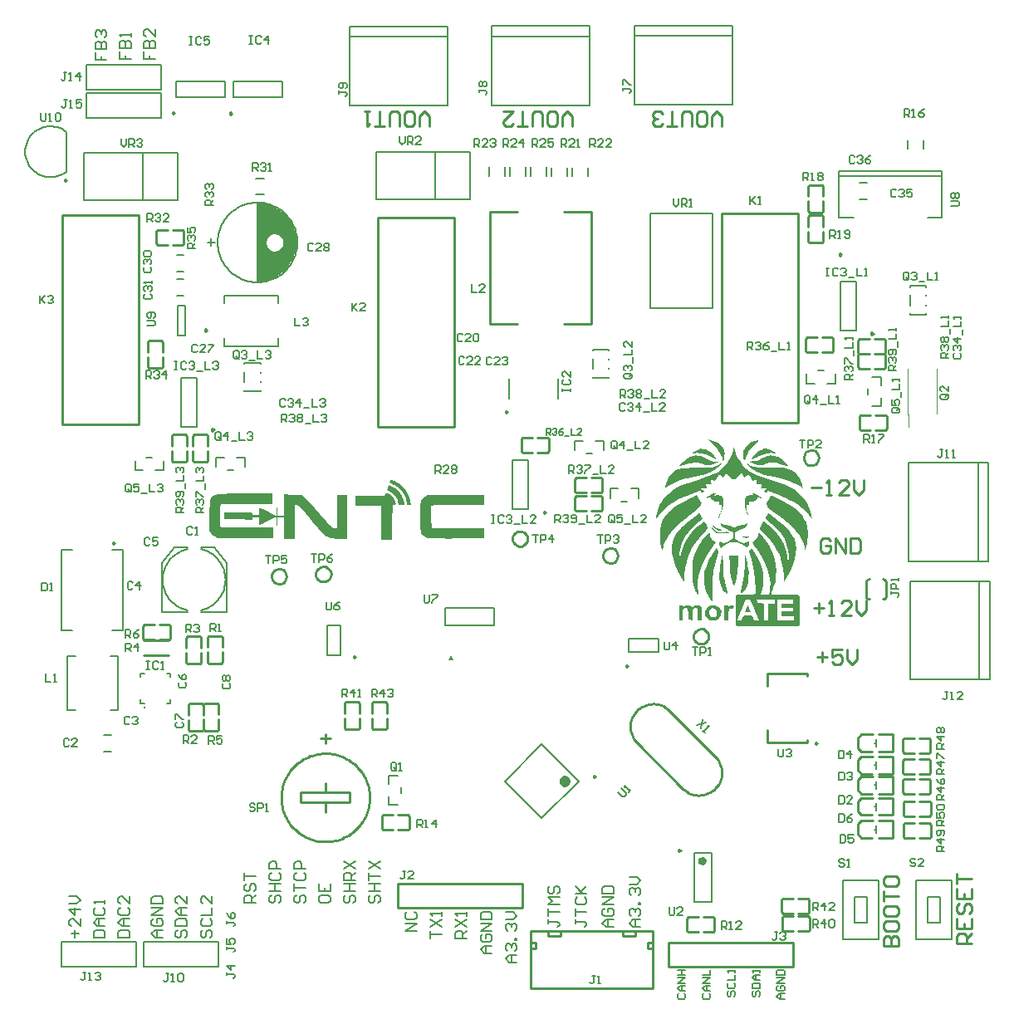
<source format=gto>
G04*
G04 #@! TF.GenerationSoftware,Altium Limited,Altium Designer,20.0.2 (26)*
G04*
G04 Layer_Color=65535*
%FSLAX25Y25*%
%MOIN*%
G70*
G01*
G75*
%ADD10C,0.01000*%
%ADD11C,0.01000*%
%ADD12C,0.00984*%
%ADD13C,0.02362*%
%ADD14C,0.01575*%
%ADD15C,0.01016*%
%ADD16C,0.00800*%
%ADD17C,0.00787*%
%ADD18C,0.03000*%
%ADD19C,0.00600*%
%ADD20C,0.00472*%
%ADD21C,0.00591*%
%ADD22C,0.00799*%
G36*
X92600Y-61300D02*
X97600Y-64300D01*
X100600Y-67800D01*
X102600Y-72300D01*
X103100Y-77300D01*
X101600Y-82800D01*
X98600Y-87300D01*
X94600Y-90300D01*
X89600Y-92300D01*
X87100D01*
Y-76800D01*
X91600Y-80800D01*
X96600Y-80300D01*
X99100Y-76800D01*
X95100Y-70800D01*
X89100Y-75800D01*
X87100Y-74800D01*
Y-60300D01*
X92600Y-61300D01*
D02*
G37*
G36*
X291052Y-159079D02*
X291094Y-159080D01*
X291137Y-159081D01*
X291180Y-159083D01*
X291224Y-159086D01*
X291268Y-159090D01*
X291313Y-159094D01*
X291359Y-159099D01*
X291405Y-159105D01*
X291451Y-159111D01*
X291498Y-159118D01*
X291545Y-159126D01*
X291593Y-159134D01*
X291642Y-159143D01*
X291690Y-159153D01*
X291740Y-159164D01*
X291789Y-159175D01*
X291839Y-159186D01*
X291890Y-159199D01*
X291940Y-159212D01*
X291992Y-159226D01*
X292043Y-159240D01*
X292095Y-159255D01*
X292148Y-159271D01*
X292200Y-159287D01*
X292254Y-159304D01*
X292307Y-159321D01*
X292361Y-159340D01*
X292415Y-159359D01*
X292469Y-159378D01*
X292524Y-159398D01*
X292579Y-159419D01*
X292634Y-159440D01*
X292690Y-159462D01*
X292746Y-159484D01*
X292802Y-159507D01*
X292858Y-159531D01*
X292915Y-159555D01*
X292971Y-159580D01*
X293028Y-159606D01*
X293086Y-159632D01*
X293143Y-159658D01*
X293201Y-159686D01*
X293259Y-159713D01*
X293317Y-159742D01*
X293375Y-159771D01*
X293433Y-159800D01*
X293492Y-159830D01*
X293550Y-159861D01*
X293609Y-159892D01*
X293668Y-159924D01*
X293727Y-159956D01*
X293787Y-159988D01*
X293846Y-160022D01*
X293905Y-160056D01*
X293965Y-160090D01*
X294024Y-160125D01*
X294084Y-160160D01*
X294143Y-160196D01*
X294203Y-160233D01*
X294263Y-160270D01*
X294322Y-160307D01*
X294382Y-160345D01*
X294442Y-160384D01*
X295416Y-161016D01*
X294393Y-160874D01*
X293369Y-160731D01*
X291833Y-160966D01*
X290298Y-161200D01*
X287803Y-162349D01*
X287301Y-162578D01*
X286834Y-162789D01*
X286410Y-162978D01*
X286040Y-163139D01*
X285735Y-163268D01*
X285504Y-163362D01*
X285358Y-163415D01*
X285307Y-163423D01*
X285311Y-163395D01*
X285322Y-163358D01*
X285341Y-163314D01*
X285367Y-163263D01*
X285398Y-163205D01*
X285436Y-163140D01*
X285480Y-163070D01*
X285529Y-162995D01*
X285583Y-162914D01*
X285642Y-162829D01*
X285705Y-162740D01*
X285772Y-162648D01*
X285842Y-162552D01*
X285916Y-162454D01*
X285993Y-162354D01*
X286072Y-162252D01*
X286153Y-162149D01*
X286236Y-162046D01*
X286320Y-161941D01*
X286406Y-161837D01*
X286492Y-161734D01*
X286579Y-161632D01*
X286665Y-161531D01*
X286751Y-161432D01*
X286837Y-161336D01*
X286921Y-161243D01*
X287003Y-161153D01*
X287084Y-161067D01*
X287163Y-160985D01*
X287239Y-160908D01*
X287313Y-160836D01*
X287383Y-160770D01*
X288250Y-159968D01*
X289274Y-159526D01*
X290298Y-159084D01*
X291010Y-159079D01*
X291052Y-159079D01*
D02*
G37*
G36*
X266077Y-159155D02*
X267194Y-159259D01*
X268241Y-159944D01*
X269289Y-160628D01*
X270363Y-161933D01*
X270578Y-162197D01*
X270775Y-162446D01*
X270950Y-162674D01*
X271100Y-162877D01*
X271220Y-163048D01*
X271306Y-163181D01*
X271355Y-163271D01*
X271361Y-163313D01*
X271358Y-163314D01*
X271354Y-163315D01*
X271349Y-163316D01*
X271342Y-163315D01*
X271334Y-163314D01*
X271325Y-163313D01*
X271314Y-163311D01*
X271303Y-163308D01*
X271289Y-163304D01*
X271275Y-163300D01*
X271260Y-163296D01*
X271243Y-163291D01*
X271225Y-163285D01*
X271206Y-163278D01*
X271186Y-163271D01*
X271165Y-163264D01*
X271142Y-163256D01*
X271119Y-163248D01*
X271094Y-163238D01*
X271069Y-163229D01*
X271042Y-163219D01*
X271015Y-163208D01*
X270986Y-163197D01*
X270956Y-163185D01*
X270926Y-163173D01*
X270894Y-163161D01*
X270862Y-163148D01*
X270829Y-163134D01*
X270794Y-163120D01*
X270759Y-163106D01*
X270723Y-163091D01*
X270687Y-163076D01*
X270649Y-163060D01*
X270611Y-163044D01*
X270571Y-163027D01*
X270532Y-163010D01*
X270491Y-162993D01*
X270449Y-162975D01*
X270407Y-162957D01*
X270364Y-162939D01*
X270321Y-162920D01*
X270277Y-162900D01*
X270232Y-162881D01*
X270186Y-162861D01*
X270141Y-162841D01*
X270094Y-162820D01*
X270047Y-162799D01*
X269999Y-162778D01*
X269951Y-162756D01*
X269902Y-162734D01*
X269852Y-162712D01*
X269803Y-162690D01*
X269752Y-162667D01*
X269702Y-162644D01*
X269650Y-162621D01*
X269599Y-162597D01*
X269547Y-162574D01*
X269494Y-162549D01*
X269442Y-162525D01*
X269389Y-162501D01*
X269335Y-162476D01*
X269281Y-162451D01*
X269227Y-162426D01*
X269173Y-162400D01*
X267062Y-161414D01*
X265244Y-161058D01*
X263425Y-160703D01*
X262402Y-160840D01*
X261378Y-160977D01*
X261890Y-160594D01*
X261918Y-160574D01*
X261948Y-160552D01*
X261982Y-160529D01*
X262019Y-160505D01*
X262058Y-160480D01*
X262099Y-160454D01*
X262143Y-160428D01*
X262189Y-160400D01*
X262238Y-160371D01*
X262288Y-160342D01*
X262340Y-160312D01*
X262395Y-160281D01*
X262451Y-160250D01*
X262508Y-160218D01*
X262567Y-160186D01*
X262627Y-160153D01*
X262689Y-160121D01*
X262751Y-160088D01*
X262815Y-160054D01*
X262879Y-160021D01*
X262945Y-159987D01*
X263011Y-159954D01*
X263077Y-159920D01*
X263144Y-159887D01*
X263211Y-159854D01*
X263279Y-159821D01*
X263346Y-159788D01*
X263414Y-159756D01*
X263481Y-159724D01*
X263548Y-159693D01*
X263615Y-159662D01*
X263681Y-159632D01*
X264961Y-159052D01*
X266077Y-159155D01*
D02*
G37*
G36*
X268813Y-155637D02*
X268853Y-155646D01*
X268896Y-155656D01*
X268941Y-155667D01*
X268989Y-155680D01*
X269039Y-155693D01*
X269091Y-155707D01*
X269145Y-155722D01*
X269201Y-155738D01*
X269259Y-155755D01*
X269319Y-155773D01*
X269379Y-155791D01*
X269442Y-155810D01*
X269505Y-155830D01*
X269569Y-155850D01*
X269635Y-155871D01*
X269701Y-155893D01*
X269768Y-155915D01*
X269836Y-155937D01*
X269904Y-155960D01*
X269973Y-155983D01*
X270042Y-156006D01*
X270111Y-156030D01*
X270179Y-156054D01*
X270248Y-156079D01*
X270317Y-156103D01*
X270385Y-156128D01*
X270452Y-156152D01*
X270519Y-156177D01*
X270585Y-156202D01*
X270650Y-156226D01*
X270714Y-156251D01*
X270777Y-156275D01*
X271987Y-156747D01*
X273001Y-157770D01*
X274014Y-158792D01*
X274314Y-159826D01*
X274615Y-160859D01*
X274473Y-162142D01*
X274332Y-163425D01*
X274061Y-163677D01*
X273791Y-163928D01*
Y-163318D01*
Y-162707D01*
X272855Y-160968D01*
X271919Y-159228D01*
X269989Y-157350D01*
X268058Y-155471D01*
X268813Y-155637D01*
D02*
G37*
G36*
X288357Y-155650D02*
X288360Y-155653D01*
X288361Y-155657D01*
X288360Y-155662D01*
X288359Y-155668D01*
X288356Y-155675D01*
X288353Y-155684D01*
X288348Y-155693D01*
X288342Y-155703D01*
X288335Y-155715D01*
X288327Y-155727D01*
X288318Y-155741D01*
X288308Y-155755D01*
X288297Y-155770D01*
X288285Y-155787D01*
X288272Y-155804D01*
X288258Y-155822D01*
X288242Y-155841D01*
X288226Y-155860D01*
X288209Y-155881D01*
X288191Y-155903D01*
X288172Y-155925D01*
X288153Y-155948D01*
X288132Y-155972D01*
X288110Y-155997D01*
X288088Y-156023D01*
X288064Y-156049D01*
X288040Y-156076D01*
X288015Y-156104D01*
X287989Y-156132D01*
X287962Y-156161D01*
X287935Y-156191D01*
X287907Y-156222D01*
X287878Y-156253D01*
X287848Y-156285D01*
X287818Y-156317D01*
X287786Y-156351D01*
X287754Y-156384D01*
X287722Y-156418D01*
X287688Y-156453D01*
X287654Y-156489D01*
X287620Y-156525D01*
X287584Y-156561D01*
X287549Y-156598D01*
X287512Y-156636D01*
X287475Y-156674D01*
X287437Y-156712D01*
X287399Y-156751D01*
X287360Y-156790D01*
X287321Y-156830D01*
X287281Y-156870D01*
X287240Y-156911D01*
X287199Y-156952D01*
X287158Y-156993D01*
X287116Y-157035D01*
X287073Y-157077D01*
X287031Y-157119D01*
X286987Y-157162D01*
X286944Y-157204D01*
X286899Y-157248D01*
X286855Y-157291D01*
X286810Y-157335D01*
X286765Y-157379D01*
X286719Y-157423D01*
X286673Y-157467D01*
X284881Y-159193D01*
X284227Y-160264D01*
X284193Y-160320D01*
X284159Y-160378D01*
X284124Y-160437D01*
X284089Y-160498D01*
X284054Y-160560D01*
X284019Y-160624D01*
X283984Y-160689D01*
X283949Y-160754D01*
X283914Y-160821D01*
X283879Y-160888D01*
X283844Y-160956D01*
X283810Y-161024D01*
X283775Y-161093D01*
X283742Y-161162D01*
X283708Y-161231D01*
X283676Y-161300D01*
X283643Y-161368D01*
X283612Y-161436D01*
X283581Y-161504D01*
X283551Y-161572D01*
X283521Y-161638D01*
X283492Y-161704D01*
X283465Y-161769D01*
X283438Y-161832D01*
X283413Y-161895D01*
X283388Y-161956D01*
X283365Y-162015D01*
X283343Y-162073D01*
X283322Y-162130D01*
X283303Y-162184D01*
X283285Y-162236D01*
X283269Y-162286D01*
X283205Y-162485D01*
X283140Y-162684D01*
X283076Y-162879D01*
X283014Y-163064D01*
X282957Y-163233D01*
X282906Y-163382D01*
X282862Y-163504D01*
X282829Y-163595D01*
X282693Y-163952D01*
X282483Y-163476D01*
X282272Y-163001D01*
X282254Y-161469D01*
X282236Y-159938D01*
X282786Y-158880D01*
X283337Y-157823D01*
X284460Y-157080D01*
X285583Y-156337D01*
X286917Y-155947D01*
X287187Y-155870D01*
X287443Y-155803D01*
X287679Y-155745D01*
X287890Y-155699D01*
X288069Y-155665D01*
X288211Y-155645D01*
X288309Y-155639D01*
X288357Y-155650D01*
D02*
G37*
G36*
X264065Y-161867D02*
X264961Y-161994D01*
X267069Y-162928D01*
X269177Y-163862D01*
X270780Y-164171D01*
X272383Y-164480D01*
X270628Y-164990D01*
X268874Y-165499D01*
X267813Y-165497D01*
X266752Y-165494D01*
X265345Y-165142D01*
X263937Y-164791D01*
X262657Y-164794D01*
X262621Y-164794D01*
X262586Y-164794D01*
X262550Y-164794D01*
X262515Y-164795D01*
X262479Y-164795D01*
X262444Y-164796D01*
X262409Y-164796D01*
X262375Y-164797D01*
X262340Y-164798D01*
X262306Y-164799D01*
X262271Y-164799D01*
X262237Y-164801D01*
X262203Y-164802D01*
X262170Y-164803D01*
X262136Y-164804D01*
X262102Y-164805D01*
X262069Y-164807D01*
X262035Y-164808D01*
X262002Y-164810D01*
X261969Y-164812D01*
X261936Y-164814D01*
X261903Y-164816D01*
X261870Y-164818D01*
X261838Y-164820D01*
X261805Y-164822D01*
X261772Y-164825D01*
X261740Y-164827D01*
X261707Y-164830D01*
X261675Y-164832D01*
X261643Y-164835D01*
X261610Y-164838D01*
X261578Y-164841D01*
X261546Y-164844D01*
X261513Y-164848D01*
X261481Y-164851D01*
X261449Y-164854D01*
X261417Y-164858D01*
X261385Y-164862D01*
X261353Y-164865D01*
X261320Y-164869D01*
X261288Y-164873D01*
X261256Y-164877D01*
X261224Y-164882D01*
X261192Y-164886D01*
X261159Y-164891D01*
X261127Y-164895D01*
X261095Y-164900D01*
X261063Y-164905D01*
X261030Y-164910D01*
X260998Y-164916D01*
X260965Y-164921D01*
X260932Y-164926D01*
X260900Y-164932D01*
X260867Y-164938D01*
X260834Y-164943D01*
X260801Y-164949D01*
X260768Y-164956D01*
X260735Y-164962D01*
X260702Y-164968D01*
X260669Y-164975D01*
X260635Y-164982D01*
X260602Y-164988D01*
X260568Y-164995D01*
X260534Y-165003D01*
X260500Y-165010D01*
X260466Y-165017D01*
X260432Y-165025D01*
X260398Y-165033D01*
X260363Y-165041D01*
X260328Y-165049D01*
X260294Y-165057D01*
X260259Y-165065D01*
X260223Y-165074D01*
X260188Y-165082D01*
X260152Y-165091D01*
X260117Y-165100D01*
X260081Y-165109D01*
X260044Y-165119D01*
X260008Y-165128D01*
X259971Y-165138D01*
X259934Y-165148D01*
X259897Y-165157D01*
X259860Y-165168D01*
X259823Y-165178D01*
X259785Y-165189D01*
X259747Y-165199D01*
X259708Y-165210D01*
X259670Y-165221D01*
X259631Y-165232D01*
X259592Y-165243D01*
X259553Y-165255D01*
X259513Y-165267D01*
X259473Y-165279D01*
X259433Y-165291D01*
X259392Y-165303D01*
X259352Y-165315D01*
X259311Y-165328D01*
X259269Y-165341D01*
X259227Y-165354D01*
X259185Y-165367D01*
X259143Y-165380D01*
X259100Y-165394D01*
X259057Y-165408D01*
X259014Y-165422D01*
X258970Y-165436D01*
X258926Y-165450D01*
X258882Y-165465D01*
X258837Y-165479D01*
X258792Y-165494D01*
X258746Y-165509D01*
X258700Y-165525D01*
X258654Y-165540D01*
X258607Y-165556D01*
X258560Y-165572D01*
X258512Y-165588D01*
X258464Y-165604D01*
X258416Y-165621D01*
X258367Y-165638D01*
X258318Y-165655D01*
X258268Y-165672D01*
X258218Y-165689D01*
X258168Y-165707D01*
X258117Y-165725D01*
X258066Y-165743D01*
X258014Y-165761D01*
X257961Y-165779D01*
X257909Y-165798D01*
X257855Y-165817D01*
X256124Y-166432D01*
X256360Y-166024D01*
X256379Y-165992D01*
X256402Y-165957D01*
X256428Y-165920D01*
X256457Y-165881D01*
X256490Y-165840D01*
X256526Y-165797D01*
X256564Y-165751D01*
X256606Y-165704D01*
X256650Y-165655D01*
X256697Y-165604D01*
X256746Y-165551D01*
X256798Y-165497D01*
X256852Y-165441D01*
X256908Y-165384D01*
X256967Y-165325D01*
X257027Y-165265D01*
X257090Y-165204D01*
X257154Y-165142D01*
X257221Y-165079D01*
X257288Y-165015D01*
X257358Y-164950D01*
X257429Y-164884D01*
X257501Y-164818D01*
X257574Y-164751D01*
X257649Y-164684D01*
X257725Y-164616D01*
X257801Y-164548D01*
X257879Y-164479D01*
X257957Y-164410D01*
X258036Y-164342D01*
X258116Y-164273D01*
X258196Y-164204D01*
X258276Y-164136D01*
X258357Y-164068D01*
X258438Y-164000D01*
X258519Y-163932D01*
X258599Y-163865D01*
X258680Y-163799D01*
X258761Y-163733D01*
X258841Y-163668D01*
X258921Y-163604D01*
X259000Y-163541D01*
X259079Y-163479D01*
X259157Y-163418D01*
X259234Y-163358D01*
X259311Y-163299D01*
X259386Y-163242D01*
X259460Y-163186D01*
X259533Y-163132D01*
X259605Y-163079D01*
X259675Y-163028D01*
X259744Y-162979D01*
X259811Y-162931D01*
X259877Y-162886D01*
X259941Y-162842D01*
X260002Y-162801D01*
X260062Y-162762D01*
X260120Y-162725D01*
X260176Y-162690D01*
X260229Y-162658D01*
X260280Y-162628D01*
X260328Y-162601D01*
X260374Y-162577D01*
X260417Y-162556D01*
X260460Y-162535D01*
X260506Y-162514D01*
X260552Y-162494D01*
X260601Y-162472D01*
X260651Y-162451D01*
X260703Y-162430D01*
X260756Y-162408D01*
X260810Y-162387D01*
X260866Y-162365D01*
X260923Y-162343D01*
X260980Y-162322D01*
X261039Y-162300D01*
X261098Y-162279D01*
X261157Y-162258D01*
X261217Y-162237D01*
X261278Y-162216D01*
X261339Y-162196D01*
X261400Y-162176D01*
X261460Y-162156D01*
X261521Y-162137D01*
X261582Y-162118D01*
X261642Y-162100D01*
X261702Y-162082D01*
X261761Y-162065D01*
X261820Y-162048D01*
X261877Y-162032D01*
X261934Y-162017D01*
X261990Y-162002D01*
X262045Y-161988D01*
X262099Y-161976D01*
X262151Y-161963D01*
X262201Y-161952D01*
X263169Y-161741D01*
X264065Y-161867D01*
D02*
G37*
G36*
X294009Y-161859D02*
X294056Y-161866D01*
X294106Y-161874D01*
X294158Y-161883D01*
X294212Y-161893D01*
X294268Y-161904D01*
X294325Y-161916D01*
X294385Y-161930D01*
X294446Y-161944D01*
X294508Y-161959D01*
X294572Y-161975D01*
X294636Y-161992D01*
X294702Y-162009D01*
X294769Y-162028D01*
X294836Y-162047D01*
X294904Y-162067D01*
X294973Y-162087D01*
X295042Y-162108D01*
X295111Y-162130D01*
X295181Y-162152D01*
X295250Y-162174D01*
X295319Y-162198D01*
X295388Y-162221D01*
X295457Y-162245D01*
X295525Y-162269D01*
X295592Y-162294D01*
X295659Y-162318D01*
X295724Y-162343D01*
X295789Y-162368D01*
X295852Y-162393D01*
X295914Y-162419D01*
X295975Y-162444D01*
X296034Y-162469D01*
X297163Y-162961D01*
X298822Y-164474D01*
X299152Y-164780D01*
X299456Y-165070D01*
X299726Y-165338D01*
X299956Y-165577D01*
X300139Y-165780D01*
X300271Y-165940D01*
X300343Y-166051D01*
X300351Y-166106D01*
X300347Y-166109D01*
X300342Y-166112D01*
X300335Y-166113D01*
X300326Y-166115D01*
X300316Y-166116D01*
X300305Y-166116D01*
X300292D01*
X300278Y-166116D01*
X300263Y-166115D01*
X300246Y-166113D01*
X300228Y-166112D01*
X300209Y-166109D01*
X300188Y-166107D01*
X300166Y-166104D01*
X300143Y-166100D01*
X300119Y-166096D01*
X300093Y-166092D01*
X300067Y-166087D01*
X300039Y-166082D01*
X300010Y-166076D01*
X299980Y-166070D01*
X299949Y-166064D01*
X299916Y-166057D01*
X299883Y-166050D01*
X299849Y-166042D01*
X299813Y-166034D01*
X299777Y-166026D01*
X299740Y-166017D01*
X299701Y-166008D01*
X299662Y-165999D01*
X299622Y-165989D01*
X299581Y-165980D01*
X299539Y-165969D01*
X299496Y-165958D01*
X299452Y-165947D01*
X299408Y-165936D01*
X299363Y-165924D01*
X299317Y-165912D01*
X299270Y-165900D01*
X299222Y-165887D01*
X299174Y-165875D01*
X299125Y-165861D01*
X299076Y-165848D01*
X299025Y-165834D01*
X298974Y-165820D01*
X298923Y-165806D01*
X298870Y-165791D01*
X298818Y-165776D01*
X298764Y-165761D01*
X298710Y-165746D01*
X298656Y-165730D01*
X298601Y-165714D01*
X298546Y-165698D01*
X298490Y-165682D01*
X298433Y-165665D01*
X298377Y-165648D01*
X298320Y-165631D01*
X298262Y-165614D01*
X298204Y-165596D01*
X298146Y-165579D01*
X298087Y-165561D01*
X298028Y-165543D01*
X297969Y-165524D01*
X297909Y-165506D01*
X295597Y-164785D01*
X294227Y-164788D01*
X292857Y-164791D01*
X291449Y-165142D01*
X290042Y-165494D01*
X288981Y-165497D01*
X287920Y-165499D01*
X286166Y-164985D01*
X284411Y-164470D01*
X286064Y-164149D01*
X287717Y-163828D01*
X289446Y-162996D01*
X289536Y-162953D01*
X289627Y-162910D01*
X289720Y-162867D01*
X289813Y-162824D01*
X289908Y-162782D01*
X290003Y-162739D01*
X290098Y-162697D01*
X290194Y-162656D01*
X290290Y-162615D01*
X290386Y-162574D01*
X290482Y-162534D01*
X290577Y-162495D01*
X290672Y-162456D01*
X290766Y-162419D01*
X290860Y-162382D01*
X290952Y-162346D01*
X291043Y-162311D01*
X291132Y-162277D01*
X291221Y-162244D01*
X291307Y-162213D01*
X291391Y-162182D01*
X291474Y-162153D01*
X291554Y-162126D01*
X291631Y-162100D01*
X291706Y-162075D01*
X291779Y-162052D01*
X291848Y-162031D01*
X291914Y-162012D01*
X291977Y-161994D01*
X292036Y-161978D01*
X292092Y-161964D01*
X292144Y-161952D01*
X293113Y-161741D01*
X294009Y-161859D01*
D02*
G37*
G36*
X272710Y-165760D02*
X272676Y-165802D01*
X272640Y-165845D01*
X272603Y-165888D01*
X272565Y-165932D01*
X272525Y-165976D01*
X272484Y-166020D01*
X272441Y-166065D01*
X272397Y-166110D01*
X272352Y-166155D01*
X272305Y-166201D01*
X272258Y-166246D01*
X272209Y-166293D01*
X272158Y-166339D01*
X272107Y-166385D01*
X272054Y-166432D01*
X272001Y-166479D01*
X271946Y-166526D01*
X271890Y-166574D01*
X271832Y-166621D01*
X271774Y-166669D01*
X271715Y-166717D01*
X271655Y-166765D01*
X271593Y-166813D01*
X271531Y-166861D01*
X271468Y-166909D01*
X271403Y-166957D01*
X271338Y-167006D01*
X271272Y-167054D01*
X271205Y-167102D01*
X271137Y-167151D01*
X271068Y-167199D01*
X270999Y-167247D01*
X270928Y-167296D01*
X270857Y-167344D01*
X270785Y-167392D01*
X270712Y-167440D01*
X270638Y-167489D01*
X270564Y-167536D01*
X270489Y-167584D01*
X270413Y-167632D01*
X270337Y-167680D01*
X270260Y-167727D01*
X270183Y-167774D01*
X270104Y-167821D01*
X270026Y-167868D01*
X269946Y-167915D01*
X269866Y-167961D01*
X269786Y-168008D01*
X269705Y-168054D01*
X269624Y-168099D01*
X269542Y-168145D01*
X269460Y-168190D01*
X269377Y-168235D01*
X269294Y-168279D01*
X269211Y-168323D01*
X269127Y-168367D01*
X269042Y-168410D01*
X268958Y-168454D01*
X268873Y-168496D01*
X268788Y-168538D01*
X268703Y-168580D01*
X268617Y-168622D01*
X268531Y-168663D01*
X268445Y-168703D01*
X267067Y-169348D01*
X264223Y-169939D01*
X264149Y-169955D01*
X264074Y-169971D01*
X263998Y-169987D01*
X263921Y-170003D01*
X263843Y-170019D01*
X263764Y-170036D01*
X263685Y-170054D01*
X263604Y-170071D01*
X263523Y-170088D01*
X263441Y-170106D01*
X263358Y-170124D01*
X263275Y-170142D01*
X263191Y-170161D01*
X263107Y-170180D01*
X263022Y-170198D01*
X262936Y-170217D01*
X262850Y-170237D01*
X262764Y-170256D01*
X262678Y-170275D01*
X262591Y-170295D01*
X262503Y-170315D01*
X262416Y-170334D01*
X262328Y-170354D01*
X262240Y-170374D01*
X262152Y-170394D01*
X262064Y-170415D01*
X261976Y-170435D01*
X261888Y-170455D01*
X261800Y-170475D01*
X261712Y-170496D01*
X261625Y-170516D01*
X261537Y-170537D01*
X261450Y-170557D01*
X261363Y-170578D01*
X261276Y-170598D01*
X261189Y-170618D01*
X261103Y-170639D01*
X261017Y-170659D01*
X260932Y-170679D01*
X260848Y-170700D01*
X260764Y-170720D01*
X260680Y-170740D01*
X260597Y-170760D01*
X260515Y-170780D01*
X260433Y-170799D01*
X260352Y-170819D01*
X260273Y-170838D01*
X260193Y-170858D01*
X260115Y-170877D01*
X260038Y-170896D01*
X259961Y-170915D01*
X259886Y-170934D01*
X259812Y-170952D01*
X259738Y-170971D01*
X259666Y-170989D01*
X259595Y-171007D01*
X259525Y-171025D01*
X259457Y-171042D01*
X259390Y-171059D01*
X259324Y-171076D01*
X259259Y-171093D01*
X259196Y-171109D01*
X259135Y-171125D01*
X259074Y-171141D01*
X256771Y-171751D01*
X254724Y-172647D01*
X254618Y-172694D01*
X254510Y-172741D01*
X254401Y-172790D01*
X254292Y-172839D01*
X254182Y-172890D01*
X254072Y-172941D01*
X253961Y-172992D01*
X253851Y-173044D01*
X253740Y-173097D01*
X253630Y-173149D01*
X253520Y-173202D01*
X253411Y-173255D01*
X253304Y-173307D01*
X253197Y-173360D01*
X253091Y-173412D01*
X252987Y-173464D01*
X252885Y-173516D01*
X252784Y-173567D01*
X252686Y-173618D01*
X252590Y-173668D01*
X252496Y-173716D01*
X252405Y-173765D01*
X252317Y-173812D01*
X252232Y-173857D01*
X252151Y-173902D01*
X252073Y-173946D01*
X251998Y-173988D01*
X251927Y-174028D01*
X251860Y-174067D01*
X251798Y-174104D01*
X251740Y-174140D01*
X251687Y-174173D01*
X251486Y-174298D01*
X251294Y-174411D01*
X251116Y-174509D01*
X250957Y-174590D01*
X250820Y-174653D01*
X250710Y-174695D01*
X250633Y-174713D01*
X250591Y-174706D01*
X250589Y-174703D01*
X250587Y-174698D01*
X250585Y-174692D01*
X250585Y-174685D01*
X250584Y-174677D01*
X250584Y-174667D01*
X250585Y-174656D01*
X250586Y-174644D01*
X250588Y-174631D01*
X250590Y-174616D01*
X250593Y-174601D01*
X250596Y-174584D01*
X250600Y-174566D01*
X250604Y-174547D01*
X250608Y-174526D01*
X250613Y-174505D01*
X250619Y-174483D01*
X250625Y-174459D01*
X250631Y-174435D01*
X250638Y-174409D01*
X250645Y-174383D01*
X250653Y-174355D01*
X250661Y-174327D01*
X250670Y-174297D01*
X250679Y-174267D01*
X250688Y-174236D01*
X250698Y-174204D01*
X250708Y-174171D01*
X250718Y-174137D01*
X250729Y-174102D01*
X250741Y-174067D01*
X250752Y-174030D01*
X250764Y-173993D01*
X250777Y-173955D01*
X250790Y-173917D01*
X250803Y-173877D01*
X250816Y-173837D01*
X250830Y-173796D01*
X250844Y-173755D01*
X250858Y-173712D01*
X250873Y-173670D01*
X250888Y-173626D01*
X250904Y-173582D01*
X250919Y-173537D01*
X250935Y-173492D01*
X250952Y-173446D01*
X250968Y-173400D01*
X250985Y-173353D01*
X251002Y-173305D01*
X251020Y-173257D01*
X251037Y-173209D01*
X251055Y-173160D01*
X251073Y-173111D01*
X251092Y-173061D01*
X251111Y-173011D01*
X251130Y-172960D01*
X251149Y-172909D01*
X251168Y-172858D01*
X251188Y-172806D01*
X251207Y-172754D01*
X251227Y-172702D01*
X251248Y-172650D01*
X251268Y-172597D01*
X251289Y-172544D01*
X252092Y-170479D01*
X253339Y-169211D01*
X254586Y-167942D01*
X255934Y-167382D01*
X257283Y-166822D01*
X263553Y-166674D01*
X269824Y-166526D01*
X271023Y-166114D01*
X271147Y-166071D01*
X271271Y-166025D01*
X271393Y-165977D01*
X271513Y-165928D01*
X271631Y-165877D01*
X271745Y-165826D01*
X271855Y-165775D01*
X271960Y-165724D01*
X272059Y-165673D01*
X272151Y-165623D01*
X272237Y-165575D01*
X272314Y-165527D01*
X272382Y-165482D01*
X272441Y-165440D01*
X272489Y-165400D01*
X272526Y-165363D01*
X272592Y-165295D01*
X272662Y-165231D01*
X272735Y-165173D01*
X272809Y-165123D01*
X272880Y-165082D01*
X272948Y-165050D01*
X273009Y-165030D01*
X273062Y-165023D01*
X273294D01*
X272710Y-165760D01*
D02*
G37*
G36*
X283703Y-165053D02*
X283716Y-165055D01*
X283731Y-165058D01*
X283746Y-165063D01*
X283763Y-165068D01*
X283781Y-165075D01*
X283800Y-165082D01*
X283821Y-165091D01*
X283842Y-165101D01*
X283865Y-165111D01*
X283889Y-165123D01*
X283914Y-165136D01*
X283941Y-165150D01*
X283969Y-165166D01*
X283998Y-165182D01*
X284028Y-165199D01*
X284059Y-165218D01*
X284092Y-165237D01*
X284126Y-165258D01*
X284161Y-165280D01*
X284197Y-165303D01*
X284235Y-165326D01*
X284273Y-165351D01*
X284313Y-165377D01*
X284355Y-165404D01*
X284397Y-165433D01*
X284441Y-165462D01*
X284486Y-165492D01*
X285179Y-165961D01*
X286705Y-166325D01*
X288230Y-166689D01*
X298535D01*
X300033Y-167168D01*
X300124Y-167198D01*
X300213Y-167226D01*
X300300Y-167255D01*
X300384Y-167283D01*
X300467Y-167311D01*
X300548Y-167338D01*
X300627Y-167365D01*
X300704Y-167392D01*
X300780Y-167419D01*
X300854Y-167446D01*
X300926Y-167472D01*
X300997Y-167499D01*
X301066Y-167525D01*
X301133Y-167552D01*
X301200Y-167578D01*
X301265Y-167605D01*
X301328Y-167631D01*
X301390Y-167658D01*
X301451Y-167685D01*
X301511Y-167712D01*
X301570Y-167739D01*
X301627Y-167766D01*
X301684Y-167794D01*
X301740Y-167822D01*
X301794Y-167850D01*
X301848Y-167879D01*
X301901Y-167908D01*
X301953Y-167937D01*
X302004Y-167967D01*
X302055Y-167998D01*
X302105Y-168029D01*
X302154Y-168060D01*
X302203Y-168092D01*
X302251Y-168125D01*
X302299Y-168158D01*
X302347Y-168192D01*
X302394Y-168227D01*
X302441Y-168262D01*
X302487Y-168299D01*
X302534Y-168336D01*
X302580Y-168374D01*
X302626Y-168412D01*
X302672Y-168452D01*
X302718Y-168492D01*
X302764Y-168534D01*
X302811Y-168577D01*
X302857Y-168620D01*
X302903Y-168665D01*
X302950Y-168710D01*
X302997Y-168757D01*
X303044Y-168805D01*
X303092Y-168854D01*
X303140Y-168905D01*
X303189Y-168956D01*
X303238Y-169009D01*
X303288Y-169064D01*
X303338Y-169119D01*
X303389Y-169176D01*
X303441Y-169235D01*
X303494Y-169294D01*
X303547Y-169355D01*
X303601Y-169418D01*
X303657Y-169483D01*
X303713Y-169548D01*
X304721Y-170734D01*
X305220Y-171984D01*
X305272Y-172116D01*
X305324Y-172252D01*
X305377Y-172391D01*
X305429Y-172533D01*
X305480Y-172677D01*
X305531Y-172820D01*
X305580Y-172963D01*
X305628Y-173104D01*
X305673Y-173243D01*
X305717Y-173377D01*
X305757Y-173507D01*
X305795Y-173630D01*
X305829Y-173747D01*
X305859Y-173855D01*
X305885Y-173954D01*
X305907Y-174043D01*
X306095Y-174851D01*
X305362Y-174370D01*
X305343Y-174357D01*
X305322Y-174344D01*
X305300Y-174330D01*
X305277Y-174316D01*
X305253Y-174301D01*
X305227Y-174286D01*
X305201Y-174270D01*
X305173Y-174254D01*
X305145Y-174237D01*
X305115Y-174220D01*
X305084Y-174202D01*
X305053Y-174184D01*
X305020Y-174165D01*
X304986Y-174147D01*
X304952Y-174127D01*
X304916Y-174108D01*
X304880Y-174088D01*
X304843Y-174067D01*
X304805Y-174046D01*
X304766Y-174025D01*
X304726Y-174004D01*
X304686Y-173982D01*
X304644Y-173960D01*
X304603Y-173938D01*
X304560Y-173915D01*
X304517Y-173892D01*
X304473Y-173869D01*
X304428Y-173846D01*
X304383Y-173822D01*
X304337Y-173798D01*
X304291Y-173774D01*
X304243Y-173750D01*
X304196Y-173725D01*
X304148Y-173700D01*
X304099Y-173676D01*
X304051Y-173651D01*
X304001Y-173626D01*
X303951Y-173600D01*
X303901Y-173575D01*
X303851Y-173549D01*
X303800Y-173524D01*
X303748Y-173498D01*
X303697Y-173472D01*
X303645Y-173447D01*
X303593Y-173421D01*
X303540Y-173395D01*
X303488Y-173369D01*
X303435Y-173343D01*
X303382Y-173317D01*
X303329Y-173291D01*
X303276Y-173265D01*
X303222Y-173239D01*
X303169Y-173213D01*
X303116Y-173187D01*
X303062Y-173162D01*
X303009Y-173136D01*
X302955Y-173110D01*
X302902Y-173085D01*
X302848Y-173059D01*
X302795Y-173034D01*
X302742Y-173009D01*
X302688Y-172984D01*
X302635Y-172959D01*
X302582Y-172935D01*
X300535Y-171981D01*
X297962Y-171243D01*
X297895Y-171224D01*
X297827Y-171205D01*
X297758Y-171185D01*
X297687Y-171166D01*
X297615Y-171146D01*
X297542Y-171126D01*
X297468Y-171106D01*
X297393Y-171085D01*
X297318Y-171065D01*
X297241Y-171044D01*
X297163Y-171023D01*
X297084Y-171003D01*
X297005Y-170982D01*
X296925Y-170961D01*
X296844Y-170940D01*
X296762Y-170919D01*
X296680Y-170897D01*
X296597Y-170876D01*
X296514Y-170855D01*
X296430Y-170834D01*
X296346Y-170812D01*
X296261Y-170791D01*
X296176Y-170770D01*
X296090Y-170749D01*
X296004Y-170727D01*
X295918Y-170706D01*
X295831Y-170685D01*
X295745Y-170664D01*
X295658Y-170643D01*
X295571Y-170622D01*
X295484Y-170601D01*
X295397Y-170580D01*
X295310Y-170559D01*
X295223Y-170539D01*
X295137Y-170518D01*
X295050Y-170498D01*
X294964Y-170478D01*
X294877Y-170457D01*
X294791Y-170438D01*
X294705Y-170418D01*
X294620Y-170398D01*
X294535Y-170379D01*
X294450Y-170360D01*
X294366Y-170341D01*
X294283Y-170322D01*
X294199Y-170304D01*
X294117Y-170285D01*
X294035Y-170267D01*
X293954Y-170250D01*
X293873Y-170232D01*
X293794Y-170215D01*
X293715Y-170198D01*
X293636Y-170181D01*
X293559Y-170165D01*
X293483Y-170149D01*
X293408Y-170133D01*
X293333Y-170118D01*
X293260Y-170103D01*
X293187Y-170088D01*
X293116Y-170074D01*
X293046Y-170060D01*
X292977Y-170047D01*
X292910Y-170034D01*
X292844Y-170021D01*
X290298Y-169536D01*
X288506Y-168737D01*
X288405Y-168692D01*
X288305Y-168647D01*
X288205Y-168601D01*
X288107Y-168555D01*
X288009Y-168510D01*
X287913Y-168464D01*
X287817Y-168418D01*
X287722Y-168372D01*
X287629Y-168326D01*
X287536Y-168280D01*
X287444Y-168234D01*
X287353Y-168188D01*
X287263Y-168141D01*
X287174Y-168095D01*
X287086Y-168049D01*
X286999Y-168002D01*
X286913Y-167956D01*
X286828Y-167909D01*
X286744Y-167863D01*
X286661Y-167816D01*
X286579Y-167770D01*
X286498Y-167723D01*
X286418Y-167676D01*
X286339Y-167629D01*
X286261Y-167582D01*
X286184Y-167536D01*
X286108Y-167489D01*
X286033Y-167442D01*
X285960Y-167395D01*
X285887Y-167348D01*
X285815Y-167301D01*
X285744Y-167254D01*
X285674Y-167208D01*
X285605Y-167160D01*
X285538Y-167114D01*
X285471Y-167067D01*
X285405Y-167020D01*
X285341Y-166973D01*
X285277Y-166926D01*
X285215Y-166879D01*
X285153Y-166832D01*
X285093Y-166785D01*
X285034Y-166738D01*
X284976Y-166691D01*
X284919Y-166644D01*
X284863Y-166597D01*
X284808Y-166550D01*
X284754Y-166503D01*
X284701Y-166456D01*
X284649Y-166410D01*
X284599Y-166363D01*
X284550Y-166316D01*
X284501Y-166270D01*
X284454Y-166223D01*
X284408Y-166176D01*
X284363Y-166130D01*
X284319Y-166083D01*
X284276Y-166036D01*
X284235Y-165990D01*
X284194Y-165944D01*
X284155Y-165897D01*
X284117Y-165851D01*
X284080Y-165805D01*
X284044Y-165758D01*
X284014Y-165719D01*
X283985Y-165681D01*
X283957Y-165644D01*
X283930Y-165608D01*
X283905Y-165573D01*
X283881Y-165539D01*
X283858Y-165507D01*
X283836Y-165475D01*
X283815Y-165445D01*
X283795Y-165416D01*
X283776Y-165388D01*
X283759Y-165361D01*
X283743Y-165336D01*
X283728Y-165311D01*
X283714Y-165287D01*
X283701Y-165265D01*
X283689Y-165244D01*
X283679Y-165224D01*
X283669Y-165205D01*
X283661Y-165187D01*
X283654Y-165170D01*
X283648Y-165154D01*
X283644Y-165140D01*
X283641Y-165127D01*
X283638Y-165114D01*
X283637Y-165103D01*
X283637Y-165093D01*
X283638Y-165084D01*
X283641Y-165076D01*
X283645Y-165069D01*
X283649Y-165064D01*
X283655Y-165059D01*
X283663Y-165056D01*
X283671Y-165053D01*
X283681Y-165052D01*
X283691Y-165052D01*
X283703Y-165053D01*
D02*
G37*
G36*
X286109Y-176924D02*
X286135Y-176925D01*
X286163Y-176927D01*
X286191Y-176930D01*
X286220Y-176935D01*
X286251Y-176939D01*
X286282Y-176945D01*
X286314Y-176952D01*
X286348Y-176959D01*
X286382Y-176968D01*
X286418Y-176977D01*
X286454Y-176987D01*
X286491Y-176997D01*
X286529Y-177009D01*
X286568Y-177021D01*
X286609Y-177035D01*
X286650Y-177049D01*
X286692Y-177064D01*
X286735Y-177079D01*
X286778Y-177096D01*
X286823Y-177113D01*
X286869Y-177131D01*
X286915Y-177150D01*
X286962Y-177170D01*
X287010Y-177191D01*
X287059Y-177212D01*
X287109Y-177234D01*
X287160Y-177257D01*
X287211Y-177281D01*
X287264Y-177306D01*
X287317Y-177331D01*
X287371Y-177357D01*
X287425Y-177384D01*
X287481Y-177412D01*
X287537Y-177441D01*
X287594Y-177470D01*
X287651Y-177500D01*
X287710Y-177531D01*
X287769Y-177562D01*
X287829Y-177595D01*
X287890Y-177628D01*
X287951Y-177662D01*
X288013Y-177696D01*
X288289Y-177856D01*
X288547Y-178013D01*
X288781Y-178163D01*
X288986Y-178303D01*
X289155Y-178428D01*
X289284Y-178534D01*
X289365Y-178618D01*
X289395Y-178675D01*
X289402Y-178881D01*
X288600Y-178771D01*
X287798Y-178662D01*
X287684Y-179066D01*
X287571Y-179470D01*
X286686Y-179863D01*
X285802Y-180255D01*
X284283D01*
Y-180961D01*
Y-181668D01*
X283900Y-181531D01*
X283516Y-181394D01*
Y-182447D01*
Y-183500D01*
X283917Y-184757D01*
X283932Y-184805D01*
X283947Y-184852D01*
X283962Y-184899D01*
X283976Y-184944D01*
X283990Y-184989D01*
X284003Y-185032D01*
X284016Y-185075D01*
X284028Y-185117D01*
X284040Y-185158D01*
X284052Y-185198D01*
X284064Y-185237D01*
X284075Y-185275D01*
X284085Y-185313D01*
X284095Y-185349D01*
X284105Y-185385D01*
X284115Y-185420D01*
X284124Y-185453D01*
X284132Y-185486D01*
X284141Y-185519D01*
X284149Y-185550D01*
X284156Y-185580D01*
X284164Y-185610D01*
X284171Y-185638D01*
X284177Y-185666D01*
X284183Y-185693D01*
X284189Y-185719D01*
X284194Y-185744D01*
X284200Y-185768D01*
X284205Y-185792D01*
X284209Y-185814D01*
X284213Y-185836D01*
X284217Y-185857D01*
X284220Y-185877D01*
X284223Y-185896D01*
X284226Y-185915D01*
X284229Y-185932D01*
X284231Y-185949D01*
X284232Y-185965D01*
X284234Y-185980D01*
X284235Y-185994D01*
X284236Y-186007D01*
X284237Y-186020D01*
X284237Y-186031D01*
X284237Y-186042D01*
X284236Y-186052D01*
X284236Y-186062D01*
X284235Y-186070D01*
X284233Y-186078D01*
X284232Y-186085D01*
X284230Y-186091D01*
X284228Y-186096D01*
X284226Y-186100D01*
X284223Y-186104D01*
X284220Y-186107D01*
X284216Y-186109D01*
X284213Y-186110D01*
X284209Y-186110D01*
X284205Y-186110D01*
X284201Y-186109D01*
X284196Y-186107D01*
X284191Y-186104D01*
X284186Y-186101D01*
X284180Y-186097D01*
X284175Y-186092D01*
X284169Y-186086D01*
X284163Y-186079D01*
X284156Y-186072D01*
X284150Y-186064D01*
X284142Y-186055D01*
X284135Y-186045D01*
X284128Y-186035D01*
X284120Y-186024D01*
X284112Y-186012D01*
X284104Y-185999D01*
X284096Y-185986D01*
X284087Y-185972D01*
X284078Y-185957D01*
X284069Y-185941D01*
X284060Y-185925D01*
X284051Y-185908D01*
X284041Y-185890D01*
X284031Y-185872D01*
X284021Y-185852D01*
X284011Y-185832D01*
X284000Y-185811D01*
X283989Y-185790D01*
X283978Y-185768D01*
X283967Y-185745D01*
X283956Y-185721D01*
X283944Y-185697D01*
X283932Y-185672D01*
X283921Y-185646D01*
X283909Y-185619D01*
X283896Y-185592D01*
X283884Y-185564D01*
X283871Y-185536D01*
X283858Y-185506D01*
X283845Y-185476D01*
X283832Y-185446D01*
X283819Y-185414D01*
X283805Y-185382D01*
X283791Y-185350D01*
X283778Y-185316D01*
X283764Y-185282D01*
X283750Y-185247D01*
X283735Y-185212D01*
X283721Y-185175D01*
X283706Y-185138D01*
X283691Y-185101D01*
X283677Y-185063D01*
X283661Y-185024D01*
X283646Y-184984D01*
X283631Y-184944D01*
X283615Y-184903D01*
X283600Y-184862D01*
X283584Y-184820D01*
X283568Y-184777D01*
X283552Y-184733D01*
X283536Y-184689D01*
X283520Y-184645D01*
X283504Y-184599D01*
X283487Y-184553D01*
X283471Y-184506D01*
X283454Y-184459D01*
X283437Y-184411D01*
X283420Y-184362D01*
X283403Y-184313D01*
X283386Y-184263D01*
X282707Y-182278D01*
X282680Y-180731D01*
X282654Y-179184D01*
X282964Y-178651D01*
X283275Y-178118D01*
X283971Y-177964D01*
X284117Y-177928D01*
X284266Y-177886D01*
X284413Y-177838D01*
X284555Y-177787D01*
X284686Y-177735D01*
X284804Y-177682D01*
X284903Y-177630D01*
X284980Y-177580D01*
X285293Y-177352D01*
X285715Y-177743D01*
X286136Y-178136D01*
X286280Y-178001D01*
X286425Y-177867D01*
X286122Y-177585D01*
X286004Y-177461D01*
X285908Y-177331D01*
X285843Y-177209D01*
X285819Y-177113D01*
X285820Y-177095D01*
X285822Y-177078D01*
X285825Y-177062D01*
X285829Y-177047D01*
X285835Y-177032D01*
X285841Y-177019D01*
X285849Y-177006D01*
X285859Y-176994D01*
X285869Y-176984D01*
X285881Y-176974D01*
X285894Y-176965D01*
X285908Y-176956D01*
X285923Y-176949D01*
X285939Y-176943D01*
X285956Y-176937D01*
X285975Y-176933D01*
X285995Y-176929D01*
X286015Y-176926D01*
X286037Y-176924D01*
X286060Y-176923D01*
X286084Y-176923D01*
X286109Y-176924D01*
D02*
G37*
G36*
X140793Y-171600D02*
X140819Y-171601D01*
X140845Y-171603D01*
X140872Y-171606D01*
X140901Y-171610D01*
X140930Y-171615D01*
X140961Y-171621D01*
X140992Y-171627D01*
X141025Y-171635D01*
X141059Y-171644D01*
X141094Y-171653D01*
X141130Y-171664D01*
X141168Y-171676D01*
X141207Y-171688D01*
X141247Y-171702D01*
X141288Y-171716D01*
X141331Y-171731D01*
X141375Y-171748D01*
X141420Y-171765D01*
X141467Y-171783D01*
X141515Y-171802D01*
X141565Y-171823D01*
X141616Y-171844D01*
X141669Y-171866D01*
X141723Y-171889D01*
X141779Y-171913D01*
X141837Y-171938D01*
X141896Y-171964D01*
X141956Y-171991D01*
X142019Y-172018D01*
X142083Y-172047D01*
X142148Y-172077D01*
X142229Y-172114D01*
X142309Y-172151D01*
X142389Y-172189D01*
X142468Y-172227D01*
X142547Y-172266D01*
X142625Y-172306D01*
X142703Y-172345D01*
X142781Y-172386D01*
X142858Y-172427D01*
X142934Y-172468D01*
X143010Y-172511D01*
X143086Y-172553D01*
X143162Y-172596D01*
X143237Y-172640D01*
X143311Y-172684D01*
X143385Y-172729D01*
X143459Y-172774D01*
X143532Y-172819D01*
X143605Y-172865D01*
X143677Y-172912D01*
X143748Y-172959D01*
X143820Y-173007D01*
X143891Y-173055D01*
X143961Y-173104D01*
X144031Y-173153D01*
X144101Y-173202D01*
X144170Y-173252D01*
X144238Y-173303D01*
X144307Y-173354D01*
X144374Y-173406D01*
X144441Y-173458D01*
X144508Y-173510D01*
X144574Y-173563D01*
X144640Y-173616D01*
X144705Y-173670D01*
X144770Y-173725D01*
X144835Y-173779D01*
X144899Y-173835D01*
X144962Y-173890D01*
X145025Y-173947D01*
X145088Y-174003D01*
X145150Y-174060D01*
X145211Y-174118D01*
X145272Y-174176D01*
X145333Y-174234D01*
X145393Y-174293D01*
X145452Y-174353D01*
X145511Y-174413D01*
X145570Y-174473D01*
X145628Y-174533D01*
X145686Y-174595D01*
X145743Y-174656D01*
X145799Y-174718D01*
X145855Y-174781D01*
X145911Y-174844D01*
X145966Y-174907D01*
X146021Y-174970D01*
X146075Y-175035D01*
X146128Y-175099D01*
X146181Y-175164D01*
X146234Y-175230D01*
X146286Y-175295D01*
X146337Y-175362D01*
X146388Y-175428D01*
X146439Y-175495D01*
X146489Y-175563D01*
X146538Y-175631D01*
X146587Y-175699D01*
X146636Y-175768D01*
X146684Y-175837D01*
X146731Y-175906D01*
X146778Y-175976D01*
X146824Y-176046D01*
X146870Y-176117D01*
X146915Y-176188D01*
X146960Y-176259D01*
X147004Y-176331D01*
X147047Y-176403D01*
X147091Y-176476D01*
X147133Y-176549D01*
X147175Y-176622D01*
X147217Y-176696D01*
X147257Y-176770D01*
X147298Y-176844D01*
X147338Y-176919D01*
X147377Y-176994D01*
X147416Y-177070D01*
X147454Y-177146D01*
X147492Y-177222D01*
X147529Y-177299D01*
X147565Y-177376D01*
X147601Y-177453D01*
X147636Y-177531D01*
X147671Y-177609D01*
X147706Y-177687D01*
X147739Y-177766D01*
X147773Y-177845D01*
X147805Y-177925D01*
X147837Y-178004D01*
X147869Y-178084D01*
X147899Y-178165D01*
X147930Y-178246D01*
X147959Y-178327D01*
X147989Y-178408D01*
X148017Y-178490D01*
X148045Y-178572D01*
X148073Y-178655D01*
X148099Y-178737D01*
X148126Y-178820D01*
X148151Y-178904D01*
X148176Y-178988D01*
X148201Y-179071D01*
X148225Y-179156D01*
X148248Y-179241D01*
X148271Y-179325D01*
X148293Y-179411D01*
X148314Y-179496D01*
X148335Y-179582D01*
X148355Y-179668D01*
X148375Y-179755D01*
X148394Y-179842D01*
X148413Y-179929D01*
X148431Y-180016D01*
X148448Y-180104D01*
X148465Y-180192D01*
X148481Y-180280D01*
X148496Y-180369D01*
X148511Y-180457D01*
X148684Y-181515D01*
X147202D01*
X147052Y-180955D01*
X147036Y-180895D01*
X147021Y-180831D01*
X147007Y-180763D01*
X146993Y-180692D01*
X146979Y-180619D01*
X146967Y-180544D01*
X146955Y-180468D01*
X146944Y-180391D01*
X146934Y-180314D01*
X146925Y-180237D01*
X146917Y-180161D01*
X146911Y-180087D01*
X146905Y-180016D01*
X146901Y-179947D01*
X146899Y-179881D01*
X146898Y-179820D01*
X146897Y-179774D01*
X146894Y-179726D01*
X146889Y-179677D01*
X146883Y-179625D01*
X146875Y-179573D01*
X146865Y-179518D01*
X146854Y-179462D01*
X146842Y-179405D01*
X146827Y-179346D01*
X146812Y-179285D01*
X146794Y-179224D01*
X146776Y-179161D01*
X146756Y-179096D01*
X146734Y-179031D01*
X146712Y-178964D01*
X146688Y-178897D01*
X146662Y-178828D01*
X146635Y-178759D01*
X146608Y-178688D01*
X146579Y-178617D01*
X146548Y-178545D01*
X146517Y-178472D01*
X146484Y-178398D01*
X146450Y-178324D01*
X146416Y-178249D01*
X146380Y-178174D01*
X146343Y-178098D01*
X146305Y-178022D01*
X146267Y-177945D01*
X146227Y-177868D01*
X146186Y-177791D01*
X146145Y-177713D01*
X146103Y-177636D01*
X146060Y-177558D01*
X146016Y-177480D01*
X145971Y-177402D01*
X145926Y-177325D01*
X145880Y-177247D01*
X145833Y-177170D01*
X145786Y-177093D01*
X145738Y-177015D01*
X145689Y-176939D01*
X145640Y-176863D01*
X145591Y-176787D01*
X145541Y-176711D01*
X145490Y-176637D01*
X145439Y-176562D01*
X145388Y-176489D01*
X145336Y-176416D01*
X145284Y-176344D01*
X145232Y-176272D01*
X145179Y-176202D01*
X145126Y-176132D01*
X145073Y-176064D01*
X145020Y-175996D01*
X144966Y-175930D01*
X144913Y-175864D01*
X144859Y-175800D01*
X144805Y-175737D01*
X144751Y-175675D01*
X144697Y-175615D01*
X144643Y-175556D01*
X144589Y-175499D01*
X144535Y-175443D01*
X144478Y-175384D01*
X144417Y-175325D01*
X144353Y-175265D01*
X144285Y-175203D01*
X144215Y-175141D01*
X144143Y-175077D01*
X144067Y-175013D01*
X143990Y-174948D01*
X143910Y-174883D01*
X143828Y-174818D01*
X143745Y-174752D01*
X143659Y-174686D01*
X143572Y-174620D01*
X143484Y-174555D01*
X143395Y-174489D01*
X143305Y-174425D01*
X143214Y-174360D01*
X143122Y-174296D01*
X143030Y-174233D01*
X142938Y-174171D01*
X142845Y-174110D01*
X142753Y-174050D01*
X142660Y-173991D01*
X142569Y-173934D01*
X142477Y-173878D01*
X142387Y-173823D01*
X142297Y-173771D01*
X142208Y-173720D01*
X142121Y-173671D01*
X142035Y-173625D01*
X141951Y-173580D01*
X141868Y-173538D01*
X141549Y-173378D01*
X141249Y-173227D01*
X140975Y-173089D01*
X140734Y-172966D01*
X140532Y-172863D01*
X140377Y-172782D01*
X140274Y-172727D01*
X140231Y-172703D01*
X140227Y-172695D01*
X140224Y-172682D01*
X140222Y-172665D01*
X140222Y-172642D01*
X140224Y-172615D01*
X140227Y-172584D01*
X140231Y-172549D01*
X140237Y-172510D01*
X140243Y-172469D01*
X140252Y-172424D01*
X140261Y-172376D01*
X140271Y-172327D01*
X140282Y-172275D01*
X140295Y-172221D01*
X140308Y-172166D01*
X140323Y-172110D01*
X140331Y-172079D01*
X140340Y-172049D01*
X140348Y-172020D01*
X140357Y-171992D01*
X140366Y-171965D01*
X140375Y-171938D01*
X140384Y-171913D01*
X140393Y-171889D01*
X140403Y-171866D01*
X140413Y-171844D01*
X140424Y-171822D01*
X140435Y-171802D01*
X140446Y-171783D01*
X140458Y-171764D01*
X140470Y-171747D01*
X140482Y-171731D01*
X140496Y-171715D01*
X140509Y-171701D01*
X140523Y-171687D01*
X140538Y-171675D01*
X140553Y-171663D01*
X140569Y-171653D01*
X140586Y-171643D01*
X140603Y-171634D01*
X140621Y-171627D01*
X140640Y-171620D01*
X140659Y-171614D01*
X140679Y-171609D01*
X140700Y-171606D01*
X140722Y-171603D01*
X140745Y-171601D01*
X140769Y-171600D01*
X140793Y-171600D01*
D02*
G37*
G36*
X139987Y-173801D02*
X140013Y-173804D01*
X140042Y-173808D01*
X140072Y-173813D01*
X140105Y-173820D01*
X140139Y-173828D01*
X140175Y-173838D01*
X140213Y-173849D01*
X140253Y-173862D01*
X140294Y-173876D01*
X140337Y-173891D01*
X140381Y-173907D01*
X140427Y-173925D01*
X140474Y-173944D01*
X140523Y-173964D01*
X140573Y-173985D01*
X140624Y-174007D01*
X140676Y-174030D01*
X140730Y-174055D01*
X140785Y-174080D01*
X140840Y-174106D01*
X140897Y-174133D01*
X140954Y-174161D01*
X141012Y-174190D01*
X141071Y-174220D01*
X141131Y-174251D01*
X141192Y-174282D01*
X141253Y-174314D01*
X141314Y-174347D01*
X141376Y-174381D01*
X141439Y-174415D01*
X141502Y-174450D01*
X141565Y-174485D01*
X141628Y-174521D01*
X141692Y-174557D01*
X141756Y-174594D01*
X141820Y-174631D01*
X141884Y-174669D01*
X141947Y-174707D01*
X142011Y-174746D01*
X142075Y-174785D01*
X142138Y-174824D01*
X142201Y-174863D01*
X142264Y-174903D01*
X142327Y-174942D01*
X142389Y-174982D01*
X142450Y-175022D01*
X142511Y-175063D01*
X142571Y-175103D01*
X142631Y-175143D01*
X142690Y-175183D01*
X142748Y-175224D01*
X142805Y-175264D01*
X142862Y-175304D01*
X142917Y-175344D01*
X142972Y-175383D01*
X143025Y-175423D01*
X143077Y-175462D01*
X143128Y-175501D01*
X143178Y-175540D01*
X143226Y-175578D01*
X143273Y-175616D01*
X143319Y-175654D01*
X143363Y-175691D01*
X143414Y-175736D01*
X143466Y-175783D01*
X143518Y-175832D01*
X143570Y-175883D01*
X143622Y-175936D01*
X143675Y-175990D01*
X143727Y-176047D01*
X143780Y-176105D01*
X143832Y-176165D01*
X143885Y-176227D01*
X143938Y-176290D01*
X143991Y-176355D01*
X144043Y-176421D01*
X144096Y-176489D01*
X144148Y-176558D01*
X144201Y-176629D01*
X144253Y-176701D01*
X144305Y-176774D01*
X144357Y-176848D01*
X144409Y-176924D01*
X144460Y-177000D01*
X144511Y-177078D01*
X144562Y-177156D01*
X144612Y-177236D01*
X144662Y-177316D01*
X144712Y-177397D01*
X144761Y-177479D01*
X144810Y-177562D01*
X144858Y-177645D01*
X144905Y-177729D01*
X144953Y-177814D01*
X144999Y-177899D01*
X145045Y-177985D01*
X145090Y-178071D01*
X145135Y-178157D01*
X145179Y-178244D01*
X145222Y-178331D01*
X145265Y-178418D01*
X145306Y-178505D01*
X145347Y-178592D01*
X145387Y-178680D01*
X145426Y-178767D01*
X145465Y-178854D01*
X145502Y-178942D01*
X145538Y-179029D01*
X145574Y-179115D01*
X145608Y-179202D01*
X145642Y-179288D01*
X145674Y-179374D01*
X145705Y-179460D01*
X145735Y-179544D01*
X145764Y-179629D01*
X145792Y-179713D01*
X145819Y-179796D01*
X145844Y-179879D01*
X145868Y-179960D01*
X145891Y-180041D01*
X145913Y-180122D01*
X145933Y-180201D01*
X145952Y-180279D01*
X145969Y-180357D01*
X145985Y-180433D01*
X146000Y-180508D01*
X146012Y-180582D01*
X146168Y-181515D01*
X143708D01*
X143543Y-180416D01*
X143532Y-180350D01*
X143520Y-180284D01*
X143507Y-180218D01*
X143493Y-180152D01*
X143477Y-180086D01*
X143460Y-180019D01*
X143442Y-179953D01*
X143422Y-179886D01*
X143402Y-179819D01*
X143380Y-179753D01*
X143357Y-179686D01*
X143332Y-179619D01*
X143307Y-179552D01*
X143280Y-179485D01*
X143252Y-179418D01*
X143223Y-179351D01*
X143193Y-179284D01*
X143162Y-179218D01*
X143130Y-179151D01*
X143096Y-179084D01*
X143062Y-179018D01*
X143026Y-178952D01*
X142989Y-178886D01*
X142952Y-178820D01*
X142913Y-178754D01*
X142873Y-178689D01*
X142833Y-178623D01*
X142791Y-178558D01*
X142748Y-178494D01*
X142705Y-178429D01*
X142660Y-178365D01*
X142614Y-178301D01*
X142568Y-178238D01*
X142521Y-178175D01*
X142472Y-178112D01*
X142423Y-178050D01*
X142373Y-177988D01*
X142322Y-177926D01*
X142271Y-177865D01*
X142218Y-177804D01*
X142165Y-177744D01*
X142110Y-177685D01*
X142055Y-177626D01*
X141999Y-177567D01*
X141943Y-177509D01*
X141886Y-177452D01*
X141828Y-177395D01*
X141769Y-177338D01*
X141709Y-177283D01*
X141649Y-177228D01*
X141588Y-177173D01*
X141526Y-177120D01*
X141464Y-177067D01*
X141401Y-177015D01*
X141338Y-176963D01*
X141273Y-176912D01*
X141209Y-176862D01*
X141143Y-176813D01*
X141077Y-176765D01*
X141011Y-176717D01*
X140943Y-176671D01*
X140876Y-176625D01*
X140807Y-176579D01*
X140739Y-176535D01*
X140503Y-176388D01*
X140274Y-176247D01*
X140056Y-176117D01*
X139856Y-175999D01*
X139678Y-175898D01*
X139530Y-175817D01*
X139416Y-175759D01*
X139342Y-175727D01*
X139328Y-175721D01*
X139315Y-175714D01*
X139303Y-175704D01*
X139292Y-175693D01*
X139282Y-175680D01*
X139273Y-175665D01*
X139266Y-175648D01*
X139259Y-175630D01*
X139254Y-175610D01*
X139249Y-175588D01*
X139246Y-175565D01*
X139244Y-175540D01*
X139243Y-175513D01*
X139243Y-175485D01*
X139244Y-175455D01*
X139246Y-175424D01*
X139249Y-175391D01*
X139253Y-175356D01*
X139259Y-175320D01*
X139265Y-175283D01*
X139273Y-175243D01*
X139281Y-175203D01*
X139291Y-175161D01*
X139302Y-175118D01*
X139314Y-175073D01*
X139327Y-175027D01*
X139340Y-174979D01*
X139356Y-174931D01*
X139372Y-174880D01*
X139389Y-174829D01*
X139407Y-174776D01*
X139426Y-174722D01*
X139497Y-174537D01*
X139572Y-174364D01*
X139647Y-174208D01*
X139722Y-174071D01*
X139793Y-173958D01*
X139858Y-173873D01*
X139915Y-173819D01*
X139962Y-173800D01*
X139987Y-173801D01*
D02*
G37*
G36*
X278489Y-158867D02*
X278501Y-158910D01*
X278515Y-158957D01*
X278529Y-159006D01*
X278544Y-159059D01*
X278560Y-159115D01*
X278578Y-159173D01*
X278596Y-159234D01*
X278615Y-159297D01*
X278635Y-159363D01*
X278656Y-159431D01*
X278678Y-159501D01*
X278700Y-159572D01*
X278723Y-159646D01*
X278746Y-159721D01*
X278770Y-159798D01*
X278795Y-159875D01*
X278820Y-159954D01*
X278846Y-160034D01*
X278871Y-160115D01*
X278898Y-160196D01*
X278924Y-160278D01*
X278951Y-160361D01*
X278978Y-160443D01*
X279005Y-160526D01*
X279032Y-160609D01*
X279059Y-160691D01*
X279086Y-160774D01*
X279113Y-160855D01*
X279140Y-160936D01*
X279167Y-161016D01*
X279194Y-161096D01*
X279221Y-161174D01*
X279731Y-162680D01*
X280996Y-164438D01*
X282261Y-166197D01*
X283592Y-167293D01*
X284923Y-168389D01*
X287577Y-169589D01*
X290230Y-170789D01*
X294331Y-172072D01*
X298432Y-173355D01*
X300507Y-174366D01*
X302582Y-175376D01*
X304636Y-177280D01*
X306690Y-179184D01*
X307620Y-180850D01*
X307664Y-180928D01*
X307707Y-181007D01*
X307750Y-181086D01*
X307792Y-181165D01*
X307834Y-181244D01*
X307875Y-181323D01*
X307916Y-181402D01*
X307957Y-181482D01*
X307997Y-181562D01*
X308036Y-181642D01*
X308075Y-181722D01*
X308114Y-181802D01*
X308152Y-181882D01*
X308190Y-181963D01*
X308227Y-182043D01*
X308264Y-182124D01*
X308300Y-182204D01*
X308336Y-182285D01*
X308372Y-182367D01*
X308407Y-182448D01*
X308441Y-182529D01*
X308475Y-182610D01*
X308509Y-182692D01*
X308542Y-182773D01*
X308575Y-182855D01*
X308607Y-182937D01*
X308639Y-183019D01*
X308670Y-183101D01*
X308701Y-183183D01*
X308732Y-183265D01*
X308762Y-183347D01*
X308791Y-183430D01*
X308820Y-183512D01*
X308848Y-183594D01*
X308876Y-183677D01*
X308904Y-183759D01*
X308931Y-183842D01*
X308958Y-183925D01*
X308984Y-184007D01*
X309009Y-184090D01*
X309034Y-184173D01*
X309059Y-184256D01*
X309083Y-184339D01*
X309107Y-184422D01*
X309130Y-184505D01*
X309153Y-184588D01*
X309175Y-184671D01*
X309197Y-184754D01*
X309218Y-184837D01*
X309239Y-184921D01*
X309259Y-185004D01*
X309279Y-185087D01*
X309298Y-185170D01*
X309317Y-185253D01*
X309335Y-185337D01*
X309353Y-185420D01*
X309370Y-185503D01*
X309387Y-185586D01*
X309403Y-185670D01*
X309419Y-185753D01*
X309435Y-185836D01*
X309449Y-185919D01*
X309464Y-186002D01*
X309477Y-186085D01*
X309632Y-187038D01*
X309052Y-186330D01*
X308986Y-186250D01*
X308920Y-186171D01*
X308853Y-186091D01*
X308786Y-186012D01*
X308718Y-185932D01*
X308650Y-185853D01*
X308582Y-185774D01*
X308513Y-185694D01*
X308444Y-185616D01*
X308375Y-185537D01*
X308305Y-185458D01*
X308235Y-185380D01*
X308164Y-185301D01*
X308093Y-185223D01*
X308022Y-185145D01*
X307950Y-185068D01*
X307879Y-184991D01*
X307806Y-184913D01*
X307734Y-184836D01*
X307662Y-184760D01*
X307589Y-184683D01*
X307515Y-184607D01*
X307442Y-184531D01*
X307368Y-184456D01*
X307295Y-184381D01*
X307220Y-184306D01*
X307146Y-184231D01*
X307072Y-184157D01*
X306997Y-184083D01*
X306922Y-184010D01*
X306847Y-183937D01*
X306772Y-183864D01*
X306697Y-183792D01*
X306622Y-183720D01*
X306546Y-183648D01*
X306471Y-183577D01*
X306395Y-183506D01*
X306320Y-183436D01*
X306244Y-183366D01*
X306168Y-183297D01*
X306092Y-183228D01*
X306016Y-183160D01*
X305941Y-183092D01*
X305865Y-183025D01*
X305789Y-182958D01*
X305713Y-182892D01*
X305637Y-182826D01*
X305561Y-182761D01*
X305485Y-182696D01*
X305410Y-182632D01*
X305334Y-182568D01*
X305258Y-182505D01*
X305183Y-182443D01*
X305107Y-182381D01*
X305032Y-182320D01*
X304957Y-182260D01*
X304881Y-182200D01*
X304806Y-182141D01*
X304732Y-182082D01*
X304657Y-182025D01*
X304583Y-181967D01*
X304508Y-181911D01*
X304434Y-181855D01*
X304360Y-181800D01*
X302663Y-180542D01*
X299935Y-179237D01*
X299865Y-179203D01*
X299793Y-179169D01*
X299721Y-179135D01*
X299648Y-179101D01*
X299575Y-179066D01*
X299501Y-179032D01*
X299426Y-178997D01*
X299351Y-178962D01*
X299275Y-178927D01*
X299199Y-178891D01*
X299123Y-178856D01*
X299046Y-178821D01*
X298969Y-178785D01*
X298891Y-178750D01*
X298813Y-178714D01*
X298735Y-178679D01*
X298657Y-178644D01*
X298578Y-178608D01*
X298500Y-178573D01*
X298421Y-178537D01*
X298342Y-178502D01*
X298264Y-178467D01*
X298185Y-178432D01*
X298106Y-178397D01*
X298027Y-178362D01*
X297949Y-178328D01*
X297871Y-178293D01*
X297793Y-178259D01*
X297715Y-178225D01*
X297637Y-178191D01*
X297560Y-178157D01*
X297483Y-178124D01*
X297406Y-178091D01*
X297330Y-178058D01*
X297254Y-178025D01*
X297179Y-177993D01*
X297104Y-177961D01*
X297030Y-177930D01*
X296957Y-177898D01*
X296884Y-177867D01*
X296811Y-177837D01*
X296740Y-177807D01*
X296669Y-177777D01*
X296599Y-177748D01*
X296530Y-177719D01*
X296461Y-177691D01*
X296394Y-177663D01*
X296327Y-177636D01*
X296262Y-177609D01*
X296197Y-177583D01*
X296133Y-177557D01*
X296071Y-177532D01*
X296009Y-177507D01*
X295949Y-177484D01*
X295890Y-177460D01*
X295832Y-177437D01*
X295775Y-177415D01*
X295720Y-177394D01*
X295666Y-177373D01*
X295613Y-177353D01*
X295562Y-177334D01*
X295512Y-177315D01*
X295463Y-177297D01*
X295416Y-177280D01*
X295323Y-177246D01*
X295229Y-177211D01*
X295133Y-177176D01*
X295037Y-177140D01*
X294940Y-177103D01*
X294842Y-177066D01*
X294744Y-177029D01*
X294645Y-176991D01*
X294547Y-176953D01*
X294448Y-176915D01*
X294350Y-176877D01*
X294252Y-176838D01*
X294155Y-176800D01*
X294059Y-176762D01*
X293963Y-176724D01*
X293869Y-176686D01*
X293776Y-176649D01*
X293685Y-176612D01*
X293596Y-176576D01*
X293508Y-176540D01*
X293422Y-176504D01*
X293339Y-176470D01*
X293258Y-176436D01*
X293179Y-176403D01*
X293104Y-176370D01*
X293031Y-176339D01*
X292961Y-176309D01*
X292895Y-176280D01*
X292832Y-176252D01*
X292772Y-176225D01*
X292717Y-176200D01*
X292665Y-176176D01*
X291705Y-175723D01*
Y-176204D01*
Y-176685D01*
X291386Y-176681D01*
X291314Y-176676D01*
X291231Y-176662D01*
X291142Y-176641D01*
X291049Y-176613D01*
X290954Y-176580D01*
X290860Y-176542D01*
X290771Y-176500D01*
X290688Y-176456D01*
X290311Y-176234D01*
X290925Y-175626D01*
X291539Y-175019D01*
X289123D01*
X289291Y-174186D01*
X289459Y-173353D01*
X287349D01*
X287513Y-172395D01*
X287678Y-171437D01*
X286988Y-171681D01*
X286941Y-171698D01*
X286895Y-171714D01*
X286850Y-171729D01*
X286807Y-171744D01*
X286765Y-171758D01*
X286723Y-171772D01*
X286684Y-171785D01*
X286645Y-171797D01*
X286608Y-171808D01*
X286571Y-171819D01*
X286536Y-171829D01*
X286502Y-171839D01*
X286468Y-171847D01*
X286436Y-171855D01*
X286404Y-171862D01*
X286374Y-171869D01*
X286344Y-171874D01*
X286315Y-171879D01*
X286287Y-171883D01*
X286260Y-171887D01*
X286233Y-171889D01*
X286207Y-171890D01*
X286182Y-171891D01*
X286157Y-171891D01*
X286133Y-171889D01*
X286110Y-171887D01*
X286087Y-171885D01*
X286065Y-171881D01*
X286043Y-171876D01*
X286021Y-171870D01*
X286000Y-171863D01*
X285979Y-171855D01*
X285959Y-171847D01*
X285939Y-171837D01*
X285919Y-171826D01*
X285900Y-171815D01*
X285881Y-171802D01*
X285862Y-171788D01*
X285843Y-171773D01*
X285824Y-171757D01*
X285806Y-171740D01*
X285787Y-171722D01*
X285768Y-171703D01*
X285750Y-171682D01*
X285731Y-171660D01*
X285713Y-171638D01*
X285694Y-171614D01*
X285675Y-171589D01*
X285656Y-171563D01*
X285637Y-171535D01*
X285618Y-171506D01*
X285598Y-171476D01*
X285578Y-171445D01*
X285558Y-171413D01*
X285537Y-171379D01*
X285516Y-171344D01*
X285495Y-171308D01*
X285473Y-171270D01*
X285451Y-171231D01*
X285428Y-171191D01*
X285405Y-171150D01*
X285381Y-171107D01*
X285356Y-171062D01*
X285331Y-171017D01*
X285278Y-170923D01*
X285223Y-170828D01*
X285165Y-170733D01*
X285105Y-170639D01*
X285045Y-170546D01*
X284983Y-170456D01*
X284921Y-170368D01*
X284859Y-170283D01*
X284798Y-170202D01*
X284738Y-170125D01*
X284680Y-170054D01*
X284623Y-169988D01*
X284569Y-169928D01*
X284517Y-169876D01*
X284469Y-169831D01*
X284425Y-169794D01*
X284018Y-169480D01*
X283575Y-169833D01*
X283480Y-169907D01*
X283378Y-169983D01*
X283275Y-170058D01*
X283171Y-170131D01*
X283071Y-170198D01*
X282978Y-170258D01*
X282894Y-170310D01*
X282823Y-170350D01*
X282514Y-170513D01*
X282086Y-169731D01*
X281998Y-169572D01*
X281913Y-169420D01*
X281831Y-169278D01*
X281755Y-169149D01*
X281688Y-169039D01*
X281632Y-168949D01*
X281589Y-168884D01*
X281560Y-168847D01*
X281553Y-168844D01*
X281543Y-168844D01*
X281530Y-168847D01*
X281513Y-168854D01*
X281494Y-168865D01*
X281472Y-168878D01*
X281447Y-168895D01*
X281419Y-168914D01*
X281388Y-168937D01*
X281356Y-168962D01*
X281320Y-168991D01*
X281282Y-169022D01*
X281242Y-169055D01*
X281200Y-169092D01*
X281155Y-169131D01*
X281109Y-169172D01*
X281060Y-169216D01*
X281010Y-169261D01*
X280958Y-169309D01*
X280905Y-169360D01*
X280849Y-169412D01*
X280793Y-169466D01*
X280735Y-169522D01*
X280675Y-169580D01*
X280615Y-169639D01*
X280553Y-169700D01*
X280490Y-169763D01*
X280427Y-169827D01*
X280362Y-169893D01*
X280297Y-169960D01*
X280231Y-170028D01*
X280164Y-170097D01*
X278868Y-171449D01*
X277926D01*
X276754Y-170359D01*
X276518Y-170136D01*
X276299Y-169919D01*
X276100Y-169713D01*
X275926Y-169525D01*
X275783Y-169360D01*
X275674Y-169221D01*
X275606Y-169117D01*
X275582Y-169050D01*
X275581Y-169008D01*
X275577Y-168971D01*
X275571Y-168938D01*
X275562Y-168909D01*
X275551Y-168884D01*
X275538Y-168864D01*
X275523Y-168848D01*
X275506Y-168836D01*
X275487Y-168828D01*
X275466Y-168824D01*
X275443Y-168825D01*
X275418Y-168829D01*
X275392Y-168837D01*
X275363Y-168849D01*
X275334Y-168864D01*
X275303Y-168884D01*
X275270Y-168907D01*
X275236Y-168934D01*
X275201Y-168965D01*
X275164Y-168999D01*
X275126Y-169037D01*
X275087Y-169078D01*
X275047Y-169123D01*
X275007Y-169170D01*
X274965Y-169222D01*
X274922Y-169277D01*
X274879Y-169335D01*
X274835Y-169396D01*
X274791Y-169460D01*
X274745Y-169528D01*
X274700Y-169598D01*
X274654Y-169672D01*
X274137Y-170513D01*
X273476Y-170029D01*
X273338Y-169932D01*
X273201Y-169841D01*
X273069Y-169759D01*
X272944Y-169687D01*
X272831Y-169628D01*
X272733Y-169583D01*
X272653Y-169555D01*
X272596Y-169545D01*
X272585Y-169546D01*
X272574Y-169547D01*
X272562Y-169549D01*
X272550Y-169553D01*
X272537Y-169557D01*
X272525Y-169562D01*
X272512Y-169568D01*
X272498Y-169575D01*
X272484Y-169582D01*
X272470Y-169591D01*
X272456Y-169601D01*
X272441Y-169611D01*
X272426Y-169623D01*
X272410Y-169635D01*
X272394Y-169648D01*
X272378Y-169662D01*
X272362Y-169677D01*
X272345Y-169693D01*
X272328Y-169709D01*
X272311Y-169726D01*
X272293Y-169745D01*
X272275Y-169764D01*
X272257Y-169784D01*
X272238Y-169805D01*
X272219Y-169826D01*
X272200Y-169849D01*
X272181Y-169872D01*
X272161Y-169896D01*
X272141Y-169921D01*
X272121Y-169946D01*
X272101Y-169973D01*
X272080Y-170000D01*
X272059Y-170028D01*
X272037Y-170057D01*
X272016Y-170087D01*
X271994Y-170117D01*
X271972Y-170149D01*
X271950Y-170181D01*
X271927Y-170213D01*
X271904Y-170247D01*
X271881Y-170281D01*
X271858Y-170316D01*
X271834Y-170352D01*
X271811Y-170389D01*
X271787Y-170426D01*
X271763Y-170464D01*
X271738Y-170503D01*
X271714Y-170542D01*
X271689Y-170583D01*
X271664Y-170624D01*
X271638Y-170665D01*
X271613Y-170708D01*
X271587Y-170751D01*
X271562Y-170795D01*
X271536Y-170839D01*
X271509Y-170884D01*
X271483Y-170930D01*
X271456Y-170977D01*
X271430Y-171024D01*
X271403Y-171072D01*
X271376Y-171121D01*
X271348Y-171170D01*
X271321Y-171220D01*
X271293Y-171271D01*
X271257Y-171337D01*
X271222Y-171399D01*
X271188Y-171458D01*
X271156Y-171512D01*
X271124Y-171563D01*
X271093Y-171609D01*
X271063Y-171652D01*
X271032Y-171692D01*
X271002Y-171727D01*
X270971Y-171759D01*
X270940Y-171788D01*
X270908Y-171813D01*
X270876Y-171835D01*
X270842Y-171853D01*
X270807Y-171868D01*
X270771Y-171880D01*
X270732Y-171889D01*
X270692Y-171894D01*
X270650Y-171897D01*
X270605Y-171897D01*
X270558Y-171893D01*
X270508Y-171887D01*
X270455Y-171878D01*
X270398Y-171866D01*
X270339Y-171852D01*
X270275Y-171835D01*
X270208Y-171815D01*
X270136Y-171793D01*
X270061Y-171769D01*
X269981Y-171742D01*
X269896Y-171712D01*
X269806Y-171681D01*
X269114Y-171436D01*
X269253Y-172395D01*
X269391Y-173353D01*
X267081D01*
X267266Y-173769D01*
X267306Y-173862D01*
X267348Y-173964D01*
X267391Y-174073D01*
X267434Y-174186D01*
X267476Y-174299D01*
X267514Y-174408D01*
X267549Y-174510D01*
X267579Y-174602D01*
X267708Y-175019D01*
X265256D01*
X265856Y-175613D01*
X265915Y-175672D01*
X265971Y-175728D01*
X266023Y-175781D01*
X266071Y-175831D01*
X266115Y-175877D01*
X266155Y-175921D01*
X266190Y-175962D01*
X266222Y-176001D01*
X266249Y-176037D01*
X266272Y-176071D01*
X266291Y-176103D01*
X266306Y-176133D01*
X266317Y-176162D01*
X266323Y-176188D01*
X266325Y-176213D01*
X266322Y-176237D01*
X266315Y-176260D01*
X266304Y-176281D01*
X266288Y-176302D01*
X266268Y-176321D01*
X266243Y-176341D01*
X266214Y-176359D01*
X266180Y-176378D01*
X266142Y-176396D01*
X266098Y-176414D01*
X266051Y-176432D01*
X265998Y-176451D01*
X265941Y-176470D01*
X265879Y-176489D01*
X265812Y-176509D01*
X265741Y-176530D01*
X265665Y-176552D01*
X265089Y-176717D01*
Y-176251D01*
Y-175785D01*
X262977Y-176620D01*
X262922Y-176642D01*
X262866Y-176664D01*
X262809Y-176687D01*
X262750Y-176710D01*
X262691Y-176734D01*
X262630Y-176758D01*
X262569Y-176783D01*
X262506Y-176807D01*
X262443Y-176833D01*
X262379Y-176858D01*
X262313Y-176884D01*
X262247Y-176911D01*
X262181Y-176937D01*
X262113Y-176964D01*
X262045Y-176992D01*
X261976Y-177019D01*
X261906Y-177047D01*
X261836Y-177076D01*
X261765Y-177104D01*
X261694Y-177132D01*
X261622Y-177161D01*
X261550Y-177190D01*
X261477Y-177220D01*
X261404Y-177249D01*
X261331Y-177278D01*
X261257Y-177308D01*
X261183Y-177338D01*
X261109Y-177368D01*
X261034Y-177398D01*
X260960Y-177428D01*
X260885Y-177459D01*
X260810Y-177489D01*
X260735Y-177519D01*
X260660Y-177550D01*
X260584Y-177580D01*
X260509Y-177610D01*
X260434Y-177641D01*
X260359Y-177671D01*
X260285Y-177701D01*
X260210Y-177732D01*
X260136Y-177762D01*
X260062Y-177792D01*
X259988Y-177822D01*
X259914Y-177852D01*
X259841Y-177882D01*
X259768Y-177911D01*
X259696Y-177941D01*
X259624Y-177970D01*
X259552Y-177999D01*
X259481Y-178028D01*
X259411Y-178057D01*
X259341Y-178085D01*
X259272Y-178113D01*
X259203Y-178141D01*
X259136Y-178169D01*
X259068Y-178197D01*
X259002Y-178224D01*
X258937Y-178251D01*
X258872Y-178277D01*
X258808Y-178303D01*
X258745Y-178329D01*
X258683Y-178355D01*
X258623Y-178380D01*
X258563Y-178404D01*
X256259Y-179353D01*
X254084Y-180670D01*
X251908Y-181986D01*
X250316Y-183496D01*
X250233Y-183575D01*
X250150Y-183655D01*
X250066Y-183737D01*
X249981Y-183820D01*
X249896Y-183904D01*
X249811Y-183989D01*
X249726Y-184075D01*
X249641Y-184161D01*
X249556Y-184248D01*
X249472Y-184335D01*
X249388Y-184422D01*
X249305Y-184510D01*
X249223Y-184597D01*
X249141Y-184684D01*
X249061Y-184770D01*
X248982Y-184856D01*
X248904Y-184940D01*
X248829Y-185024D01*
X248754Y-185107D01*
X248682Y-185188D01*
X248611Y-185268D01*
X248543Y-185346D01*
X248477Y-185423D01*
X248414Y-185497D01*
X248353Y-185570D01*
X248295Y-185640D01*
X248240Y-185708D01*
X248188Y-185773D01*
X248139Y-185835D01*
X248093Y-185895D01*
X248051Y-185951D01*
X248012Y-186004D01*
X247302Y-187003D01*
X247217Y-186593D01*
X247132Y-186184D01*
X247805Y-183993D01*
X248478Y-181802D01*
X249488Y-180216D01*
X250497Y-178630D01*
X251997Y-177241D01*
X253498Y-175852D01*
X255537Y-174730D01*
X257577Y-173609D01*
X262086Y-172189D01*
X266595Y-170769D01*
X269105Y-169650D01*
X271615Y-168531D01*
X273686Y-166598D01*
X275758Y-164666D01*
X276706Y-162872D01*
X277654Y-161077D01*
X277962Y-159572D01*
X278269Y-158066D01*
X278489Y-158867D01*
D02*
G37*
G36*
X270975Y-177147D02*
X270970Y-177195D01*
X270955Y-177245D01*
X270931Y-177297D01*
X270900Y-177348D01*
X270862Y-177397D01*
X270819Y-177443D01*
X270771Y-177484D01*
X270719Y-177518D01*
X270668Y-177553D01*
X270620Y-177596D01*
X270576Y-177645D01*
X270538Y-177698D01*
X270507Y-177755D01*
X270484Y-177813D01*
X270469Y-177870D01*
X270463Y-177926D01*
Y-178187D01*
X270951Y-177776D01*
X271438Y-177366D01*
X271910Y-177582D01*
X271962Y-177606D01*
X272021Y-177632D01*
X272085Y-177661D01*
X272154Y-177693D01*
X272228Y-177726D01*
X272305Y-177761D01*
X272386Y-177798D01*
X272469Y-177835D01*
X272554Y-177874D01*
X272640Y-177913D01*
X272727Y-177952D01*
X272813Y-177991D01*
X272900Y-178030D01*
X272984Y-178068D01*
X273067Y-178105D01*
X273148Y-178141D01*
X273912Y-178485D01*
X274087Y-179429D01*
X274262Y-180374D01*
X274055Y-181802D01*
X273847Y-183230D01*
X273025Y-185209D01*
X273002Y-185265D01*
X272979Y-185320D01*
X272957Y-185374D01*
X272934Y-185427D01*
X272912Y-185480D01*
X272890Y-185531D01*
X272869Y-185582D01*
X272847Y-185632D01*
X272826Y-185680D01*
X272806Y-185729D01*
X272785Y-185776D01*
X272765Y-185822D01*
X272745Y-185868D01*
X272725Y-185912D01*
X272706Y-185956D01*
X272687Y-185999D01*
X272668Y-186041D01*
X272649Y-186082D01*
X272631Y-186123D01*
X272613Y-186162D01*
X272595Y-186201D01*
X272578Y-186239D01*
X272561Y-186275D01*
X272544Y-186311D01*
X272527Y-186347D01*
X272511Y-186381D01*
X272495Y-186415D01*
X272480Y-186447D01*
X272464Y-186479D01*
X272449Y-186510D01*
X272434Y-186540D01*
X272420Y-186569D01*
X272406Y-186597D01*
X272392Y-186625D01*
X272378Y-186651D01*
X272365Y-186677D01*
X272352Y-186702D01*
X272340Y-186725D01*
X272327Y-186749D01*
X272315Y-186771D01*
X272304Y-186792D01*
X272292Y-186813D01*
X272281Y-186832D01*
X272270Y-186851D01*
X272260Y-186869D01*
X272250Y-186886D01*
X272240Y-186902D01*
X272231Y-186917D01*
X272222Y-186932D01*
X272213Y-186945D01*
X272204Y-186958D01*
X272196Y-186970D01*
X272188Y-186981D01*
X272181Y-186991D01*
X272174Y-187000D01*
X272167Y-187008D01*
X272161Y-187016D01*
X272154Y-187022D01*
X272149Y-187028D01*
X272143Y-187033D01*
X272138Y-187037D01*
X272133Y-187040D01*
X272129Y-187042D01*
X272125Y-187043D01*
X272121Y-187044D01*
X272117Y-187043D01*
X272114Y-187042D01*
X272112Y-187040D01*
X272109Y-187037D01*
X272107Y-187033D01*
X272106Y-187028D01*
X272104Y-187022D01*
X272104Y-187016D01*
X272103Y-187009D01*
X272103Y-187000D01*
X272103Y-186991D01*
X272103Y-186981D01*
X272104Y-186970D01*
X272105Y-186958D01*
X272107Y-186945D01*
X272109Y-186932D01*
X272111Y-186917D01*
X272114Y-186902D01*
X272117Y-186886D01*
X272120Y-186869D01*
X272124Y-186851D01*
X272129Y-186832D01*
X272133Y-186812D01*
X272138Y-186792D01*
X272143Y-186770D01*
X272149Y-186748D01*
X272155Y-186725D01*
X272162Y-186700D01*
X272168Y-186675D01*
X272176Y-186650D01*
X272183Y-186623D01*
X272191Y-186595D01*
X272200Y-186566D01*
X272208Y-186537D01*
X272218Y-186507D01*
X272227Y-186476D01*
X272237Y-186443D01*
X272248Y-186410D01*
X272258Y-186377D01*
X272270Y-186342D01*
X272281Y-186306D01*
X272293Y-186270D01*
X272305Y-186232D01*
X272318Y-186194D01*
X272331Y-186155D01*
X272345Y-186115D01*
X272359Y-186074D01*
X272373Y-186032D01*
X272388Y-185989D01*
X272403Y-185945D01*
X272419Y-185901D01*
X272435Y-185855D01*
X272451Y-185809D01*
X272468Y-185762D01*
X272486Y-185714D01*
X272503Y-185665D01*
X272521Y-185615D01*
X272540Y-185564D01*
X272559Y-185513D01*
X272579Y-185460D01*
X272598Y-185407D01*
X272619Y-185352D01*
X272639Y-185297D01*
X273279Y-183596D01*
Y-182495D01*
Y-181394D01*
X272895Y-181531D01*
X272511Y-181668D01*
Y-180961D01*
Y-180255D01*
X270950D01*
X270202Y-179895D01*
X270125Y-179856D01*
X270047Y-179814D01*
X269969Y-179769D01*
X269892Y-179721D01*
X269816Y-179672D01*
X269742Y-179620D01*
X269670Y-179568D01*
X269601Y-179514D01*
X269535Y-179460D01*
X269473Y-179406D01*
X269414Y-179352D01*
X269361Y-179299D01*
X269313Y-179247D01*
X269270Y-179196D01*
X269234Y-179148D01*
X269205Y-179102D01*
X268955Y-178667D01*
X268174Y-178774D01*
X267392Y-178881D01*
X267400Y-178675D01*
X267403Y-178664D01*
X267408Y-178650D01*
X267417Y-178635D01*
X267429Y-178619D01*
X267444Y-178600D01*
X267463Y-178580D01*
X267484Y-178558D01*
X267509Y-178535D01*
X267536Y-178511D01*
X267566Y-178485D01*
X267599Y-178458D01*
X267634Y-178429D01*
X267671Y-178400D01*
X267711Y-178369D01*
X267754Y-178338D01*
X267798Y-178305D01*
X267845Y-178272D01*
X267894Y-178237D01*
X267944Y-178202D01*
X267997Y-178167D01*
X268052Y-178130D01*
X268108Y-178093D01*
X268165Y-178056D01*
X268225Y-178018D01*
X268285Y-177979D01*
X268347Y-177940D01*
X268411Y-177901D01*
X268475Y-177862D01*
X268541Y-177823D01*
X268608Y-177783D01*
X268675Y-177744D01*
X268744Y-177704D01*
X268882Y-177626D01*
X269021Y-177550D01*
X269160Y-177477D01*
X269298Y-177406D01*
X269433Y-177339D01*
X269566Y-177275D01*
X269695Y-177216D01*
X269819Y-177161D01*
X269937Y-177111D01*
X270048Y-177066D01*
X270152Y-177027D01*
X270248Y-176994D01*
X270334Y-176967D01*
X270410Y-176948D01*
X270475Y-176935D01*
X270527Y-176930D01*
X270975Y-176923D01*
Y-177147D01*
D02*
G37*
G36*
X270140Y-190015D02*
X270167Y-190023D01*
X270200Y-190037D01*
X270238Y-190055D01*
X270280Y-190077D01*
X270325Y-190104D01*
X270375Y-190135D01*
X270427Y-190170D01*
X270483Y-190208D01*
X270540Y-190249D01*
X270600Y-190293D01*
X270661Y-190340D01*
X270723Y-190389D01*
X270786Y-190440D01*
X270849Y-190493D01*
X270912Y-190548D01*
X271522Y-191083D01*
X272720Y-191481D01*
X273918Y-191879D01*
X273023Y-191897D01*
X272127Y-191914D01*
X271311Y-191452D01*
X271227Y-191402D01*
X271142Y-191349D01*
X271057Y-191293D01*
X270973Y-191234D01*
X270889Y-191173D01*
X270808Y-191110D01*
X270729Y-191047D01*
X270653Y-190982D01*
X270580Y-190918D01*
X270512Y-190853D01*
X270447Y-190790D01*
X270388Y-190727D01*
X270335Y-190667D01*
X270288Y-190609D01*
X270248Y-190553D01*
X270215Y-190501D01*
X269933Y-190013D01*
X270118D01*
X270140Y-190015D01*
D02*
G37*
G36*
X269355Y-190519D02*
X269366Y-190522D01*
X269378Y-190525D01*
X269391Y-190531D01*
X269405Y-190537D01*
X269420Y-190545D01*
X269436Y-190554D01*
X269452Y-190565D01*
X269470Y-190577D01*
X269489Y-190590D01*
X269508Y-190604D01*
X269529Y-190620D01*
X269550Y-190637D01*
X269572Y-190655D01*
X269596Y-190675D01*
X269620Y-190696D01*
X269645Y-190718D01*
X269671Y-190742D01*
X269697Y-190767D01*
X269725Y-190793D01*
X269754Y-190821D01*
X269783Y-190850D01*
X269814Y-190880D01*
X269845Y-190911D01*
X269877Y-190944D01*
X269910Y-190978D01*
X269944Y-191014D01*
X269979Y-191051D01*
X270015Y-191089D01*
X270051Y-191128D01*
X270088Y-191169D01*
X270127Y-191211D01*
X270197Y-191286D01*
X270273Y-191363D01*
X270353Y-191441D01*
X270438Y-191519D01*
X270526Y-191597D01*
X270616Y-191674D01*
X270709Y-191750D01*
X270802Y-191824D01*
X270897Y-191896D01*
X270990Y-191964D01*
X271083Y-192030D01*
X271175Y-192091D01*
X271264Y-192148D01*
X271350Y-192199D01*
X271432Y-192245D01*
X271510Y-192284D01*
X272239Y-192635D01*
X273974Y-192492D01*
X275710Y-192350D01*
X276222Y-192720D01*
X276733Y-193091D01*
X274130Y-193099D01*
X271526Y-193106D01*
X270730Y-192483D01*
X270647Y-192416D01*
X270562Y-192344D01*
X270476Y-192267D01*
X270390Y-192187D01*
X270305Y-192103D01*
X270220Y-192018D01*
X270136Y-191930D01*
X270055Y-191841D01*
X269976Y-191752D01*
X269901Y-191664D01*
X269830Y-191576D01*
X269763Y-191489D01*
X269701Y-191405D01*
X269645Y-191324D01*
X269595Y-191247D01*
X269552Y-191174D01*
X269529Y-191133D01*
X269508Y-191093D01*
X269487Y-191055D01*
X269468Y-191018D01*
X269449Y-190982D01*
X269432Y-190948D01*
X269416Y-190915D01*
X269401Y-190883D01*
X269387Y-190852D01*
X269374Y-190823D01*
X269362Y-190796D01*
X269351Y-190769D01*
X269341Y-190744D01*
X269332Y-190720D01*
X269324Y-190698D01*
X269317Y-190677D01*
X269311Y-190657D01*
X269307Y-190638D01*
X269303Y-190621D01*
X269300Y-190605D01*
X269298Y-190591D01*
X269298Y-190577D01*
X269298Y-190566D01*
X269299Y-190555D01*
X269302Y-190546D01*
X269305Y-190538D01*
X269309Y-190531D01*
X269314Y-190526D01*
X269320Y-190522D01*
X269328Y-190519D01*
X269336Y-190518D01*
X269345Y-190518D01*
X269355Y-190519D01*
D02*
G37*
G36*
X93263Y-179151D02*
Y-181266D01*
X72576D01*
X72318Y-181748D01*
X72315Y-181754D01*
X72311Y-181762D01*
X72308Y-181770D01*
X72304Y-181778D01*
X72301Y-181787D01*
X72298Y-181797D01*
X72294Y-181807D01*
X72291Y-181818D01*
X72287Y-181829D01*
X72284Y-181841D01*
X72281Y-181854D01*
X72278Y-181867D01*
X72274Y-181880D01*
X72271Y-181894D01*
X72268Y-181909D01*
X72265Y-181924D01*
X72261Y-181940D01*
X72258Y-181957D01*
X72255Y-181973D01*
X72252Y-181991D01*
X72249Y-182009D01*
X72246Y-182027D01*
X72243Y-182046D01*
X72240Y-182066D01*
X72237Y-182086D01*
X72233Y-182106D01*
X72230Y-182127D01*
X72227Y-182149D01*
X72224Y-182170D01*
X72221Y-182193D01*
X72219Y-182216D01*
X72216Y-182239D01*
X72213Y-182263D01*
X72210Y-182288D01*
X72207Y-182313D01*
X72204Y-182338D01*
X72201Y-182364D01*
X72198Y-182390D01*
X72196Y-182417D01*
X72193Y-182444D01*
X72190Y-182472D01*
X72187Y-182500D01*
X72185Y-182528D01*
X72182Y-182557D01*
X72179Y-182587D01*
X72177Y-182616D01*
X72174Y-182647D01*
X72172Y-182677D01*
X72169Y-182708D01*
X72167Y-182740D01*
X72164Y-182772D01*
X72162Y-182804D01*
X72159Y-182837D01*
X72157Y-182870D01*
X72154Y-182904D01*
X72152Y-182938D01*
X72149Y-182972D01*
X72147Y-183007D01*
X72145Y-183042D01*
X72142Y-183077D01*
X72140Y-183113D01*
X72138Y-183149D01*
X72136Y-183186D01*
X72134Y-183223D01*
X72132Y-183260D01*
X72129Y-183298D01*
X72127Y-183336D01*
X72125Y-183374D01*
X72123Y-183413D01*
X72121Y-183452D01*
X72119Y-183492D01*
X72117Y-183531D01*
X72115Y-183571D01*
X72113Y-183612D01*
X72111Y-183652D01*
X72110Y-183694D01*
X72108Y-183735D01*
X72106Y-183777D01*
X72104Y-183819D01*
X72103Y-183861D01*
X72101Y-183904D01*
X72099Y-183946D01*
X72098Y-183990D01*
X72096Y-184033D01*
X72094Y-184077D01*
X72093Y-184121D01*
X72091Y-184165D01*
X72090Y-184210D01*
X72088Y-184255D01*
X72087Y-184300D01*
X72086Y-184345D01*
X72084Y-184391D01*
X72083Y-184437D01*
X72082Y-184483D01*
X72080Y-184529D01*
X72079Y-184576D01*
X72078Y-184623D01*
X72077Y-184670D01*
X72076Y-184718D01*
X72075Y-184765D01*
X72074Y-184813D01*
X72073Y-184861D01*
X72072Y-184909D01*
X72071Y-184958D01*
X72070Y-185007D01*
X72069Y-185055D01*
X72068Y-185105D01*
X72067Y-185154D01*
X72067Y-185204D01*
X72066Y-185253D01*
X72065Y-185303D01*
X72065Y-185353D01*
X72064Y-185404D01*
X72063Y-185454D01*
X72063Y-185505D01*
X72062Y-185556D01*
X72062Y-185607D01*
X72062Y-185658D01*
X72061Y-185709D01*
X72061Y-185760D01*
X72061Y-185812D01*
X72060Y-185864D01*
X72060Y-185916D01*
X72060Y-185968D01*
X72060Y-186020D01*
X72060Y-186072D01*
X72060Y-186125D01*
X72060Y-186177D01*
Y-190126D01*
X72359Y-190424D01*
X72658Y-190723D01*
X93532D01*
X93460Y-192776D01*
X93388Y-194829D01*
X71187D01*
X69956Y-194207D01*
X69881Y-194168D01*
X69807Y-194129D01*
X69735Y-194089D01*
X69664Y-194049D01*
X69594Y-194008D01*
X69526Y-193966D01*
X69459Y-193924D01*
X69393Y-193881D01*
X69329Y-193838D01*
X69267Y-193795D01*
X69205Y-193750D01*
X69146Y-193706D01*
X69087Y-193660D01*
X69030Y-193615D01*
X68975Y-193568D01*
X68921Y-193522D01*
X68868Y-193474D01*
X68817Y-193427D01*
X68767Y-193379D01*
X68720Y-193330D01*
X68673Y-193281D01*
X68628Y-193231D01*
X68585Y-193182D01*
X68542Y-193131D01*
X68502Y-193080D01*
X68463Y-193029D01*
X68426Y-192977D01*
X68390Y-192926D01*
X68356Y-192873D01*
X68323Y-192820D01*
X68293Y-192767D01*
X68263Y-192714D01*
X67800Y-191843D01*
X67872Y-185746D01*
X67944Y-179649D01*
X68417Y-178952D01*
X68445Y-178911D01*
X68474Y-178872D01*
X68502Y-178833D01*
X68532Y-178794D01*
X68563Y-178756D01*
X68594Y-178718D01*
X68625Y-178681D01*
X68657Y-178644D01*
X68690Y-178607D01*
X68724Y-178571D01*
X68758Y-178536D01*
X68793Y-178500D01*
X68829Y-178466D01*
X68865Y-178432D01*
X68902Y-178398D01*
X68940Y-178365D01*
X68978Y-178332D01*
X69017Y-178299D01*
X69057Y-178267D01*
X69097Y-178236D01*
X69138Y-178205D01*
X69179Y-178174D01*
X69222Y-178144D01*
X69265Y-178114D01*
X69308Y-178085D01*
X69353Y-178056D01*
X69397Y-178028D01*
X69443Y-178000D01*
X69489Y-177972D01*
X69536Y-177945D01*
X69584Y-177919D01*
X69632Y-177892D01*
X69681Y-177867D01*
X69731Y-177841D01*
X69781Y-177816D01*
X69832Y-177792D01*
X69884Y-177768D01*
X69936Y-177745D01*
X69990Y-177722D01*
X70043Y-177699D01*
X70098Y-177677D01*
X70153Y-177655D01*
X70208Y-177634D01*
X70265Y-177613D01*
X70322Y-177592D01*
X70380Y-177572D01*
X70438Y-177553D01*
X70497Y-177534D01*
X70557Y-177515D01*
X70618Y-177497D01*
X70679Y-177479D01*
X70741Y-177462D01*
X70803Y-177445D01*
X70867Y-177428D01*
X70930Y-177412D01*
X70995Y-177397D01*
X71060Y-177382D01*
X71126Y-177367D01*
X71193Y-177352D01*
X71260Y-177339D01*
X71328Y-177325D01*
X71397Y-177312D01*
X71466Y-177300D01*
X71537Y-177288D01*
X71544Y-177286D01*
X71552Y-177285D01*
X71561Y-177284D01*
X71570Y-177283D01*
X71579Y-177281D01*
X71588Y-177280D01*
X71598Y-177279D01*
X71609Y-177278D01*
X71620Y-177276D01*
X71631Y-177275D01*
X71643Y-177274D01*
X71655Y-177273D01*
X71667Y-177271D01*
X71680Y-177270D01*
X71693Y-177269D01*
X71707Y-177268D01*
X71721Y-177267D01*
X71735Y-177265D01*
X71750Y-177264D01*
X71765Y-177263D01*
X71781Y-177262D01*
X71797Y-177260D01*
X71813Y-177259D01*
X71830Y-177258D01*
X71847Y-177257D01*
X71864Y-177255D01*
X71882Y-177254D01*
X71900Y-177253D01*
X71919Y-177252D01*
X71938Y-177251D01*
X71957Y-177249D01*
X71977Y-177248D01*
X71997Y-177247D01*
X72018Y-177246D01*
X72038Y-177244D01*
X72059Y-177243D01*
X72081Y-177242D01*
X72103Y-177241D01*
X72125Y-177240D01*
X72148Y-177239D01*
X72171Y-177237D01*
X72194Y-177236D01*
X72218Y-177235D01*
X72242Y-177234D01*
X72266Y-177233D01*
X72291Y-177231D01*
X72316Y-177230D01*
X72341Y-177229D01*
X72367Y-177228D01*
X72393Y-177227D01*
X72420Y-177225D01*
X72446Y-177224D01*
X72474Y-177223D01*
X72501Y-177222D01*
X72529Y-177221D01*
X72557Y-177219D01*
X72585Y-177218D01*
X72614Y-177217D01*
X72643Y-177216D01*
X72673Y-177215D01*
X72702Y-177214D01*
X72733Y-177213D01*
X72763Y-177211D01*
X72794Y-177210D01*
X72825Y-177209D01*
X72856Y-177208D01*
X72888Y-177207D01*
X72920Y-177206D01*
X72952Y-177205D01*
X72985Y-177203D01*
X73018Y-177202D01*
X73051Y-177201D01*
X73085Y-177200D01*
X73119Y-177199D01*
X73153Y-177198D01*
X73188Y-177197D01*
X73222Y-177195D01*
X73257Y-177194D01*
X73293Y-177193D01*
X73329Y-177192D01*
X73365Y-177191D01*
X73401Y-177190D01*
X73438Y-177189D01*
X73475Y-177188D01*
X73512Y-177187D01*
X73549Y-177185D01*
X73587Y-177184D01*
X73625Y-177183D01*
X73664Y-177182D01*
X73702Y-177181D01*
X73741Y-177180D01*
X73780Y-177179D01*
X73820Y-177178D01*
X73860Y-177177D01*
X73900Y-177176D01*
X73940Y-177175D01*
X73981Y-177174D01*
X74022Y-177173D01*
X74063Y-177172D01*
X74104Y-177170D01*
X74146Y-177169D01*
X74188Y-177168D01*
X74230Y-177167D01*
X74273Y-177166D01*
X74316Y-177165D01*
X74358Y-177164D01*
X74402Y-177163D01*
X74445Y-177162D01*
X74489Y-177161D01*
X74533Y-177160D01*
X74578Y-177159D01*
X74622Y-177158D01*
X74667Y-177157D01*
X74712Y-177156D01*
X74757Y-177155D01*
X74803Y-177154D01*
X74849Y-177153D01*
X74895Y-177152D01*
X74941Y-177151D01*
X74988Y-177150D01*
X75035Y-177149D01*
X75082Y-177148D01*
X75129Y-177147D01*
X75177Y-177146D01*
X75224Y-177145D01*
X75272Y-177144D01*
X75321Y-177143D01*
X75369Y-177142D01*
X75418Y-177141D01*
X75467Y-177140D01*
X75516Y-177140D01*
X75565Y-177139D01*
X75615Y-177138D01*
X75665Y-177137D01*
X75715Y-177136D01*
X75765Y-177135D01*
X75815Y-177134D01*
X75866Y-177133D01*
X75917Y-177132D01*
X75968Y-177131D01*
X76020Y-177130D01*
X76071Y-177130D01*
X76123Y-177129D01*
X76175Y-177128D01*
X76227Y-177127D01*
X76279Y-177126D01*
X76332Y-177125D01*
X76385Y-177124D01*
X76438Y-177123D01*
X76491Y-177123D01*
X76544Y-177122D01*
X76598Y-177121D01*
X76652Y-177120D01*
X76706Y-177119D01*
X76760Y-177118D01*
X76814Y-177118D01*
X76869Y-177117D01*
X76924Y-177116D01*
X76979Y-177115D01*
X77034Y-177114D01*
X77089Y-177114D01*
X77145Y-177113D01*
X77200Y-177112D01*
X77256Y-177111D01*
X77312Y-177110D01*
X77368Y-177110D01*
X77425Y-177109D01*
X77481Y-177108D01*
X77538Y-177107D01*
X77595Y-177107D01*
X77652Y-177106D01*
X77709Y-177105D01*
X77767Y-177104D01*
X77824Y-177104D01*
X77882Y-177103D01*
X77940Y-177102D01*
X77998Y-177102D01*
X78056Y-177101D01*
X78114Y-177100D01*
X78173Y-177099D01*
X78232Y-177099D01*
X78291Y-177098D01*
X78350Y-177097D01*
X78409Y-177097D01*
X78468Y-177096D01*
X78527Y-177095D01*
X78587Y-177095D01*
X78647Y-177094D01*
X78707Y-177093D01*
X78767Y-177093D01*
X78827Y-177092D01*
X78887Y-177092D01*
X78948Y-177091D01*
X79008Y-177090D01*
X79069Y-177090D01*
X79130Y-177089D01*
X79191Y-177088D01*
X79252Y-177088D01*
X79313Y-177087D01*
X79375Y-177087D01*
X79436Y-177086D01*
X79498Y-177085D01*
X79559Y-177085D01*
X79621Y-177084D01*
X79683Y-177084D01*
X79746Y-177083D01*
X79808Y-177083D01*
X79870Y-177082D01*
X79933Y-177082D01*
X79995Y-177081D01*
X80058Y-177081D01*
X80121Y-177080D01*
X80184Y-177080D01*
X80247Y-177079D01*
X80310Y-177079D01*
X80373Y-177078D01*
X80436Y-177078D01*
X80500Y-177077D01*
X80563Y-177077D01*
X80627Y-177076D01*
X80691Y-177076D01*
X80755Y-177076D01*
X80819Y-177075D01*
X80883Y-177075D01*
X80947Y-177074D01*
X81011Y-177074D01*
X81075Y-177073D01*
X81140Y-177073D01*
X81204Y-177073D01*
X81269Y-177072D01*
X81333Y-177072D01*
X81398Y-177071D01*
X81463Y-177071D01*
X81528Y-177071D01*
X81593Y-177070D01*
X81658Y-177070D01*
X81723Y-177070D01*
X81788Y-177069D01*
X81853Y-177069D01*
X81919Y-177069D01*
X81984Y-177068D01*
X82050Y-177068D01*
X82115Y-177068D01*
X82181Y-177068D01*
X82247Y-177067D01*
X82312Y-177067D01*
X82378Y-177067D01*
X82444Y-177067D01*
X82510Y-177066D01*
X82576Y-177066D01*
X82642Y-177066D01*
X82708Y-177066D01*
X82774Y-177065D01*
X82841Y-177065D01*
X82907Y-177065D01*
X82973Y-177065D01*
X93263Y-177036D01*
Y-179151D01*
D02*
G37*
G36*
X282684Y-194245D02*
X282810Y-194253D01*
X282939Y-194261D01*
X283067Y-194269D01*
X283196Y-194278D01*
X283324Y-194287D01*
X283450Y-194296D01*
X283573Y-194306D01*
X283693Y-194315D01*
X283808Y-194324D01*
X283917Y-194334D01*
X284021Y-194343D01*
X284117Y-194351D01*
X284205Y-194360D01*
X284284Y-194368D01*
X284353Y-194376D01*
X284411Y-194383D01*
X284923Y-194449D01*
X284195Y-194733D01*
X283466Y-195016D01*
X282467Y-194766D01*
X282266Y-194712D01*
X282079Y-194655D01*
X281910Y-194597D01*
X281762Y-194539D01*
X281640Y-194483D01*
X281547Y-194431D01*
X281489Y-194384D01*
X281468Y-194345D01*
Y-194174D01*
X282684Y-194245D01*
D02*
G37*
G36*
X178075Y-179524D02*
Y-181515D01*
X157716D01*
X157288Y-181827D01*
X156860Y-182140D01*
X156928Y-186493D01*
X156997Y-190847D01*
X167598Y-190972D01*
X178200Y-191096D01*
Y-193087D01*
Y-195078D01*
X167386Y-195143D01*
X166738Y-195146D01*
X166107Y-195149D01*
X165494Y-195151D01*
X164897Y-195153D01*
X164317Y-195154D01*
X163754Y-195155D01*
X163209Y-195154D01*
X162681Y-195153D01*
X162171Y-195152D01*
X161679Y-195150D01*
X161204Y-195147D01*
X160748Y-195143D01*
X160310Y-195139D01*
X159889Y-195135D01*
X159488Y-195129D01*
X159104Y-195123D01*
X158740Y-195117D01*
X158394Y-195110D01*
X158067Y-195102D01*
X157759Y-195093D01*
X157471Y-195084D01*
X157201Y-195075D01*
X156951Y-195064D01*
X156720Y-195054D01*
X156510Y-195042D01*
X156319Y-195030D01*
X156148Y-195018D01*
X155997Y-195004D01*
X155866Y-194991D01*
X155755Y-194976D01*
X155665Y-194961D01*
X155596Y-194946D01*
X155545Y-194931D01*
X155492Y-194915D01*
X155438Y-194897D01*
X155383Y-194878D01*
X155326Y-194857D01*
X155268Y-194834D01*
X155210Y-194810D01*
X155150Y-194785D01*
X155090Y-194758D01*
X155029Y-194730D01*
X154967Y-194702D01*
X154906Y-194671D01*
X154844Y-194640D01*
X154781Y-194608D01*
X154719Y-194575D01*
X154657Y-194542D01*
X154595Y-194507D01*
X154533Y-194472D01*
X154472Y-194436D01*
X154412Y-194399D01*
X154352Y-194362D01*
X154292Y-194324D01*
X154234Y-194286D01*
X154177Y-194248D01*
X154121Y-194210D01*
X154066Y-194171D01*
X154012Y-194132D01*
X153960Y-194093D01*
X153910Y-194054D01*
X153861Y-194015D01*
X153814Y-193976D01*
X153769Y-193938D01*
X152918Y-193192D01*
X152650Y-191945D01*
X152634Y-191866D01*
X152619Y-191777D01*
X152604Y-191680D01*
X152590Y-191574D01*
X152576Y-191460D01*
X152562Y-191338D01*
X152549Y-191209D01*
X152537Y-191072D01*
X152525Y-190929D01*
X152514Y-190779D01*
X152503Y-190623D01*
X152492Y-190460D01*
X152482Y-190292D01*
X152473Y-190118D01*
X152464Y-189939D01*
X152456Y-189755D01*
X152448Y-189566D01*
X152441Y-189373D01*
X152434Y-189176D01*
X152427Y-188976D01*
X152421Y-188771D01*
X152416Y-188564D01*
X152411Y-188354D01*
X152407Y-188141D01*
X152403Y-187925D01*
X152399Y-187708D01*
X152397Y-187489D01*
X152394Y-187269D01*
X152392Y-187047D01*
X152391Y-186825D01*
X152390Y-186602D01*
X152390Y-186378D01*
X152390Y-186155D01*
X152390Y-185932D01*
X152392Y-185710D01*
X152393Y-185488D01*
X152395Y-185268D01*
X152398Y-185049D01*
X152401Y-184832D01*
X152405Y-184616D01*
X152409Y-184404D01*
X152414Y-184193D01*
X152419Y-183986D01*
X152425Y-183782D01*
X152431Y-183581D01*
X152437Y-183384D01*
X152445Y-183192D01*
X152452Y-183003D01*
X152461Y-182819D01*
X152469Y-182641D01*
X152478Y-182467D01*
X152488Y-182299D01*
X152498Y-182136D01*
X152509Y-181980D01*
X152520Y-181831D01*
X152532Y-181687D01*
X152544Y-181551D01*
X152557Y-181422D01*
X152570Y-181301D01*
X152584Y-181187D01*
X152599Y-181082D01*
X152613Y-180985D01*
X152629Y-180896D01*
X152644Y-180817D01*
X152907Y-179597D01*
X153728Y-178803D01*
X153815Y-178721D01*
X153908Y-178639D01*
X154004Y-178558D01*
X154104Y-178478D01*
X154206Y-178399D01*
X154311Y-178323D01*
X154416Y-178249D01*
X154521Y-178179D01*
X154625Y-178112D01*
X154729Y-178049D01*
X154830Y-177992D01*
X154928Y-177939D01*
X155022Y-177892D01*
X155112Y-177852D01*
X155196Y-177819D01*
X155274Y-177793D01*
X155279Y-177791D01*
X155284Y-177790D01*
X155290Y-177788D01*
X155296Y-177787D01*
X155303Y-177786D01*
X155310Y-177784D01*
X155318Y-177783D01*
X155326Y-177781D01*
X155334Y-177780D01*
X155343Y-177779D01*
X155352Y-177777D01*
X155362Y-177776D01*
X155372Y-177775D01*
X155383Y-177773D01*
X155394Y-177772D01*
X155405Y-177770D01*
X155417Y-177769D01*
X155429Y-177768D01*
X155442Y-177766D01*
X155455Y-177765D01*
X155469Y-177763D01*
X155483Y-177762D01*
X155497Y-177761D01*
X155512Y-177759D01*
X155527Y-177758D01*
X155543Y-177757D01*
X155559Y-177755D01*
X155575Y-177754D01*
X155592Y-177753D01*
X155609Y-177751D01*
X155627Y-177750D01*
X155645Y-177749D01*
X155664Y-177747D01*
X155682Y-177746D01*
X155702Y-177745D01*
X155721Y-177743D01*
X155741Y-177742D01*
X155762Y-177741D01*
X155783Y-177739D01*
X155804Y-177738D01*
X155825Y-177737D01*
X155847Y-177735D01*
X155870Y-177734D01*
X155893Y-177733D01*
X155916Y-177731D01*
X155939Y-177730D01*
X155963Y-177729D01*
X155988Y-177727D01*
X156012Y-177726D01*
X156037Y-177725D01*
X156063Y-177724D01*
X156088Y-177722D01*
X156115Y-177721D01*
X156141Y-177720D01*
X156168Y-177718D01*
X156195Y-177717D01*
X156223Y-177716D01*
X156251Y-177714D01*
X156279Y-177713D01*
X156308Y-177712D01*
X156337Y-177711D01*
X156367Y-177709D01*
X156396Y-177708D01*
X156427Y-177707D01*
X156457Y-177706D01*
X156488Y-177704D01*
X156519Y-177703D01*
X156551Y-177702D01*
X156583Y-177700D01*
X156615Y-177699D01*
X156648Y-177698D01*
X156681Y-177697D01*
X156714Y-177696D01*
X156747Y-177694D01*
X156781Y-177693D01*
X156816Y-177692D01*
X156850Y-177691D01*
X156885Y-177689D01*
X156921Y-177688D01*
X156956Y-177687D01*
X156992Y-177686D01*
X157029Y-177685D01*
X157065Y-177683D01*
X157102Y-177682D01*
X157139Y-177681D01*
X157177Y-177680D01*
X157215Y-177679D01*
X157253Y-177677D01*
X157292Y-177676D01*
X157331Y-177675D01*
X157370Y-177674D01*
X157409Y-177673D01*
X157449Y-177672D01*
X157489Y-177670D01*
X157530Y-177669D01*
X157571Y-177668D01*
X157612Y-177667D01*
X157653Y-177666D01*
X157695Y-177665D01*
X157737Y-177664D01*
X157779Y-177662D01*
X157821Y-177661D01*
X157864Y-177660D01*
X157907Y-177659D01*
X157951Y-177658D01*
X157995Y-177657D01*
X158039Y-177656D01*
X158083Y-177655D01*
X158128Y-177653D01*
X158173Y-177652D01*
X158218Y-177651D01*
X158263Y-177650D01*
X158309Y-177649D01*
X158355Y-177648D01*
X158401Y-177647D01*
X158448Y-177646D01*
X158495Y-177645D01*
X158542Y-177644D01*
X158589Y-177643D01*
X158637Y-177642D01*
X158685Y-177641D01*
X158733Y-177640D01*
X158782Y-177638D01*
X158831Y-177638D01*
X158880Y-177636D01*
X158929Y-177635D01*
X158979Y-177634D01*
X159029Y-177633D01*
X159079Y-177632D01*
X159129Y-177631D01*
X159180Y-177630D01*
X159230Y-177629D01*
X159282Y-177628D01*
X159333Y-177627D01*
X159385Y-177627D01*
X159437Y-177626D01*
X159489Y-177624D01*
X159541Y-177624D01*
X159594Y-177623D01*
X159646Y-177622D01*
X159700Y-177621D01*
X159753Y-177620D01*
X159807Y-177619D01*
X159860Y-177618D01*
X159914Y-177617D01*
X159969Y-177616D01*
X160023Y-177615D01*
X160078Y-177614D01*
X160133Y-177613D01*
X160188Y-177612D01*
X160244Y-177611D01*
X160299Y-177611D01*
X160355Y-177610D01*
X160411Y-177609D01*
X160468Y-177608D01*
X160524Y-177607D01*
X160581Y-177606D01*
X160638Y-177605D01*
X160695Y-177605D01*
X160752Y-177604D01*
X160810Y-177603D01*
X160868Y-177602D01*
X160926Y-177601D01*
X160984Y-177601D01*
X161043Y-177600D01*
X161101Y-177599D01*
X161160Y-177598D01*
X161219Y-177597D01*
X161279Y-177596D01*
X161338Y-177596D01*
X161398Y-177595D01*
X161458Y-177594D01*
X161518Y-177593D01*
X161578Y-177593D01*
X161638Y-177592D01*
X161699Y-177591D01*
X161760Y-177590D01*
X161821Y-177590D01*
X161882Y-177589D01*
X161944Y-177588D01*
X162005Y-177587D01*
X162067Y-177587D01*
X162129Y-177586D01*
X162191Y-177585D01*
X162253Y-177585D01*
X162316Y-177584D01*
X162378Y-177583D01*
X162441Y-177583D01*
X162504Y-177582D01*
X162567Y-177581D01*
X162631Y-177581D01*
X162694Y-177580D01*
X162758Y-177579D01*
X162822Y-177579D01*
X162885Y-177578D01*
X162950Y-177578D01*
X163014Y-177577D01*
X163078Y-177576D01*
X163143Y-177576D01*
X163208Y-177575D01*
X163273Y-177575D01*
X163338Y-177574D01*
X163403Y-177574D01*
X163469Y-177573D01*
X163534Y-177573D01*
X163600Y-177572D01*
X163665Y-177571D01*
X163731Y-177571D01*
X163797Y-177570D01*
X163864Y-177570D01*
X163930Y-177569D01*
X163997Y-177569D01*
X164063Y-177568D01*
X164130Y-177568D01*
X164197Y-177567D01*
X164264Y-177567D01*
X164331Y-177567D01*
X164399Y-177566D01*
X164466Y-177566D01*
X164534Y-177565D01*
X164601Y-177565D01*
X164669Y-177564D01*
X164737Y-177564D01*
X164805Y-177564D01*
X164873Y-177563D01*
X164942Y-177563D01*
X165010Y-177562D01*
X165078Y-177562D01*
X165147Y-177562D01*
X165216Y-177561D01*
X165285Y-177561D01*
X165354Y-177560D01*
X165423Y-177560D01*
X165492Y-177560D01*
X165561Y-177559D01*
X165630Y-177559D01*
X165700Y-177559D01*
X165770Y-177559D01*
X165839Y-177558D01*
X165909Y-177558D01*
X165979Y-177558D01*
X166049Y-177558D01*
X166119Y-177557D01*
X166189Y-177557D01*
X166259Y-177557D01*
X166330Y-177557D01*
X166400Y-177556D01*
X166471Y-177556D01*
X166541Y-177556D01*
X166612Y-177556D01*
X166682Y-177556D01*
X166753Y-177555D01*
X166824Y-177555D01*
X166895Y-177555D01*
X166966Y-177555D01*
X167037Y-177555D01*
X178075Y-177533D01*
Y-179524D01*
D02*
G37*
G36*
X101224Y-177572D02*
X104696Y-177658D01*
X105777Y-178415D01*
X105791Y-178425D01*
X105806Y-178436D01*
X105822Y-178447D01*
X105838Y-178460D01*
X105855Y-178473D01*
X105872Y-178488D01*
X105891Y-178502D01*
X105910Y-178518D01*
X105929Y-178534D01*
X105949Y-178552D01*
X105970Y-178570D01*
X105992Y-178588D01*
X106014Y-178608D01*
X106037Y-178628D01*
X106060Y-178649D01*
X106084Y-178671D01*
X106108Y-178693D01*
X106133Y-178716D01*
X106159Y-178740D01*
X106185Y-178764D01*
X106212Y-178789D01*
X106240Y-178815D01*
X106268Y-178842D01*
X106297Y-178869D01*
X106326Y-178897D01*
X106355Y-178925D01*
X106386Y-178954D01*
X106416Y-178984D01*
X106448Y-179015D01*
X106479Y-179046D01*
X106512Y-179078D01*
X106545Y-179110D01*
X106578Y-179143D01*
X106612Y-179177D01*
X106646Y-179211D01*
X106681Y-179246D01*
X106717Y-179281D01*
X106752Y-179317D01*
X106789Y-179354D01*
X106825Y-179391D01*
X106863Y-179429D01*
X106901Y-179467D01*
X106939Y-179506D01*
X106977Y-179546D01*
X107017Y-179586D01*
X107056Y-179627D01*
X107096Y-179668D01*
X107136Y-179709D01*
X107177Y-179752D01*
X107219Y-179794D01*
X107260Y-179838D01*
X107302Y-179881D01*
X107345Y-179926D01*
X107387Y-179971D01*
X107431Y-180016D01*
X107474Y-180061D01*
X107518Y-180108D01*
X107563Y-180155D01*
X107607Y-180202D01*
X107653Y-180249D01*
X107698Y-180298D01*
X107744Y-180346D01*
X107790Y-180395D01*
X107837Y-180445D01*
X107884Y-180494D01*
X107931Y-180545D01*
X107978Y-180596D01*
X108026Y-180647D01*
X108074Y-180698D01*
X108123Y-180750D01*
X108171Y-180803D01*
X108220Y-180856D01*
X108270Y-180909D01*
X108319Y-180962D01*
X108369Y-181016D01*
X108419Y-181071D01*
X108470Y-181125D01*
X108521Y-181180D01*
X108572Y-181236D01*
X108623Y-181291D01*
X108674Y-181348D01*
X108726Y-181404D01*
X108778Y-181461D01*
X108830Y-181518D01*
X108882Y-181575D01*
X108935Y-181633D01*
X108988Y-181691D01*
X109041Y-181749D01*
X109094Y-181808D01*
X109148Y-181867D01*
X109201Y-181926D01*
X109255Y-181985D01*
X109309Y-182045D01*
X109363Y-182105D01*
X109418Y-182166D01*
X109472Y-182226D01*
X109527Y-182287D01*
X109582Y-182348D01*
X109637Y-182409D01*
X109692Y-182471D01*
X109747Y-182532D01*
X109803Y-182594D01*
X109858Y-182656D01*
X109914Y-182719D01*
X109969Y-182781D01*
X110025Y-182844D01*
X110081Y-182907D01*
X110137Y-182970D01*
X110194Y-183034D01*
X110250Y-183097D01*
X110306Y-183161D01*
X110363Y-183224D01*
X110419Y-183288D01*
X110476Y-183353D01*
X110532Y-183417D01*
X110589Y-183481D01*
X110646Y-183546D01*
X110702Y-183610D01*
X110759Y-183675D01*
X110816Y-183740D01*
X110873Y-183805D01*
X110930Y-183870D01*
X110987Y-183935D01*
X111044Y-184001D01*
X111101Y-184066D01*
X111158Y-184132D01*
X111214Y-184197D01*
X111271Y-184263D01*
X111732Y-184793D01*
X112169Y-185296D01*
X112584Y-185771D01*
X112977Y-186220D01*
X113348Y-186643D01*
X113700Y-187040D01*
X114032Y-187413D01*
X114346Y-187763D01*
X114641Y-188090D01*
X114920Y-188394D01*
X115182Y-188677D01*
X115428Y-188940D01*
X115659Y-189182D01*
X115877Y-189405D01*
X116081Y-189610D01*
X116272Y-189797D01*
X116452Y-189967D01*
X116620Y-190120D01*
X116779Y-190258D01*
X116928Y-190381D01*
X117068Y-190490D01*
X117200Y-190586D01*
X117324Y-190669D01*
X117443Y-190741D01*
X117555Y-190801D01*
X117663Y-190850D01*
X117767Y-190891D01*
X117867Y-190922D01*
X117965Y-190945D01*
X118060Y-190960D01*
X118155Y-190969D01*
X118249Y-190972D01*
X118956D01*
Y-184253D01*
Y-177533D01*
X123197D01*
Y-186392D01*
Y-195250D01*
X119767Y-195164D01*
X116337Y-195078D01*
X115215Y-194451D01*
X114094Y-193825D01*
X109213Y-188161D01*
X108713Y-187583D01*
X108222Y-187017D01*
X107743Y-186467D01*
X107279Y-185935D01*
X106832Y-185426D01*
X106405Y-184942D01*
X106000Y-184486D01*
X105622Y-184061D01*
X105271Y-183671D01*
X104952Y-183317D01*
X104666Y-183005D01*
X104417Y-182736D01*
X104208Y-182513D01*
X104040Y-182340D01*
X103917Y-182220D01*
X103842Y-182156D01*
X103789Y-182121D01*
X103731Y-182086D01*
X103669Y-182051D01*
X103604Y-182017D01*
X103535Y-181983D01*
X103463Y-181950D01*
X103390Y-181919D01*
X103315Y-181889D01*
X103240Y-181861D01*
X103164Y-181834D01*
X103089Y-181810D01*
X103014Y-181788D01*
X102941Y-181768D01*
X102870Y-181751D01*
X102801Y-181737D01*
X102736Y-181727D01*
X102118Y-181640D01*
X102052Y-188421D01*
X101986Y-195202D01*
X97753D01*
Y-190847D01*
Y-186492D01*
X95258D01*
Y-188234D01*
X95253Y-188595D01*
X95240Y-188926D01*
X95217Y-189223D01*
X95187Y-189479D01*
X95151Y-189688D01*
X95108Y-189844D01*
X95061Y-189942D01*
X95009Y-189976D01*
X94996Y-189974D01*
X94983Y-189968D01*
X94970Y-189957D01*
X94957Y-189942D01*
X94945Y-189923D01*
X94933Y-189901D01*
X94921Y-189874D01*
X94910Y-189844D01*
X94899Y-189810D01*
X94888Y-189773D01*
X94877Y-189732D01*
X94867Y-189688D01*
X94858Y-189640D01*
X94848Y-189589D01*
X94839Y-189535D01*
X94831Y-189479D01*
X94823Y-189419D01*
X94815Y-189356D01*
X94808Y-189291D01*
X94801Y-189223D01*
X94794Y-189152D01*
X94789Y-189079D01*
X94783Y-189004D01*
X94778Y-188926D01*
X94774Y-188847D01*
X94770Y-188765D01*
X94767Y-188681D01*
X94764Y-188595D01*
X94762Y-188507D01*
X94761Y-188418D01*
X94760Y-188327D01*
X94759Y-188234D01*
X94757Y-187884D01*
X94749Y-187558D01*
X94737Y-187262D01*
X94722Y-187004D01*
X94703Y-186791D01*
X94681Y-186630D01*
X94657Y-186528D01*
X94631Y-186492D01*
X94627Y-186493D01*
X94620Y-186494D01*
X94612Y-186497D01*
X94601Y-186501D01*
X94589Y-186505D01*
X94574Y-186511D01*
X94558Y-186518D01*
X94539Y-186525D01*
X94519Y-186534D01*
X94497Y-186543D01*
X94473Y-186554D01*
X94447Y-186565D01*
X94419Y-186577D01*
X94390Y-186591D01*
X94359Y-186605D01*
X94326Y-186620D01*
X94292Y-186636D01*
X94255Y-186652D01*
X94217Y-186670D01*
X94178Y-186688D01*
X94137Y-186707D01*
X94095Y-186727D01*
X94051Y-186748D01*
X94005Y-186769D01*
X93958Y-186792D01*
X93910Y-186815D01*
X93860Y-186838D01*
X93808Y-186863D01*
X93756Y-186888D01*
X93702Y-186914D01*
X93647Y-186940D01*
X93590Y-186967D01*
X93532Y-186995D01*
X93473Y-187024D01*
X93413Y-187053D01*
X93352Y-187082D01*
X93289Y-187113D01*
X93226Y-187144D01*
X93161Y-187175D01*
X93095Y-187207D01*
X93028Y-187240D01*
X92960Y-187273D01*
X92892Y-187306D01*
X92822Y-187340D01*
X92751Y-187375D01*
X92680Y-187410D01*
X92607Y-187446D01*
X92534Y-187482D01*
X92459Y-187518D01*
X92385Y-187555D01*
X92309Y-187592D01*
X92232Y-187630D01*
X92155Y-187668D01*
X92077Y-187707D01*
X91999Y-187746D01*
X91920Y-187785D01*
X91840Y-187824D01*
X91760Y-187864D01*
X91679Y-187904D01*
X91597Y-187945D01*
X91516Y-187986D01*
X91433Y-188027D01*
X91350Y-188068D01*
X91267Y-188110D01*
X90615Y-188435D01*
X90001Y-188738D01*
X89439Y-189013D01*
X88944Y-189252D01*
X88529Y-189450D01*
X88208Y-189600D01*
X87995Y-189694D01*
X87903Y-189727D01*
X87897Y-189725D01*
X87890Y-189719D01*
X87884Y-189709D01*
X87877Y-189694D01*
X87871Y-189676D01*
X87865Y-189654D01*
X87859Y-189629D01*
X87853Y-189600D01*
X87848Y-189567D01*
X87842Y-189531D01*
X87837Y-189492D01*
X87832Y-189450D01*
X87827Y-189405D01*
X87822Y-189357D01*
X87817Y-189306D01*
X87813Y-189252D01*
X87808Y-189196D01*
X87804Y-189137D01*
X87801Y-189076D01*
X87797Y-189013D01*
X87794Y-188947D01*
X87791Y-188879D01*
X87788Y-188809D01*
X87785Y-188738D01*
X87783Y-188664D01*
X87781Y-188589D01*
X87779Y-188513D01*
X87778Y-188435D01*
X87776Y-188355D01*
X87776Y-188275D01*
X87775Y-188193D01*
X87775Y-188110D01*
Y-186492D01*
X85031D01*
Y-186995D01*
Y-187497D01*
X79356Y-187430D01*
X73681Y-187363D01*
Y-185994D01*
Y-184626D01*
X84906D01*
X84986Y-185186D01*
X85066Y-185746D01*
X87775D01*
Y-184253D01*
X87780Y-183946D01*
X87794Y-183663D01*
X87817Y-183409D01*
X87848Y-183189D01*
X87885Y-183009D01*
X87928Y-182874D01*
X87976Y-182789D01*
X88028Y-182759D01*
X88036Y-182760D01*
X88045Y-182761D01*
X88057Y-182764D01*
X88070Y-182767D01*
X88085Y-182772D01*
X88102Y-182777D01*
X88121Y-182784D01*
X88141Y-182791D01*
X88164Y-182799D01*
X88188Y-182808D01*
X88214Y-182818D01*
X88241Y-182829D01*
X88270Y-182841D01*
X88301Y-182854D01*
X88333Y-182868D01*
X88367Y-182882D01*
X88403Y-182897D01*
X88440Y-182913D01*
X88478Y-182930D01*
X88519Y-182947D01*
X88560Y-182966D01*
X88603Y-182985D01*
X88647Y-183005D01*
X88693Y-183025D01*
X88740Y-183047D01*
X88788Y-183069D01*
X88837Y-183092D01*
X88888Y-183115D01*
X88940Y-183139D01*
X88994Y-183164D01*
X89048Y-183189D01*
X89104Y-183215D01*
X89160Y-183242D01*
X89218Y-183269D01*
X89277Y-183297D01*
X89337Y-183326D01*
X89398Y-183355D01*
X89460Y-183385D01*
X89523Y-183415D01*
X89587Y-183446D01*
X89652Y-183477D01*
X89717Y-183509D01*
X89784Y-183541D01*
X89851Y-183573D01*
X89919Y-183607D01*
X89988Y-183640D01*
X90058Y-183675D01*
X90128Y-183709D01*
X90200Y-183744D01*
X90271Y-183780D01*
X90344Y-183815D01*
X90417Y-183852D01*
X90491Y-183888D01*
X90565Y-183925D01*
X90640Y-183963D01*
X90715Y-184000D01*
X90791Y-184038D01*
X90867Y-184076D01*
X90944Y-184115D01*
X91021Y-184154D01*
X91099Y-184193D01*
X91177Y-184232D01*
X91255Y-184272D01*
X91333Y-184312D01*
X91645Y-184471D01*
X91950Y-184626D01*
X92247Y-184776D01*
X92533Y-184922D01*
X92808Y-185061D01*
X93069Y-185193D01*
X93315Y-185318D01*
X93544Y-185434D01*
X93754Y-185540D01*
X93945Y-185636D01*
X94114Y-185721D01*
X94259Y-185794D01*
X94379Y-185855D01*
X94472Y-185901D01*
X94538Y-185933D01*
X94572Y-185950D01*
X94582Y-185952D01*
X94591Y-185950D01*
X94601Y-185943D01*
X94610Y-185932D01*
X94619Y-185916D01*
X94628Y-185896D01*
X94636Y-185872D01*
X94645Y-185845D01*
X94653Y-185813D01*
X94661Y-185777D01*
X94669Y-185739D01*
X94677Y-185696D01*
X94684Y-185650D01*
X94691Y-185601D01*
X94698Y-185548D01*
X94705Y-185493D01*
X94711Y-185434D01*
X94717Y-185373D01*
X94722Y-185309D01*
X94727Y-185242D01*
X94732Y-185173D01*
X94737Y-185101D01*
X94741Y-185027D01*
X94745Y-184951D01*
X94748Y-184872D01*
X94751Y-184792D01*
X94753Y-184710D01*
X94756Y-184626D01*
X94757Y-184540D01*
X94758Y-184452D01*
X94759Y-184363D01*
X94759Y-184273D01*
X94764Y-183908D01*
X94778Y-183572D01*
X94801Y-183272D01*
X94831Y-183013D01*
X94867Y-182802D01*
X94910Y-182644D01*
X94957Y-182545D01*
X95009Y-182510D01*
X95022Y-182513D01*
X95035Y-182519D01*
X95048Y-182530D01*
X95061Y-182545D01*
X95073Y-182563D01*
X95085Y-182586D01*
X95097Y-182613D01*
X95108Y-182643D01*
X95119Y-182677D01*
X95130Y-182714D01*
X95140Y-182755D01*
X95151Y-182799D01*
X95160Y-182847D01*
X95170Y-182897D01*
X95179Y-182951D01*
X95187Y-183008D01*
X95195Y-183068D01*
X95203Y-183131D01*
X95210Y-183196D01*
X95217Y-183264D01*
X95223Y-183334D01*
X95229Y-183407D01*
X95235Y-183483D01*
X95240Y-183560D01*
X95244Y-183640D01*
X95248Y-183722D01*
X95251Y-183806D01*
X95253Y-183892D01*
X95256Y-183979D01*
X95257Y-184069D01*
X95258Y-184160D01*
X95258Y-184253D01*
Y-185994D01*
X97753D01*
Y-181740D01*
Y-177486D01*
X101224Y-177572D01*
D02*
G37*
G36*
X139056Y-176819D02*
X139100Y-176824D01*
X139146Y-176832D01*
X139194Y-176844D01*
X139245Y-176859D01*
X139300Y-176877D01*
X139357Y-176899D01*
X139418Y-176924D01*
X139482Y-176952D01*
X139549Y-176983D01*
X139621Y-177017D01*
X139696Y-177054D01*
X139776Y-177094D01*
X139860Y-177138D01*
X139905Y-177162D01*
X139950Y-177187D01*
X139995Y-177212D01*
X140040Y-177239D01*
X140085Y-177266D01*
X140130Y-177294D01*
X140175Y-177323D01*
X140220Y-177353D01*
X140265Y-177383D01*
X140310Y-177415D01*
X140355Y-177447D01*
X140400Y-177480D01*
X140444Y-177513D01*
X140489Y-177547D01*
X140533Y-177582D01*
X140577Y-177618D01*
X140621Y-177654D01*
X140665Y-177691D01*
X140709Y-177728D01*
X140752Y-177767D01*
X140796Y-177805D01*
X140839Y-177845D01*
X140882Y-177884D01*
X140924Y-177925D01*
X140966Y-177966D01*
X141008Y-178007D01*
X141050Y-178050D01*
X141092Y-178092D01*
X141133Y-178135D01*
X141173Y-178179D01*
X141214Y-178222D01*
X141254Y-178267D01*
X141294Y-178312D01*
X141333Y-178357D01*
X141372Y-178402D01*
X141410Y-178448D01*
X141448Y-178495D01*
X141486Y-178541D01*
X141523Y-178588D01*
X141560Y-178636D01*
X141596Y-178683D01*
X141632Y-178731D01*
X141667Y-178779D01*
X141702Y-178828D01*
X141736Y-178876D01*
X141770Y-178925D01*
X141803Y-178974D01*
X141835Y-179024D01*
X141867Y-179073D01*
X141898Y-179123D01*
X141929Y-179173D01*
X141959Y-179223D01*
X141989Y-179272D01*
X142017Y-179323D01*
X142045Y-179373D01*
X142073Y-179423D01*
X142100Y-179474D01*
X142126Y-179524D01*
X142151Y-179575D01*
X142175Y-179625D01*
X142199Y-179676D01*
X142222Y-179726D01*
X142245Y-179777D01*
X142266Y-179827D01*
X142316Y-179947D01*
X142362Y-180062D01*
X142405Y-180171D01*
X142444Y-180275D01*
X142479Y-180373D01*
X142510Y-180467D01*
X142538Y-180555D01*
X142563Y-180639D01*
X142583Y-180718D01*
X142600Y-180793D01*
X142613Y-180863D01*
X142622Y-180929D01*
X142627Y-180990D01*
X142629Y-181048D01*
X142626Y-181102D01*
X142620Y-181152D01*
X142609Y-181199D01*
X142595Y-181242D01*
X142577Y-181282D01*
X142555Y-181318D01*
X142528Y-181352D01*
X142498Y-181383D01*
X142464Y-181411D01*
X142425Y-181436D01*
X142383Y-181459D01*
X142336Y-181480D01*
X142285Y-181498D01*
X142230Y-181514D01*
X142171Y-181528D01*
X142107Y-181541D01*
X142040Y-181552D01*
X141968Y-181561D01*
X141282Y-181640D01*
X141215Y-188670D01*
X141149Y-195700D01*
X136924D01*
X136858Y-188919D01*
X136792Y-182137D01*
X131615Y-182070D01*
X126439Y-182003D01*
Y-180017D01*
Y-178031D01*
X138174D01*
X138458Y-177409D01*
X138489Y-177344D01*
X138518Y-177282D01*
X138547Y-177225D01*
X138575Y-177171D01*
X138603Y-177122D01*
X138631Y-177076D01*
X138659Y-177034D01*
X138687Y-176996D01*
X138715Y-176962D01*
X138744Y-176931D01*
X138774Y-176904D01*
X138804Y-176881D01*
X138836Y-176861D01*
X138868Y-176846D01*
X138902Y-176833D01*
X138938Y-176824D01*
X138976Y-176819D01*
X139015Y-176817D01*
X139056Y-176819D01*
D02*
G37*
G36*
X273197Y-189068D02*
X273221Y-189071D01*
X273250Y-189077D01*
X273282Y-189086D01*
X273318Y-189099D01*
X273357Y-189114D01*
X273399Y-189132D01*
X273444Y-189153D01*
X273491Y-189176D01*
X273540Y-189201D01*
X273590Y-189229D01*
X273642Y-189258D01*
X273694Y-189289D01*
X273747Y-189321D01*
X273799Y-189355D01*
X273852Y-189389D01*
X273903Y-189425D01*
X274400Y-189774D01*
X275201D01*
X275244Y-189775D01*
X275289Y-189776D01*
X275337Y-189779D01*
X275387Y-189782D01*
X275439Y-189786D01*
X275493Y-189792D01*
X275549Y-189797D01*
X275607Y-189804D01*
X275666Y-189812D01*
X275728Y-189820D01*
X275790Y-189830D01*
X275854Y-189839D01*
X275919Y-189850D01*
X275985Y-189861D01*
X276051Y-189873D01*
X276119Y-189886D01*
X276187Y-189899D01*
X276256Y-189913D01*
X276325Y-189927D01*
X276394Y-189942D01*
X276464Y-189957D01*
X276533Y-189973D01*
X276603Y-189990D01*
X276672Y-190006D01*
X276741Y-190024D01*
X276809Y-190041D01*
X276876Y-190059D01*
X276943Y-190077D01*
X277009Y-190096D01*
X277074Y-190115D01*
X277137Y-190134D01*
X277200Y-190154D01*
X278397Y-190533D01*
X279594Y-190154D01*
X279720Y-190115D01*
X279851Y-190077D01*
X279985Y-190041D01*
X280122Y-190006D01*
X280260Y-189973D01*
X280399Y-189942D01*
X280537Y-189913D01*
X280673Y-189886D01*
X280807Y-189861D01*
X280937Y-189839D01*
X281063Y-189820D01*
X281182Y-189804D01*
X281296Y-189792D01*
X281401Y-189782D01*
X281498Y-189776D01*
X281585Y-189774D01*
X282378D01*
X282963Y-189393D01*
X283033Y-189349D01*
X283100Y-189308D01*
X283162Y-189272D01*
X283222Y-189239D01*
X283278Y-189211D01*
X283330Y-189186D01*
X283379Y-189166D01*
X283425Y-189150D01*
X283467Y-189137D01*
X283505Y-189129D01*
X283540Y-189124D01*
X283572Y-189123D01*
X283599Y-189127D01*
X283624Y-189134D01*
X283644Y-189145D01*
X283662Y-189160D01*
X283675Y-189179D01*
X283685Y-189201D01*
X283691Y-189228D01*
X283694Y-189258D01*
X283693Y-189293D01*
X283688Y-189331D01*
X283680Y-189373D01*
X283668Y-189418D01*
X283652Y-189468D01*
X283633Y-189521D01*
X283610Y-189578D01*
X283583Y-189638D01*
X283553Y-189703D01*
X283519Y-189771D01*
X283481Y-189842D01*
X283439Y-189918D01*
X283066Y-190580D01*
X280924Y-191545D01*
X278781Y-192511D01*
X278705Y-193734D01*
X278628Y-194957D01*
X279600Y-195702D01*
X280573Y-196448D01*
X281409Y-196663D01*
X282246Y-196878D01*
X283071Y-196658D01*
X283241Y-196614D01*
X283407Y-196573D01*
X283565Y-196535D01*
X283711Y-196503D01*
X283840Y-196476D01*
X283949Y-196456D01*
X284034Y-196443D01*
X284090Y-196438D01*
X284283D01*
Y-197234D01*
Y-198030D01*
X283816Y-198424D01*
X283348Y-198817D01*
X282760Y-198235D01*
X282728Y-198204D01*
X282694Y-198173D01*
X282658Y-198141D01*
X282619Y-198108D01*
X282578Y-198074D01*
X282535Y-198040D01*
X282490Y-198005D01*
X282443Y-197970D01*
X282395Y-197934D01*
X282345Y-197899D01*
X282293Y-197862D01*
X282240Y-197826D01*
X282186Y-197790D01*
X282130Y-197753D01*
X282074Y-197716D01*
X282016Y-197680D01*
X281958Y-197644D01*
X281899Y-197608D01*
X281839Y-197572D01*
X281779Y-197536D01*
X281718Y-197501D01*
X281657Y-197467D01*
X281596Y-197433D01*
X281535Y-197400D01*
X281473Y-197367D01*
X281412Y-197335D01*
X281351Y-197304D01*
X281291Y-197274D01*
X281231Y-197245D01*
X281171Y-197217D01*
X281113Y-197190D01*
X281055Y-197164D01*
X279938Y-196676D01*
X276845D01*
X276003Y-197003D01*
X275959Y-197021D01*
X275912Y-197040D01*
X275865Y-197062D01*
X275815Y-197084D01*
X275764Y-197108D01*
X275712Y-197134D01*
X275658Y-197161D01*
X275604Y-197189D01*
X275548Y-197219D01*
X275491Y-197250D01*
X275434Y-197282D01*
X275376Y-197314D01*
X275317Y-197348D01*
X275258Y-197383D01*
X275198Y-197418D01*
X275139Y-197455D01*
X275079Y-197492D01*
X275019Y-197529D01*
X274959Y-197567D01*
X274900Y-197606D01*
X274840Y-197645D01*
X274782Y-197684D01*
X274723Y-197723D01*
X274666Y-197763D01*
X274609Y-197803D01*
X274553Y-197843D01*
X274498Y-197883D01*
X274445Y-197923D01*
X274392Y-197962D01*
X274341Y-198002D01*
X274291Y-198041D01*
X274243Y-198080D01*
X273325Y-198829D01*
X272790Y-198196D01*
X272737Y-198133D01*
X272687Y-198072D01*
X272640Y-198012D01*
X272596Y-197955D01*
X272554Y-197900D01*
X272516Y-197846D01*
X272481Y-197794D01*
X272449Y-197743D01*
X272419Y-197694D01*
X272393Y-197646D01*
X272369Y-197599D01*
X272348Y-197554D01*
X272329Y-197509D01*
X272314Y-197466D01*
X272301Y-197423D01*
X272291Y-197380D01*
X272284Y-197339D01*
X272280Y-197298D01*
X272278Y-197257D01*
X272278Y-197216D01*
X272282Y-197175D01*
X272288Y-197135D01*
X272296Y-197094D01*
X272307Y-197054D01*
X272321Y-197012D01*
X272337Y-196971D01*
X272355Y-196929D01*
X272376Y-196887D01*
X272399Y-196843D01*
X272425Y-196799D01*
X272454Y-196754D01*
X272484Y-196708D01*
X272706Y-196382D01*
X273571Y-196648D01*
X274436Y-196913D01*
X275254Y-196695D01*
X276071Y-196477D01*
X277118Y-195695D01*
X278164Y-194913D01*
X278089Y-193712D01*
X278013Y-192511D01*
X275911Y-191559D01*
X275701Y-191464D01*
X275503Y-191374D01*
X275317Y-191288D01*
X275141Y-191207D01*
X274977Y-191130D01*
X274823Y-191057D01*
X274679Y-190988D01*
X274544Y-190922D01*
X274419Y-190859D01*
X274303Y-190799D01*
X274195Y-190741D01*
X274095Y-190686D01*
X274003Y-190632D01*
X273917Y-190580D01*
X273839Y-190530D01*
X273767Y-190480D01*
X273701Y-190431D01*
X273641Y-190383D01*
X273586Y-190335D01*
X273536Y-190287D01*
X273490Y-190238D01*
X273448Y-190189D01*
X273410Y-190138D01*
X273375Y-190087D01*
X273343Y-190034D01*
X273313Y-189979D01*
X273285Y-189922D01*
X273259Y-189863D01*
X273234Y-189801D01*
X273210Y-189736D01*
X273186Y-189668D01*
X273162Y-189596D01*
X272988Y-189060D01*
X273197Y-189068D01*
D02*
G37*
G36*
X293321Y-177875D02*
X293334Y-177877D01*
X293350Y-177879D01*
X293367Y-177882D01*
X293386Y-177887D01*
X293406Y-177892D01*
X293428Y-177898D01*
X293452Y-177905D01*
X293477Y-177913D01*
X293503Y-177921D01*
X293531Y-177931D01*
X293561Y-177941D01*
X293592Y-177953D01*
X293624Y-177965D01*
X293658Y-177978D01*
X293693Y-177991D01*
X293730Y-178006D01*
X293768Y-178021D01*
X293807Y-178037D01*
X293847Y-178054D01*
X293889Y-178071D01*
X293932Y-178089D01*
X293976Y-178109D01*
X294022Y-178128D01*
X294068Y-178149D01*
X294116Y-178170D01*
X294165Y-178191D01*
X294215Y-178214D01*
X294266Y-178237D01*
X294319Y-178261D01*
X294372Y-178285D01*
X294426Y-178310D01*
X294481Y-178336D01*
X294538Y-178362D01*
X294595Y-178389D01*
X294654Y-178416D01*
X294713Y-178444D01*
X294773Y-178473D01*
X294834Y-178502D01*
X294896Y-178531D01*
X294958Y-178562D01*
X295022Y-178592D01*
X295086Y-178623D01*
X295151Y-178655D01*
X295217Y-178687D01*
X295284Y-178720D01*
X295351Y-178753D01*
X295419Y-178786D01*
X295488Y-178820D01*
X295557Y-178855D01*
X295627Y-178889D01*
X295698Y-178925D01*
X295769Y-178960D01*
X295840Y-178996D01*
X295913Y-179032D01*
X295985Y-179069D01*
X296059Y-179106D01*
X296132Y-179143D01*
X296207Y-179181D01*
X296281Y-179219D01*
X296356Y-179257D01*
X296432Y-179296D01*
X296508Y-179335D01*
X296584Y-179374D01*
X296660Y-179413D01*
X296737Y-179453D01*
X296814Y-179493D01*
X296891Y-179533D01*
X296969Y-179574D01*
X297047Y-179614D01*
X297125Y-179655D01*
X297203Y-179696D01*
X297281Y-179737D01*
X297359Y-179778D01*
X297438Y-179819D01*
X297517Y-179861D01*
X297595Y-179903D01*
X297674Y-179944D01*
X297753Y-179986D01*
X297832Y-180028D01*
X297910Y-180070D01*
X297989Y-180112D01*
X298068Y-180154D01*
X298146Y-180197D01*
X298225Y-180239D01*
X298303Y-180281D01*
X298381Y-180324D01*
X298459Y-180366D01*
X298537Y-180408D01*
X298615Y-180450D01*
X298692Y-180493D01*
X298769Y-180535D01*
X298846Y-180577D01*
X298923Y-180619D01*
X298999Y-180661D01*
X299075Y-180703D01*
X299150Y-180745D01*
X299225Y-180787D01*
X299300Y-180828D01*
X299375Y-180870D01*
X299448Y-180911D01*
X299522Y-180952D01*
X299595Y-180993D01*
X299667Y-181034D01*
X299739Y-181075D01*
X299810Y-181115D01*
X299881Y-181156D01*
X299951Y-181196D01*
X300020Y-181235D01*
X300089Y-181275D01*
X300157Y-181314D01*
X300225Y-181353D01*
X300292Y-181392D01*
X300358Y-181431D01*
X300423Y-181469D01*
X300487Y-181507D01*
X300551Y-181544D01*
X300614Y-181582D01*
X300676Y-181619D01*
X300738Y-181655D01*
X300798Y-181691D01*
X300857Y-181727D01*
X300916Y-181763D01*
X300973Y-181798D01*
X301030Y-181832D01*
X301085Y-181867D01*
X301140Y-181900D01*
X301194Y-181934D01*
X303388Y-183305D01*
X304579Y-184537D01*
X305771Y-185769D01*
X306557Y-187254D01*
X307343Y-188738D01*
X307733Y-190744D01*
X308122Y-192749D01*
X307968Y-194653D01*
X307960Y-194753D01*
X307951Y-194855D01*
X307941Y-194959D01*
X307931Y-195066D01*
X307921Y-195175D01*
X307910Y-195285D01*
X307898Y-195397D01*
X307887Y-195510D01*
X307874Y-195624D01*
X307861Y-195739D01*
X307848Y-195855D01*
X307835Y-195971D01*
X307821Y-196087D01*
X307807Y-196203D01*
X307793Y-196319D01*
X307779Y-196435D01*
X307764Y-196550D01*
X307749Y-196664D01*
X307734Y-196777D01*
X307719Y-196888D01*
X307704Y-196998D01*
X307688Y-197106D01*
X307673Y-197213D01*
X307658Y-197317D01*
X307643Y-197418D01*
X307628Y-197518D01*
X307612Y-197614D01*
X307597Y-197707D01*
X307583Y-197797D01*
X307568Y-197883D01*
X307554Y-197966D01*
X307539Y-198045D01*
X307265Y-199532D01*
X306863D01*
X306694Y-198484D01*
X306525Y-197435D01*
X305407Y-195398D01*
X304290Y-193361D01*
X303145Y-191984D01*
X303127Y-191962D01*
X303109Y-191940D01*
X303091Y-191918D01*
X303072Y-191896D01*
X303054Y-191875D01*
X303035Y-191853D01*
X303016Y-191831D01*
X302997Y-191809D01*
X302979Y-191787D01*
X302960Y-191764D01*
X302941Y-191742D01*
X302922Y-191720D01*
X302902Y-191698D01*
X302883Y-191676D01*
X302864Y-191654D01*
X302844Y-191631D01*
X302825Y-191609D01*
X302805Y-191587D01*
X302785Y-191564D01*
X302765Y-191542D01*
X302746Y-191520D01*
X302726Y-191497D01*
X302705Y-191475D01*
X302685Y-191452D01*
X302665Y-191430D01*
X302644Y-191407D01*
X302624Y-191384D01*
X302604Y-191362D01*
X302583Y-191339D01*
X302562Y-191316D01*
X302541Y-191294D01*
X302520Y-191271D01*
X302500Y-191248D01*
X302478Y-191225D01*
X302457Y-191202D01*
X302436Y-191180D01*
X302415Y-191157D01*
X302393Y-191134D01*
X302372Y-191111D01*
X302350Y-191088D01*
X302328Y-191065D01*
X302307Y-191042D01*
X302285Y-191018D01*
X302263Y-190995D01*
X302241Y-190972D01*
X302218Y-190949D01*
X302196Y-190926D01*
X302174Y-190902D01*
X302151Y-190879D01*
X302129Y-190856D01*
X302106Y-190832D01*
X302083Y-190809D01*
X302061Y-190786D01*
X302038Y-190762D01*
X302015Y-190738D01*
X301992Y-190715D01*
X301969Y-190691D01*
X301945Y-190668D01*
X301922Y-190644D01*
X301898Y-190620D01*
X301875Y-190597D01*
X301851Y-190573D01*
X301828Y-190549D01*
X301804Y-190525D01*
X301780Y-190501D01*
X301756Y-190478D01*
X301732Y-190454D01*
X301707Y-190430D01*
X301683Y-190406D01*
X301659Y-190382D01*
X301634Y-190357D01*
X301610Y-190333D01*
X301585Y-190309D01*
X301560Y-190285D01*
X301535Y-190261D01*
X301510Y-190237D01*
X301485Y-190212D01*
X301460Y-190188D01*
X301435Y-190164D01*
X301410Y-190139D01*
X301384Y-190115D01*
X301359Y-190090D01*
X301333Y-190066D01*
X301307Y-190041D01*
X301281Y-190017D01*
X301255Y-189992D01*
X301229Y-189968D01*
X301203Y-189943D01*
X301177Y-189918D01*
X301151Y-189893D01*
X301124Y-189868D01*
X301098Y-189844D01*
X301071Y-189819D01*
X301045Y-189794D01*
X301018Y-189769D01*
X300991Y-189744D01*
X300964Y-189719D01*
X300937Y-189694D01*
X300910Y-189669D01*
X300883Y-189644D01*
X300855Y-189618D01*
X300828Y-189593D01*
X300800Y-189568D01*
X300772Y-189542D01*
X300745Y-189517D01*
X300717Y-189492D01*
X300689Y-189466D01*
X300661Y-189441D01*
X300633Y-189416D01*
X300604Y-189390D01*
X300576Y-189364D01*
X300548Y-189339D01*
X300519Y-189313D01*
X300490Y-189287D01*
X300462Y-189262D01*
X300433Y-189236D01*
X300404Y-189210D01*
X300375Y-189184D01*
X300346Y-189158D01*
X300316Y-189132D01*
X300287Y-189106D01*
X300258Y-189080D01*
X300228Y-189054D01*
X300199Y-189028D01*
X300169Y-189002D01*
X300139Y-188976D01*
X300109Y-188950D01*
X300079Y-188923D01*
X300049Y-188897D01*
X300019Y-188871D01*
X299988Y-188844D01*
X299958Y-188818D01*
X299927Y-188792D01*
X299897Y-188765D01*
X299866Y-188738D01*
X299835Y-188712D01*
X299804Y-188685D01*
X299773Y-188658D01*
X299742Y-188632D01*
X299710Y-188605D01*
X299679Y-188578D01*
X299648Y-188551D01*
X299616Y-188524D01*
X299584Y-188497D01*
X299553Y-188471D01*
X299521Y-188444D01*
X299489Y-188417D01*
X299457Y-188389D01*
X299425Y-188362D01*
X299392Y-188335D01*
X299360Y-188308D01*
X299327Y-188280D01*
X299295Y-188253D01*
X299262Y-188226D01*
X299229Y-188198D01*
X299196Y-188171D01*
X299163Y-188143D01*
X299130Y-188116D01*
X299097Y-188088D01*
X299064Y-188061D01*
X299030Y-188033D01*
X298997Y-188005D01*
X298963Y-187978D01*
X298929Y-187950D01*
X298895Y-187922D01*
X298862Y-187894D01*
X298827Y-187866D01*
X298793Y-187838D01*
X298759Y-187810D01*
X298725Y-187782D01*
X298690Y-187754D01*
X298656Y-187726D01*
X298621Y-187697D01*
X298586Y-187669D01*
X298551Y-187641D01*
X298516Y-187612D01*
X298481Y-187584D01*
X298446Y-187556D01*
X298411Y-187527D01*
X298375Y-187499D01*
X298340Y-187470D01*
X298304Y-187441D01*
X298268Y-187413D01*
X298232Y-187384D01*
X298196Y-187355D01*
X298160Y-187326D01*
X298124Y-187297D01*
X298088Y-187269D01*
X298051Y-187240D01*
X298015Y-187211D01*
X297978Y-187181D01*
X297941Y-187152D01*
X297905Y-187123D01*
X297868Y-187094D01*
X297831Y-187065D01*
X297794Y-187036D01*
X297756Y-187006D01*
X297719Y-186977D01*
X297681Y-186947D01*
X297644Y-186918D01*
X297606Y-186888D01*
X297568Y-186859D01*
X297530Y-186829D01*
X297492Y-186799D01*
X297454Y-186770D01*
X297416Y-186740D01*
X297378Y-186710D01*
X297339Y-186680D01*
X297301Y-186650D01*
X297262Y-186620D01*
X297223Y-186590D01*
X297184Y-186560D01*
X297145Y-186530D01*
X297106Y-186500D01*
X297067Y-186470D01*
X297027Y-186439D01*
X296988Y-186409D01*
X296948Y-186379D01*
X296909Y-186348D01*
X296869Y-186318D01*
X296829Y-186287D01*
X296789Y-186257D01*
X296749Y-186226D01*
X296709Y-186195D01*
X296668Y-186165D01*
X296628Y-186134D01*
X296587Y-186103D01*
X296547Y-186072D01*
X296506Y-186041D01*
X296465Y-186010D01*
X296424Y-185979D01*
X296383Y-185948D01*
X296341Y-185917D01*
X296300Y-185886D01*
X296259Y-185855D01*
X296217Y-185823D01*
X296175Y-185792D01*
X296134Y-185761D01*
X296092Y-185729D01*
X296050Y-185698D01*
X296007Y-185666D01*
X295965Y-185634D01*
X295923Y-185603D01*
X295880Y-185571D01*
X295838Y-185539D01*
X295795Y-185508D01*
X295752Y-185476D01*
X295709Y-185444D01*
X295666Y-185412D01*
X295623Y-185380D01*
X295580Y-185348D01*
X295536Y-185316D01*
X295493Y-185283D01*
X295449Y-185251D01*
X295406Y-185219D01*
X295362Y-185186D01*
X292236Y-182882D01*
X291843Y-182175D01*
X291795Y-182089D01*
X291751Y-182006D01*
X291710Y-181925D01*
X291673Y-181846D01*
X291639Y-181771D01*
X291607Y-181697D01*
X291580Y-181625D01*
X291555Y-181556D01*
X291534Y-181488D01*
X291516Y-181421D01*
X291501Y-181356D01*
X291490Y-181292D01*
X291482Y-181229D01*
X291477Y-181167D01*
X291475Y-181105D01*
X291477Y-181044D01*
X291482Y-180984D01*
X291491Y-180923D01*
X291503Y-180863D01*
X291518Y-180803D01*
X291537Y-180742D01*
X291560Y-180681D01*
X291585Y-180619D01*
X291614Y-180556D01*
X291647Y-180492D01*
X291683Y-180427D01*
X291722Y-180361D01*
X291765Y-180293D01*
X291811Y-180224D01*
X291861Y-180153D01*
X291914Y-180080D01*
X291971Y-180005D01*
X292025Y-179931D01*
X292081Y-179853D01*
X292138Y-179770D01*
X292195Y-179683D01*
X292252Y-179593D01*
X292308Y-179500D01*
X292364Y-179406D01*
X292419Y-179311D01*
X292472Y-179216D01*
X292523Y-179120D01*
X292571Y-179026D01*
X292617Y-178934D01*
X292659Y-178845D01*
X292698Y-178759D01*
X292733Y-178677D01*
X292763Y-178599D01*
X293035Y-177875D01*
X293308D01*
X293321Y-177875D01*
D02*
G37*
G36*
X263481Y-177663D02*
X263485Y-177666D01*
X263491Y-177672D01*
X263499Y-177681D01*
X263507Y-177692D01*
X263517Y-177706D01*
X263528Y-177722D01*
X263540Y-177741D01*
X263553Y-177763D01*
X263567Y-177786D01*
X263582Y-177812D01*
X263598Y-177841D01*
X263615Y-177871D01*
X263633Y-177903D01*
X263651Y-177938D01*
X263671Y-177974D01*
X263691Y-178012D01*
X263712Y-178052D01*
X263734Y-178094D01*
X263756Y-178137D01*
X263779Y-178182D01*
X263803Y-178228D01*
X263827Y-178276D01*
X263852Y-178325D01*
X263877Y-178375D01*
X263902Y-178427D01*
X263928Y-178480D01*
X263955Y-178534D01*
X263981Y-178589D01*
X264008Y-178645D01*
X264036Y-178701D01*
X264063Y-178759D01*
X264119Y-178875D01*
X264178Y-178992D01*
X264239Y-179110D01*
X264302Y-179227D01*
X264366Y-179342D01*
X264430Y-179456D01*
X264494Y-179566D01*
X264559Y-179673D01*
X264622Y-179775D01*
X264684Y-179872D01*
X264744Y-179962D01*
X264802Y-180046D01*
X264857Y-180122D01*
X264909Y-180190D01*
X264957Y-180248D01*
X265001Y-180296D01*
X265406Y-180712D01*
X265243Y-181312D01*
X265082Y-181912D01*
X264257Y-182785D01*
X264235Y-182808D01*
X264211Y-182833D01*
X264185Y-182859D01*
X264157Y-182886D01*
X264128Y-182914D01*
X264097Y-182944D01*
X264064Y-182975D01*
X264029Y-183007D01*
X263993Y-183041D01*
X263955Y-183075D01*
X263915Y-183111D01*
X263874Y-183148D01*
X263831Y-183186D01*
X263787Y-183225D01*
X263742Y-183265D01*
X263695Y-183306D01*
X263646Y-183348D01*
X263596Y-183391D01*
X263545Y-183435D01*
X263493Y-183480D01*
X263439Y-183526D01*
X263384Y-183572D01*
X263328Y-183620D01*
X263270Y-183668D01*
X263212Y-183717D01*
X263152Y-183767D01*
X263091Y-183817D01*
X263029Y-183868D01*
X262966Y-183920D01*
X262902Y-183973D01*
X262838Y-184026D01*
X262772Y-184080D01*
X262705Y-184134D01*
X262638Y-184189D01*
X262569Y-184244D01*
X262500Y-184300D01*
X262430Y-184357D01*
X262359Y-184414D01*
X262288Y-184471D01*
X262215Y-184529D01*
X262143Y-184587D01*
X262069Y-184645D01*
X261995Y-184704D01*
X261920Y-184763D01*
X261845Y-184822D01*
X261770Y-184882D01*
X261694Y-184942D01*
X261617Y-185002D01*
X261540Y-185062D01*
X261463Y-185122D01*
X261385Y-185182D01*
X261307Y-185243D01*
X261229Y-185303D01*
X261150Y-185364D01*
X261071Y-185425D01*
X260993Y-185485D01*
X260913Y-185546D01*
X260834Y-185607D01*
X260755Y-185667D01*
X260676Y-185727D01*
X260596Y-185787D01*
X260517Y-185847D01*
X260437Y-185907D01*
X260358Y-185967D01*
X257283Y-188276D01*
X255470Y-190055D01*
X255419Y-190105D01*
X255369Y-190155D01*
X255319Y-190204D01*
X255269Y-190253D01*
X255220Y-190302D01*
X255171Y-190351D01*
X255123Y-190399D01*
X255075Y-190447D01*
X255027Y-190495D01*
X254980Y-190542D01*
X254934Y-190589D01*
X254887Y-190636D01*
X254841Y-190683D01*
X254796Y-190729D01*
X254751Y-190776D01*
X254706Y-190822D01*
X254661Y-190867D01*
X254618Y-190913D01*
X254574Y-190958D01*
X254531Y-191003D01*
X254488Y-191048D01*
X254445Y-191093D01*
X254403Y-191137D01*
X254361Y-191181D01*
X254320Y-191225D01*
X254278Y-191269D01*
X254238Y-191313D01*
X254197Y-191357D01*
X254157Y-191400D01*
X254117Y-191443D01*
X254078Y-191486D01*
X254038Y-191529D01*
X253999Y-191572D01*
X253961Y-191614D01*
X253923Y-191657D01*
X253885Y-191699D01*
X253847Y-191742D01*
X253810Y-191784D01*
X253773Y-191826D01*
X253736Y-191868D01*
X253699Y-191909D01*
X253663Y-191951D01*
X253627Y-191993D01*
X253591Y-192034D01*
X253556Y-192076D01*
X253521Y-192117D01*
X253486Y-192158D01*
X253451Y-192200D01*
X253417Y-192241D01*
X253382Y-192282D01*
X253348Y-192323D01*
X253315Y-192364D01*
X253281Y-192405D01*
X253248Y-192446D01*
X253215Y-192487D01*
X253182Y-192528D01*
X253150Y-192569D01*
X253117Y-192610D01*
X253085Y-192651D01*
X253053Y-192692D01*
X253021Y-192733D01*
X252990Y-192774D01*
X252958Y-192815D01*
X252927Y-192856D01*
X252896Y-192897D01*
X252865Y-192938D01*
X252835Y-192979D01*
X252804Y-193020D01*
X252774Y-193061D01*
X252744Y-193102D01*
X252714Y-193144D01*
X252684Y-193185D01*
X252654Y-193226D01*
X252625Y-193268D01*
X252595Y-193309D01*
X252566Y-193351D01*
X252537Y-193393D01*
X252508Y-193435D01*
X252479Y-193477D01*
X252450Y-193519D01*
X252421Y-193561D01*
X252393Y-193603D01*
X252364Y-193646D01*
X252336Y-193688D01*
X252308Y-193731D01*
X252279Y-193774D01*
X252252Y-193817D01*
X252223Y-193860D01*
X252196Y-193904D01*
X252168Y-193947D01*
X252140Y-193991D01*
X252113Y-194034D01*
X252085Y-194078D01*
X252057Y-194123D01*
X252030Y-194167D01*
X252003Y-194212D01*
X251975Y-194256D01*
X251948Y-194301D01*
X251921Y-194346D01*
X251893Y-194392D01*
X251866Y-194438D01*
X251839Y-194483D01*
X251812Y-194529D01*
X251785Y-194576D01*
X251758Y-194622D01*
X251731Y-194669D01*
X251704Y-194716D01*
X251677Y-194764D01*
X251650Y-194811D01*
X251623Y-194859D01*
X251595Y-194907D01*
X251568Y-194956D01*
X251541Y-195004D01*
X251514Y-195053D01*
X251487Y-195103D01*
X251460Y-195152D01*
X251433Y-195202D01*
X251406Y-195253D01*
X251378Y-195303D01*
X251351Y-195354D01*
X251324Y-195405D01*
X251296Y-195457D01*
X251269Y-195509D01*
X251241Y-195561D01*
X251214Y-195613D01*
X251186Y-195666D01*
X251158Y-195720D01*
X251131Y-195773D01*
X250234Y-197509D01*
X250078Y-198407D01*
X250043Y-198590D01*
X250002Y-198765D01*
X249956Y-198928D01*
X249909Y-199075D01*
X249860Y-199202D01*
X249811Y-199304D01*
X249764Y-199378D01*
X249721Y-199420D01*
X249520Y-199535D01*
X249212Y-198284D01*
X248903Y-197033D01*
X248776Y-194403D01*
X248649Y-191773D01*
X249207Y-189762D01*
X249765Y-187751D01*
X250435Y-186680D01*
X250453Y-186652D01*
X250471Y-186624D01*
X250491Y-186594D01*
X250511Y-186564D01*
X250531Y-186534D01*
X250553Y-186502D01*
X250575Y-186470D01*
X250598Y-186438D01*
X250622Y-186405D01*
X250646Y-186371D01*
X250671Y-186337D01*
X250696Y-186302D01*
X250722Y-186267D01*
X250749Y-186231D01*
X250777Y-186195D01*
X250804Y-186158D01*
X250833Y-186121D01*
X250862Y-186083D01*
X250891Y-186046D01*
X250921Y-186007D01*
X250952Y-185969D01*
X250983Y-185930D01*
X251014Y-185891D01*
X251046Y-185851D01*
X251078Y-185811D01*
X251111Y-185771D01*
X251144Y-185731D01*
X251178Y-185691D01*
X251211Y-185650D01*
X251245Y-185609D01*
X251280Y-185568D01*
X251315Y-185527D01*
X251350Y-185486D01*
X251385Y-185444D01*
X251420Y-185403D01*
X251456Y-185362D01*
X251492Y-185320D01*
X251529Y-185279D01*
X251565Y-185237D01*
X251602Y-185196D01*
X251638Y-185154D01*
X251675Y-185113D01*
X251712Y-185072D01*
X251749Y-185030D01*
X251786Y-184989D01*
X251824Y-184949D01*
X251861Y-184908D01*
X251898Y-184867D01*
X251936Y-184827D01*
X251973Y-184786D01*
X252010Y-184747D01*
X252048Y-184707D01*
X252085Y-184668D01*
X252122Y-184628D01*
X252160Y-184590D01*
X252197Y-184551D01*
X252234Y-184513D01*
X252271Y-184475D01*
X252307Y-184438D01*
X252344Y-184401D01*
X252380Y-184364D01*
X252416Y-184328D01*
X252452Y-184293D01*
X252488Y-184258D01*
X253872Y-182906D01*
X255833Y-181712D01*
X255885Y-181681D01*
X255938Y-181649D01*
X255992Y-181616D01*
X256048Y-181583D01*
X256105Y-181549D01*
X256164Y-181514D01*
X256224Y-181479D01*
X256285Y-181443D01*
X256347Y-181407D01*
X256411Y-181370D01*
X256476Y-181332D01*
X256542Y-181294D01*
X256609Y-181255D01*
X256678Y-181216D01*
X256747Y-181177D01*
X256817Y-181137D01*
X256888Y-181096D01*
X256961Y-181055D01*
X257034Y-181014D01*
X257107Y-180973D01*
X257182Y-180931D01*
X257258Y-180888D01*
X257334Y-180846D01*
X257411Y-180803D01*
X257488Y-180760D01*
X257566Y-180717D01*
X257645Y-180673D01*
X257724Y-180629D01*
X257804Y-180586D01*
X257884Y-180542D01*
X257965Y-180497D01*
X258046Y-180453D01*
X258127Y-180409D01*
X258209Y-180364D01*
X258291Y-180320D01*
X258373Y-180275D01*
X258455Y-180231D01*
X258538Y-180186D01*
X258620Y-180142D01*
X258703Y-180097D01*
X258786Y-180053D01*
X258868Y-180009D01*
X258951Y-179965D01*
X259033Y-179921D01*
X259116Y-179877D01*
X259198Y-179833D01*
X259280Y-179790D01*
X259362Y-179747D01*
X259444Y-179704D01*
X259525Y-179661D01*
X259606Y-179619D01*
X259687Y-179577D01*
X259767Y-179535D01*
X259847Y-179493D01*
X259926Y-179453D01*
X260005Y-179412D01*
X260083Y-179372D01*
X260160Y-179332D01*
X260237Y-179293D01*
X260313Y-179254D01*
X260389Y-179215D01*
X260463Y-179177D01*
X260537Y-179140D01*
X260610Y-179103D01*
X261177Y-178819D01*
X261707Y-178552D01*
X262190Y-178309D01*
X262614Y-178097D01*
X262966Y-177920D01*
X263235Y-177785D01*
X263409Y-177697D01*
X263477Y-177663D01*
X263481Y-177663D01*
D02*
G37*
G36*
X292236Y-185018D02*
X292265Y-185029D01*
X292302Y-185046D01*
X292347Y-185071D01*
X292399Y-185101D01*
X292459Y-185138D01*
X292526Y-185181D01*
X292600Y-185230D01*
X292681Y-185285D01*
X292767Y-185345D01*
X292860Y-185410D01*
X292959Y-185480D01*
X293063Y-185556D01*
X293173Y-185635D01*
X293288Y-185720D01*
X293407Y-185808D01*
X293531Y-185901D01*
X293660Y-185997D01*
X293792Y-186098D01*
X293929Y-186201D01*
X294069Y-186308D01*
X294212Y-186418D01*
X294358Y-186530D01*
X294507Y-186646D01*
X294659Y-186764D01*
X294813Y-186884D01*
X294969Y-187006D01*
X295127Y-187129D01*
X295286Y-187255D01*
X295447Y-187382D01*
X295608Y-187510D01*
X295771Y-187639D01*
X295934Y-187769D01*
X296097Y-187900D01*
X296260Y-188031D01*
X296423Y-188162D01*
X296585Y-188293D01*
X296747Y-188424D01*
X296908Y-188555D01*
X297067Y-188685D01*
X297225Y-188814D01*
X297382Y-188943D01*
X297536Y-189070D01*
X297688Y-189195D01*
X297837Y-189320D01*
X297984Y-189442D01*
X298128Y-189562D01*
X298268Y-189680D01*
X298405Y-189796D01*
X298538Y-189909D01*
X298667Y-190019D01*
X298792Y-190126D01*
X298912Y-190231D01*
X299027Y-190331D01*
X299138Y-190428D01*
X299243Y-190521D01*
X299342Y-190610D01*
X299436Y-190695D01*
X299524Y-190776D01*
X299605Y-190852D01*
X299680Y-190923D01*
X299748Y-190989D01*
X299809Y-191050D01*
X299862Y-191105D01*
X300920Y-192223D01*
X301789Y-193838D01*
X302658Y-195453D01*
X302971Y-197180D01*
X303285Y-198908D01*
X303116Y-200836D01*
X303110Y-200909D01*
X303103Y-200983D01*
X303096Y-201056D01*
X303089Y-201129D01*
X303081Y-201202D01*
X303073Y-201275D01*
X303065Y-201349D01*
X303056Y-201422D01*
X303047Y-201495D01*
X303038Y-201568D01*
X303028Y-201641D01*
X303019Y-201714D01*
X303009Y-201787D01*
X302998Y-201859D01*
X302988Y-201932D01*
X302977Y-202005D01*
X302965Y-202078D01*
X302954Y-202151D01*
X302942Y-202223D01*
X302930Y-202296D01*
X302917Y-202369D01*
X302905Y-202442D01*
X302892Y-202514D01*
X302878Y-202587D01*
X302865Y-202660D01*
X302851Y-202732D01*
X302836Y-202805D01*
X302822Y-202878D01*
X302807Y-202950D01*
X302792Y-203023D01*
X302776Y-203096D01*
X302760Y-203168D01*
X302744Y-203241D01*
X302728Y-203314D01*
X302711Y-203386D01*
X302694Y-203459D01*
X302677Y-203532D01*
X302659Y-203605D01*
X302641Y-203677D01*
X302622Y-203750D01*
X302604Y-203823D01*
X302585Y-203896D01*
X302566Y-203969D01*
X302546Y-204042D01*
X302526Y-204115D01*
X302506Y-204187D01*
X302485Y-204260D01*
X302464Y-204333D01*
X302443Y-204407D01*
X302422Y-204480D01*
X302400Y-204553D01*
X302378Y-204626D01*
X302355Y-204699D01*
X302332Y-204773D01*
X302309Y-204846D01*
X302286Y-204919D01*
X302262Y-204993D01*
X302238Y-205066D01*
X302214Y-205140D01*
X302189Y-205214D01*
X302164Y-205287D01*
X302138Y-205361D01*
X302112Y-205435D01*
X302086Y-205509D01*
X302060Y-205583D01*
X302033Y-205657D01*
X302006Y-205731D01*
X301979Y-205805D01*
X301951Y-205879D01*
X301923Y-205954D01*
X301894Y-206028D01*
X301866Y-206103D01*
X301836Y-206177D01*
X301807Y-206252D01*
X301777Y-206327D01*
X301747Y-206402D01*
X301717Y-206477D01*
X301686Y-206552D01*
X301655Y-206627D01*
X301623Y-206702D01*
X301591Y-206778D01*
X301559Y-206853D01*
X301527Y-206929D01*
X301494Y-207004D01*
X301461Y-207080D01*
X301427Y-207156D01*
X301393Y-207232D01*
X301359Y-207308D01*
X301324Y-207384D01*
X301289Y-207461D01*
X301254Y-207537D01*
X301218Y-207614D01*
X301182Y-207691D01*
X301146Y-207768D01*
X301109Y-207845D01*
X301072Y-207922D01*
X301034Y-207999D01*
X300997Y-208076D01*
X300959Y-208154D01*
X300920Y-208232D01*
X300881Y-208310D01*
X300842Y-208387D01*
X300802Y-208466D01*
X300763Y-208544D01*
X300722Y-208622D01*
X300682Y-208701D01*
X300641Y-208780D01*
X300599Y-208858D01*
X300557Y-208937D01*
X300515Y-209016D01*
X300473Y-209096D01*
X300430Y-209175D01*
X300387Y-209255D01*
X300343Y-209335D01*
X300299Y-209415D01*
X300255Y-209495D01*
X300210Y-209575D01*
X300165Y-209656D01*
X300120Y-209737D01*
X300074Y-209818D01*
X300028Y-209898D01*
X299981Y-209980D01*
X299935Y-210061D01*
X299887Y-210143D01*
X299840Y-210225D01*
X299792Y-210307D01*
X299743Y-210389D01*
X299694Y-210471D01*
X298488Y-212503D01*
X298308Y-209885D01*
X298129Y-207267D01*
X297384Y-204530D01*
X296639Y-201793D01*
X295545Y-199770D01*
X295513Y-199709D01*
X295480Y-199649D01*
X295447Y-199590D01*
X295415Y-199530D01*
X295382Y-199471D01*
X295350Y-199412D01*
X295318Y-199354D01*
X295285Y-199296D01*
X295253Y-199238D01*
X295221Y-199181D01*
X295189Y-199124D01*
X295157Y-199067D01*
X295125Y-199010D01*
X295093Y-198954D01*
X295060Y-198898D01*
X295028Y-198843D01*
X294997Y-198787D01*
X294965Y-198732D01*
X294933Y-198677D01*
X294901Y-198623D01*
X294869Y-198569D01*
X294837Y-198515D01*
X294805Y-198461D01*
X294773Y-198407D01*
X294741Y-198354D01*
X294709Y-198301D01*
X294678Y-198249D01*
X294646Y-198196D01*
X294614Y-198144D01*
X294582Y-198092D01*
X294550Y-198040D01*
X294518Y-197988D01*
X294486Y-197937D01*
X294454Y-197885D01*
X294421Y-197834D01*
X294389Y-197784D01*
X294357Y-197733D01*
X294325Y-197682D01*
X294292Y-197632D01*
X294260Y-197582D01*
X294227Y-197532D01*
X294195Y-197482D01*
X294162Y-197432D01*
X294129Y-197383D01*
X294096Y-197333D01*
X294064Y-197284D01*
X294031Y-197235D01*
X293998Y-197186D01*
X293964Y-197137D01*
X293931Y-197088D01*
X293898Y-197040D01*
X293864Y-196991D01*
X293831Y-196943D01*
X293797Y-196894D01*
X293763Y-196846D01*
X293729Y-196798D01*
X293695Y-196750D01*
X293661Y-196702D01*
X293626Y-196654D01*
X293592Y-196606D01*
X293557Y-196558D01*
X293522Y-196511D01*
X293488Y-196463D01*
X293452Y-196415D01*
X293417Y-196368D01*
X293382Y-196320D01*
X293346Y-196272D01*
X293310Y-196225D01*
X293274Y-196177D01*
X293238Y-196130D01*
X293202Y-196082D01*
X293166Y-196035D01*
X293129Y-195987D01*
X293092Y-195940D01*
X293055Y-195892D01*
X293018Y-195845D01*
X292981Y-195797D01*
X292943Y-195750D01*
X292905Y-195702D01*
X292867Y-195654D01*
X292829Y-195607D01*
X292790Y-195559D01*
X292751Y-195511D01*
X292712Y-195464D01*
X292673Y-195416D01*
X292634Y-195368D01*
X292594Y-195320D01*
X292554Y-195272D01*
X292514Y-195223D01*
X292474Y-195175D01*
X292433Y-195127D01*
X292392Y-195078D01*
X292351Y-195030D01*
X292309Y-194981D01*
X292268Y-194932D01*
X292226Y-194883D01*
X292183Y-194834D01*
X292141Y-194785D01*
X292098Y-194736D01*
X292055Y-194686D01*
X292011Y-194637D01*
X291968Y-194587D01*
X291924Y-194537D01*
X291879Y-194487D01*
X291835Y-194437D01*
X291790Y-194387D01*
X291744Y-194336D01*
X291699Y-194285D01*
X291653Y-194234D01*
X291607Y-194183D01*
X291560Y-194132D01*
X291513Y-194080D01*
X291466Y-194029D01*
X291418Y-193977D01*
X291370Y-193925D01*
X291322Y-193872D01*
X291273Y-193820D01*
X291224Y-193767D01*
X291175Y-193714D01*
X291125Y-193661D01*
X291075Y-193607D01*
X291025Y-193553D01*
X290974Y-193499D01*
X290923Y-193445D01*
X290871Y-193391D01*
X290819Y-193336D01*
X290767Y-193281D01*
X290714Y-193225D01*
X288897Y-191321D01*
X288894Y-190895D01*
X288903Y-190791D01*
X288931Y-190662D01*
X288977Y-190512D01*
X289036Y-190344D01*
X289109Y-190164D01*
X289192Y-189974D01*
X289284Y-189780D01*
X289382Y-189585D01*
X289484Y-189393D01*
X289588Y-189209D01*
X289693Y-189036D01*
X289795Y-188878D01*
X289893Y-188740D01*
X289985Y-188625D01*
X290069Y-188537D01*
X290143Y-188481D01*
X290378Y-188346D01*
X291618Y-189263D01*
X291682Y-189310D01*
X291745Y-189358D01*
X291809Y-189406D01*
X291872Y-189454D01*
X291935Y-189502D01*
X291998Y-189550D01*
X292060Y-189599D01*
X292123Y-189647D01*
X292185Y-189696D01*
X292247Y-189745D01*
X292308Y-189795D01*
X292370Y-189844D01*
X292431Y-189894D01*
X292492Y-189943D01*
X292553Y-189993D01*
X292613Y-190043D01*
X292674Y-190094D01*
X292734Y-190144D01*
X292794Y-190195D01*
X292853Y-190246D01*
X292913Y-190297D01*
X292972Y-190348D01*
X293031Y-190399D01*
X293090Y-190451D01*
X293149Y-190502D01*
X293207Y-190554D01*
X293265Y-190606D01*
X293323Y-190658D01*
X293381Y-190711D01*
X293439Y-190763D01*
X293496Y-190816D01*
X293553Y-190869D01*
X293610Y-190922D01*
X293666Y-190976D01*
X293723Y-191029D01*
X293779Y-191083D01*
X293835Y-191136D01*
X293891Y-191190D01*
X293946Y-191244D01*
X294002Y-191299D01*
X294057Y-191353D01*
X294112Y-191408D01*
X294166Y-191463D01*
X294221Y-191518D01*
X294275Y-191573D01*
X294329Y-191628D01*
X294383Y-191684D01*
X294436Y-191740D01*
X294489Y-191796D01*
X294543Y-191851D01*
X294595Y-191908D01*
X294648Y-191964D01*
X294701Y-192021D01*
X294753Y-192077D01*
X294805Y-192134D01*
X294856Y-192191D01*
X294908Y-192249D01*
X294959Y-192306D01*
X295010Y-192364D01*
X295061Y-192421D01*
X295112Y-192479D01*
X295162Y-192537D01*
X295212Y-192596D01*
X295262Y-192654D01*
X295312Y-192713D01*
X295362Y-192771D01*
X295411Y-192830D01*
X295460Y-192889D01*
X295509Y-192949D01*
X295557Y-193008D01*
X295606Y-193068D01*
X295654Y-193127D01*
X295702Y-193187D01*
X295749Y-193247D01*
X295797Y-193308D01*
X295844Y-193368D01*
X295891Y-193429D01*
X295938Y-193490D01*
X295985Y-193551D01*
X296031Y-193612D01*
X296077Y-193673D01*
X296123Y-193734D01*
X296169Y-193796D01*
X296214Y-193858D01*
X296259Y-193920D01*
X296304Y-193982D01*
X296349Y-194044D01*
X296393Y-194106D01*
X296438Y-194169D01*
X296482Y-194232D01*
X296526Y-194295D01*
X296569Y-194358D01*
X296613Y-194421D01*
X296656Y-194484D01*
X296699Y-194548D01*
X296741Y-194612D01*
X296784Y-194676D01*
X296826Y-194740D01*
X296868Y-194804D01*
X296910Y-194868D01*
X296951Y-194933D01*
X296992Y-194998D01*
X297034Y-195063D01*
X297075Y-195128D01*
X297115Y-195193D01*
X297155Y-195258D01*
X297196Y-195324D01*
X297235Y-195389D01*
X297275Y-195455D01*
X297315Y-195521D01*
X297354Y-195588D01*
X297393Y-195654D01*
X297432Y-195720D01*
X297470Y-195787D01*
X297508Y-195854D01*
X297547Y-195921D01*
X297584Y-195988D01*
X297622Y-196055D01*
X297659Y-196123D01*
X297696Y-196190D01*
X297733Y-196258D01*
X297770Y-196326D01*
X297806Y-196394D01*
X297843Y-196462D01*
X297879Y-196531D01*
X297914Y-196599D01*
X297950Y-196668D01*
X297985Y-196737D01*
X298863Y-198461D01*
X299379Y-200344D01*
X299432Y-200539D01*
X299483Y-200738D01*
X299532Y-200938D01*
X299579Y-201137D01*
X299624Y-201335D01*
X299667Y-201530D01*
X299707Y-201721D01*
X299744Y-201906D01*
X299777Y-202085D01*
X299807Y-202255D01*
X299833Y-202415D01*
X299854Y-202564D01*
X299872Y-202700D01*
X299885Y-202823D01*
X299892Y-202930D01*
X299895Y-203021D01*
Y-203816D01*
X300483D01*
X300333Y-201843D01*
X300184Y-199870D01*
X299397Y-197585D01*
X298610Y-195301D01*
X297298Y-193430D01*
X295986Y-191559D01*
X293571Y-189352D01*
X291156Y-187144D01*
X291594Y-186080D01*
X291685Y-185866D01*
X291778Y-185666D01*
X291869Y-185485D01*
X291957Y-185327D01*
X292038Y-185197D01*
X292109Y-185099D01*
X292170Y-185036D01*
X292216Y-185014D01*
X292236Y-185018D01*
D02*
G37*
G36*
X265181Y-186094D02*
X265658Y-187172D01*
X263472Y-189074D01*
X261286Y-190976D01*
X260063Y-192570D01*
X258840Y-194164D01*
X257891Y-196211D01*
X256942Y-198258D01*
X256665Y-199652D01*
X256387Y-201047D01*
X256417Y-202491D01*
X256447Y-203935D01*
X256817Y-202388D01*
X256827Y-202348D01*
X256837Y-202306D01*
X256847Y-202264D01*
X256858Y-202221D01*
X256869Y-202177D01*
X256880Y-202132D01*
X256892Y-202086D01*
X256904Y-202040D01*
X256916Y-201993D01*
X256929Y-201945D01*
X256941Y-201896D01*
X256954Y-201847D01*
X256968Y-201797D01*
X256981Y-201746D01*
X256995Y-201695D01*
X257009Y-201643D01*
X257023Y-201591D01*
X257038Y-201538D01*
X257052Y-201485D01*
X257067Y-201431D01*
X257082Y-201377D01*
X257098Y-201322D01*
X257113Y-201267D01*
X257129Y-201212D01*
X257144Y-201156D01*
X257160Y-201100D01*
X257176Y-201044D01*
X257192Y-200988D01*
X257208Y-200931D01*
X257225Y-200874D01*
X257242Y-200817D01*
X257258Y-200760D01*
X257275Y-200702D01*
X257292Y-200645D01*
X257309Y-200587D01*
X257326Y-200530D01*
X257343Y-200472D01*
X257360Y-200415D01*
X257377Y-200357D01*
X257394Y-200300D01*
X257411Y-200243D01*
X257429Y-200186D01*
X257446Y-200129D01*
X257463Y-200072D01*
X257480Y-200015D01*
X257498Y-199959D01*
X257515Y-199903D01*
X257532Y-199847D01*
X257549Y-199792D01*
X257566Y-199736D01*
X257584Y-199682D01*
X257601Y-199627D01*
X257618Y-199574D01*
X257635Y-199520D01*
X257652Y-199467D01*
X257668Y-199415D01*
X257685Y-199363D01*
X257702Y-199311D01*
X257718Y-199261D01*
X257735Y-199211D01*
X257751Y-199161D01*
X257767Y-199112D01*
X257783Y-199064D01*
X257799Y-199017D01*
X258411Y-197192D01*
X259462Y-195444D01*
X259489Y-195399D01*
X259518Y-195353D01*
X259546Y-195306D01*
X259576Y-195258D01*
X259606Y-195210D01*
X259637Y-195161D01*
X259668Y-195112D01*
X259700Y-195062D01*
X259733Y-195011D01*
X259766Y-194960D01*
X259800Y-194909D01*
X259834Y-194857D01*
X259868Y-194805D01*
X259904Y-194752D01*
X259939Y-194699D01*
X259975Y-194645D01*
X260012Y-194591D01*
X260048Y-194537D01*
X260085Y-194483D01*
X260123Y-194428D01*
X260161Y-194373D01*
X260199Y-194318D01*
X260238Y-194263D01*
X260276Y-194207D01*
X260315Y-194151D01*
X260355Y-194096D01*
X260394Y-194040D01*
X260434Y-193984D01*
X260474Y-193929D01*
X260514Y-193873D01*
X260554Y-193817D01*
X260595Y-193761D01*
X260635Y-193706D01*
X260676Y-193650D01*
X260716Y-193595D01*
X260757Y-193540D01*
X260798Y-193485D01*
X260839Y-193430D01*
X260879Y-193376D01*
X260920Y-193322D01*
X260961Y-193268D01*
X261001Y-193214D01*
X261042Y-193161D01*
X261082Y-193108D01*
X261123Y-193055D01*
X261163Y-193003D01*
X261203Y-192952D01*
X261243Y-192901D01*
X261282Y-192850D01*
X261322Y-192800D01*
X261361Y-192751D01*
X261400Y-192702D01*
X261439Y-192653D01*
X261477Y-192606D01*
X261515Y-192559D01*
X261553Y-192513D01*
X261591Y-192467D01*
X261628Y-192422D01*
X261664Y-192378D01*
X261701Y-192335D01*
X261736Y-192292D01*
X261772Y-192251D01*
X261807Y-192210D01*
X261841Y-192170D01*
X263169Y-190645D01*
X264788Y-189492D01*
X266406Y-188340D01*
X266670Y-188492D01*
X266734Y-188542D01*
X266809Y-188627D01*
X266895Y-188741D01*
X266988Y-188880D01*
X267087Y-189039D01*
X267189Y-189214D01*
X267292Y-189402D01*
X267394Y-189596D01*
X267493Y-189794D01*
X267586Y-189991D01*
X267671Y-190182D01*
X267745Y-190362D01*
X267808Y-190529D01*
X267856Y-190676D01*
X267886Y-190800D01*
X267898Y-190897D01*
X267898Y-190905D01*
X267896Y-190914D01*
X267893Y-190925D01*
X267889Y-190937D01*
X267883Y-190951D01*
X267877Y-190965D01*
X267869Y-190981D01*
X267860Y-190998D01*
X267849Y-191016D01*
X267838Y-191035D01*
X267826Y-191056D01*
X267812Y-191077D01*
X267797Y-191100D01*
X267781Y-191124D01*
X267764Y-191148D01*
X267747Y-191174D01*
X267728Y-191201D01*
X267708Y-191229D01*
X267687Y-191258D01*
X267665Y-191288D01*
X267642Y-191319D01*
X267618Y-191350D01*
X267593Y-191383D01*
X267567Y-191417D01*
X267540Y-191451D01*
X267513Y-191487D01*
X267484Y-191523D01*
X267455Y-191560D01*
X267425Y-191597D01*
X267393Y-191636D01*
X267362Y-191675D01*
X267329Y-191716D01*
X267296Y-191756D01*
X267261Y-191798D01*
X267226Y-191840D01*
X267191Y-191883D01*
X267154Y-191926D01*
X267117Y-191971D01*
X267079Y-192015D01*
X267040Y-192061D01*
X267001Y-192106D01*
X266961Y-192153D01*
X266921Y-192200D01*
X266880Y-192247D01*
X266838Y-192296D01*
X266796Y-192344D01*
X266753Y-192393D01*
X266709Y-192442D01*
X266666Y-192492D01*
X266621Y-192542D01*
X266576Y-192593D01*
X266530Y-192644D01*
X266484Y-192695D01*
X266438Y-192747D01*
X266391Y-192799D01*
X266344Y-192851D01*
X266296Y-192903D01*
X266248Y-192956D01*
X266200Y-193009D01*
X266151Y-193062D01*
X266102Y-193116D01*
X266052Y-193169D01*
X266002Y-193223D01*
X265952Y-193277D01*
X265901Y-193331D01*
X265850Y-193386D01*
X265799Y-193442D01*
X265747Y-193499D01*
X265694Y-193556D01*
X265641Y-193615D01*
X265588Y-193674D01*
X265534Y-193733D01*
X265480Y-193793D01*
X265426Y-193854D01*
X265371Y-193915D01*
X265317Y-193977D01*
X265262Y-194040D01*
X265206Y-194102D01*
X265151Y-194166D01*
X265095Y-194229D01*
X265040Y-194293D01*
X264984Y-194358D01*
X264928Y-194422D01*
X264872Y-194487D01*
X264816Y-194553D01*
X264760Y-194618D01*
X264704Y-194684D01*
X264649Y-194749D01*
X264593Y-194815D01*
X264537Y-194881D01*
X264481Y-194947D01*
X264426Y-195013D01*
X264371Y-195080D01*
X264316Y-195145D01*
X264261Y-195212D01*
X264207Y-195277D01*
X264152Y-195343D01*
X264098Y-195409D01*
X264045Y-195474D01*
X263991Y-195539D01*
X263939Y-195605D01*
X263886Y-195669D01*
X263834Y-195734D01*
X263783Y-195798D01*
X263732Y-195861D01*
X263681Y-195925D01*
X263631Y-195987D01*
X263582Y-196050D01*
X263533Y-196112D01*
X263485Y-196173D01*
X263437Y-196234D01*
X263390Y-196294D01*
X263344Y-196354D01*
X263298Y-196413D01*
X263254Y-196471D01*
X263210Y-196528D01*
X263166Y-196585D01*
X263124Y-196641D01*
X263083Y-196696D01*
X263042Y-196751D01*
X263002Y-196804D01*
X262963Y-196857D01*
X262926Y-196909D01*
X262889Y-196959D01*
X262853Y-197009D01*
X262818Y-197058D01*
X262784Y-197106D01*
X262751Y-197152D01*
X261503Y-198937D01*
X260733Y-200654D01*
X260713Y-200699D01*
X260693Y-200745D01*
X260672Y-200793D01*
X260651Y-200841D01*
X260630Y-200891D01*
X260608Y-200942D01*
X260587Y-200994D01*
X260565Y-201047D01*
X260542Y-201101D01*
X260520Y-201156D01*
X260497Y-201212D01*
X260474Y-201269D01*
X260452Y-201326D01*
X260428Y-201385D01*
X260405Y-201444D01*
X260381Y-201505D01*
X260358Y-201566D01*
X260334Y-201627D01*
X260310Y-201690D01*
X260286Y-201753D01*
X260262Y-201817D01*
X260238Y-201881D01*
X260213Y-201946D01*
X260189Y-202012D01*
X260164Y-202078D01*
X260140Y-202144D01*
X260116Y-202211D01*
X260091Y-202278D01*
X260067Y-202346D01*
X260042Y-202414D01*
X260018Y-202482D01*
X259993Y-202551D01*
X259969Y-202620D01*
X259944Y-202689D01*
X259920Y-202758D01*
X259896Y-202828D01*
X259872Y-202897D01*
X259848Y-202967D01*
X259824Y-203036D01*
X259800Y-203106D01*
X259776Y-203176D01*
X259753Y-203245D01*
X259730Y-203315D01*
X259706Y-203384D01*
X259683Y-203454D01*
X259661Y-203523D01*
X259638Y-203592D01*
X259616Y-203660D01*
X259593Y-203729D01*
X259572Y-203797D01*
X259550Y-203865D01*
X259528Y-203932D01*
X259507Y-203999D01*
X259486Y-204065D01*
X259466Y-204132D01*
X259446Y-204197D01*
X259426Y-204262D01*
X259406Y-204327D01*
X259387Y-204391D01*
X259368Y-204454D01*
X259349Y-204517D01*
X259331Y-204578D01*
X259313Y-204640D01*
X259296Y-204700D01*
X258629Y-207029D01*
X258468Y-209762D01*
X258307Y-212494D01*
X257339Y-210982D01*
X257314Y-210942D01*
X257288Y-210901D01*
X257262Y-210859D01*
X257235Y-210816D01*
X257208Y-210772D01*
X257181Y-210727D01*
X257153Y-210680D01*
X257124Y-210633D01*
X257095Y-210584D01*
X257066Y-210535D01*
X257037Y-210485D01*
X257007Y-210434D01*
X256976Y-210381D01*
X256946Y-210329D01*
X256915Y-210275D01*
X256884Y-210220D01*
X256852Y-210165D01*
X256821Y-210109D01*
X256789Y-210052D01*
X256757Y-209995D01*
X256724Y-209937D01*
X256692Y-209878D01*
X256659Y-209819D01*
X256626Y-209759D01*
X256593Y-209699D01*
X256560Y-209638D01*
X256527Y-209577D01*
X256493Y-209515D01*
X256460Y-209453D01*
X256426Y-209391D01*
X256393Y-209328D01*
X256359Y-209265D01*
X256326Y-209202D01*
X256292Y-209138D01*
X256258Y-209074D01*
X256225Y-209011D01*
X256191Y-208946D01*
X256158Y-208882D01*
X256124Y-208818D01*
X256091Y-208753D01*
X256058Y-208689D01*
X256025Y-208624D01*
X255992Y-208560D01*
X255959Y-208495D01*
X255927Y-208431D01*
X255894Y-208367D01*
X255862Y-208303D01*
X255830Y-208239D01*
X255799Y-208175D01*
X255767Y-208112D01*
X255736Y-208048D01*
X255705Y-207985D01*
X255674Y-207923D01*
X255644Y-207860D01*
X255614Y-207798D01*
X255584Y-207737D01*
X255555Y-207676D01*
X255526Y-207615D01*
X255498Y-207555D01*
X255470Y-207495D01*
X255442Y-207436D01*
X255415Y-207378D01*
X255388Y-207320D01*
X255362Y-207263D01*
X254352Y-205057D01*
X253962Y-202977D01*
X253572Y-200898D01*
Y-199393D01*
Y-197889D01*
X253854Y-196628D01*
X254136Y-195367D01*
X254937Y-193833D01*
X255739Y-192299D01*
X257151Y-190881D01*
X257188Y-190843D01*
X257227Y-190805D01*
X257267Y-190765D01*
X257309Y-190725D01*
X257353Y-190683D01*
X257398Y-190640D01*
X257444Y-190596D01*
X257492Y-190550D01*
X257541Y-190504D01*
X257592Y-190457D01*
X257643Y-190409D01*
X257697Y-190360D01*
X257751Y-190310D01*
X257806Y-190260D01*
X257863Y-190208D01*
X257921Y-190155D01*
X257980Y-190102D01*
X258040Y-190048D01*
X258101Y-189994D01*
X258163Y-189938D01*
X258226Y-189882D01*
X258291Y-189825D01*
X258355Y-189768D01*
X258421Y-189710D01*
X258488Y-189652D01*
X258555Y-189593D01*
X258624Y-189533D01*
X258693Y-189474D01*
X258762Y-189413D01*
X258832Y-189353D01*
X258903Y-189292D01*
X258975Y-189230D01*
X259047Y-189168D01*
X259120Y-189106D01*
X259193Y-189044D01*
X259266Y-188981D01*
X259340Y-188918D01*
X259415Y-188856D01*
X259490Y-188793D01*
X259565Y-188729D01*
X259640Y-188666D01*
X259716Y-188603D01*
X259792Y-188539D01*
X259868Y-188476D01*
X259944Y-188413D01*
X260020Y-188349D01*
X260097Y-188286D01*
X260173Y-188223D01*
X260250Y-188160D01*
X260327Y-188098D01*
X260403Y-188035D01*
X260479Y-187973D01*
X260556Y-187911D01*
X260632Y-187849D01*
X260708Y-187787D01*
X260784Y-187726D01*
X260859Y-187666D01*
X260934Y-187606D01*
X261009Y-187546D01*
X261084Y-187486D01*
X261158Y-187427D01*
X261232Y-187369D01*
X261305Y-187311D01*
X261378Y-187254D01*
X261666Y-187029D01*
X261949Y-186810D01*
X262224Y-186599D01*
X262491Y-186396D01*
X262748Y-186202D01*
X262993Y-186019D01*
X263225Y-185848D01*
X263441Y-185690D01*
X263642Y-185547D01*
X263824Y-185418D01*
X263986Y-185306D01*
X264127Y-185211D01*
X264246Y-185135D01*
X264340Y-185079D01*
X264408Y-185044D01*
X264449Y-185031D01*
X264705Y-185016D01*
X265181Y-186094D01*
D02*
G37*
G36*
X280073Y-204827D02*
X280043Y-205297D01*
X280010Y-205756D01*
X279976Y-206205D01*
X279940Y-206644D01*
X279903Y-207072D01*
X279863Y-207488D01*
X279822Y-207894D01*
X279779Y-208289D01*
X279735Y-208671D01*
X279689Y-209042D01*
X279642Y-209401D01*
X279593Y-209747D01*
X279543Y-210081D01*
X279491Y-210401D01*
X279439Y-210709D01*
X279385Y-211003D01*
X279330Y-211284D01*
X279273Y-211550D01*
X279216Y-211803D01*
X279157Y-212042D01*
X279098Y-212265D01*
X279037Y-212474D01*
X278976Y-212668D01*
X278913Y-212847D01*
X278850Y-213010D01*
X278786Y-213158D01*
X278721Y-213289D01*
X278656Y-213404D01*
X278590Y-213503D01*
X278523Y-213585D01*
X278455Y-213650D01*
X278388Y-213698D01*
X278161Y-213828D01*
X277652Y-212213D01*
X277142Y-210599D01*
X276874Y-207702D01*
X276860Y-207552D01*
X276846Y-207399D01*
X276833Y-207245D01*
X276820Y-207090D01*
X276807Y-206934D01*
X276794Y-206778D01*
X276782Y-206620D01*
X276770Y-206463D01*
X276758Y-206306D01*
X276746Y-206149D01*
X276735Y-205992D01*
X276724Y-205837D01*
X276713Y-205683D01*
X276703Y-205531D01*
X276694Y-205380D01*
X276684Y-205231D01*
X276676Y-205085D01*
X276667Y-204941D01*
X276659Y-204800D01*
X276652Y-204662D01*
X276645Y-204528D01*
X276638Y-204397D01*
X276632Y-204271D01*
X276627Y-204149D01*
X276622Y-204031D01*
X276618Y-203918D01*
X276614Y-203811D01*
X276611Y-203708D01*
X276609Y-203611D01*
X276607Y-203521D01*
X276606Y-203436D01*
X276606Y-203359D01*
Y-201912D01*
X280254D01*
X280073Y-204827D01*
D02*
G37*
G36*
X283165Y-202471D02*
X283174Y-202495D01*
X283183Y-202521D01*
X283192Y-202548D01*
X283202Y-202577D01*
X283212Y-202608D01*
X283222Y-202640D01*
X283232Y-202673D01*
X283242Y-202708D01*
X283253Y-202744D01*
X283263Y-202782D01*
X283274Y-202821D01*
X283285Y-202861D01*
X283296Y-202902D01*
X283307Y-202945D01*
X283319Y-202989D01*
X283330Y-203034D01*
X283342Y-203081D01*
X283354Y-203128D01*
X283366Y-203176D01*
X283378Y-203226D01*
X283390Y-203277D01*
X283402Y-203328D01*
X283414Y-203381D01*
X283427Y-203435D01*
X283439Y-203489D01*
X283452Y-203545D01*
X283464Y-203601D01*
X283477Y-203658D01*
X283490Y-203716D01*
X283503Y-203775D01*
X283516Y-203835D01*
X283528Y-203895D01*
X283541Y-203956D01*
X283554Y-204017D01*
X283567Y-204080D01*
X283580Y-204143D01*
X283593Y-204206D01*
X283606Y-204270D01*
X283619Y-204335D01*
X283632Y-204400D01*
X283645Y-204465D01*
X283658Y-204531D01*
X283671Y-204598D01*
X283684Y-204665D01*
X283697Y-204732D01*
X283710Y-204799D01*
X283722Y-204867D01*
X283735Y-204935D01*
X283748Y-205004D01*
X283760Y-205072D01*
X283773Y-205141D01*
X283785Y-205210D01*
X283797Y-205279D01*
X283809Y-205348D01*
X283822Y-205417D01*
X283834Y-205486D01*
X283845Y-205556D01*
X283857Y-205625D01*
X283869Y-205694D01*
X283880Y-205763D01*
X283892Y-205832D01*
X283903Y-205901D01*
X283914Y-205970D01*
X283925Y-206038D01*
X284345Y-208695D01*
X284207Y-210718D01*
X284070Y-212740D01*
X283655Y-213989D01*
X283240Y-215238D01*
X282266Y-216191D01*
X282064Y-216382D01*
X281865Y-216561D01*
X281673Y-216722D01*
X281493Y-216864D01*
X281331Y-216980D01*
X281191Y-217068D01*
X281080Y-217124D01*
X281002Y-217143D01*
X280713D01*
X280968Y-216520D01*
X280975Y-216503D01*
X280982Y-216484D01*
X280990Y-216463D01*
X280997Y-216441D01*
X281006Y-216417D01*
X281014Y-216391D01*
X281023Y-216363D01*
X281033Y-216334D01*
X281042Y-216302D01*
X281052Y-216270D01*
X281063Y-216235D01*
X281073Y-216200D01*
X281084Y-216162D01*
X281095Y-216123D01*
X281107Y-216083D01*
X281119Y-216041D01*
X281131Y-215998D01*
X281143Y-215953D01*
X281156Y-215907D01*
X281169Y-215860D01*
X281182Y-215811D01*
X281195Y-215761D01*
X281209Y-215710D01*
X281223Y-215657D01*
X281237Y-215603D01*
X281251Y-215549D01*
X281265Y-215493D01*
X281280Y-215436D01*
X281295Y-215378D01*
X281310Y-215318D01*
X281325Y-215258D01*
X281341Y-215197D01*
X281356Y-215135D01*
X281372Y-215072D01*
X281388Y-215008D01*
X281404Y-214943D01*
X281420Y-214877D01*
X281436Y-214811D01*
X281452Y-214743D01*
X281469Y-214675D01*
X281485Y-214607D01*
X281502Y-214537D01*
X281519Y-214467D01*
X281536Y-214396D01*
X281553Y-214325D01*
X281570Y-214253D01*
X281587Y-214180D01*
X281604Y-214107D01*
X281621Y-214034D01*
X281638Y-213960D01*
X281655Y-213885D01*
X281672Y-213810D01*
X281690Y-213735D01*
X281707Y-213660D01*
X281724Y-213584D01*
X281741Y-213507D01*
X281759Y-213431D01*
X281776Y-213354D01*
X281793Y-213277D01*
X281810Y-213200D01*
X281827Y-213123D01*
X281844Y-213046D01*
X281861Y-212968D01*
X281878Y-212891D01*
X282534Y-209885D01*
X282680Y-205722D01*
X282826Y-201559D01*
X283165Y-202471D01*
D02*
G37*
G36*
X274076Y-205839D02*
X274234Y-210361D01*
X274650Y-212146D01*
X274672Y-212239D01*
X274695Y-212336D01*
X274719Y-212436D01*
X274744Y-212538D01*
X274769Y-212643D01*
X274796Y-212750D01*
X274823Y-212859D01*
X274851Y-212970D01*
X274879Y-213082D01*
X274908Y-213196D01*
X274937Y-213311D01*
X274967Y-213427D01*
X274997Y-213543D01*
X275028Y-213660D01*
X275058Y-213777D01*
X275089Y-213895D01*
X275120Y-214012D01*
X275151Y-214128D01*
X275183Y-214244D01*
X275214Y-214359D01*
X275245Y-214473D01*
X275276Y-214586D01*
X275306Y-214697D01*
X275337Y-214807D01*
X275366Y-214914D01*
X275396Y-215019D01*
X275425Y-215122D01*
X275454Y-215223D01*
X275482Y-215320D01*
X275509Y-215414D01*
X275536Y-215505D01*
X275562Y-215593D01*
X275660Y-215929D01*
X275748Y-216245D01*
X275824Y-216535D01*
X275887Y-216791D01*
X275935Y-217007D01*
X275966Y-217174D01*
X275978Y-217287D01*
X275971Y-217337D01*
X275965Y-217340D01*
X275957Y-217341D01*
X275946Y-217339D01*
X275932Y-217336D01*
X275916Y-217330D01*
X275898Y-217322D01*
X275878Y-217312D01*
X275855Y-217300D01*
X275831Y-217286D01*
X275804Y-217270D01*
X275775Y-217253D01*
X275745Y-217233D01*
X275712Y-217212D01*
X275678Y-217189D01*
X275642Y-217165D01*
X275605Y-217139D01*
X275566Y-217111D01*
X275526Y-217082D01*
X275484Y-217052D01*
X275441Y-217020D01*
X275396Y-216987D01*
X275351Y-216952D01*
X275304Y-216917D01*
X275257Y-216880D01*
X275208Y-216842D01*
X275159Y-216803D01*
X275109Y-216762D01*
X275058Y-216721D01*
X275006Y-216679D01*
X274954Y-216636D01*
X274901Y-216593D01*
X274848Y-216548D01*
X273812Y-215678D01*
X273318Y-214447D01*
X273292Y-214382D01*
X273266Y-214314D01*
X273240Y-214241D01*
X273213Y-214166D01*
X273186Y-214088D01*
X273159Y-214007D01*
X273132Y-213924D01*
X273105Y-213838D01*
X273077Y-213750D01*
X273050Y-213660D01*
X273023Y-213568D01*
X272996Y-213475D01*
X272969Y-213380D01*
X272942Y-213284D01*
X272915Y-213187D01*
X272889Y-213089D01*
X272863Y-212990D01*
X272838Y-212891D01*
X272813Y-212791D01*
X272788Y-212691D01*
X272764Y-212592D01*
X272741Y-212492D01*
X272718Y-212393D01*
X272696Y-212295D01*
X272675Y-212197D01*
X272654Y-212100D01*
X272635Y-212004D01*
X272616Y-211910D01*
X272598Y-211818D01*
X272582Y-211727D01*
X272566Y-211637D01*
X272551Y-211550D01*
X272278Y-209885D01*
X272631Y-207267D01*
X272649Y-207130D01*
X272669Y-206991D01*
X272690Y-206850D01*
X272711Y-206707D01*
X272733Y-206562D01*
X272756Y-206415D01*
X272780Y-206267D01*
X272804Y-206119D01*
X272830Y-205969D01*
X272855Y-205820D01*
X272881Y-205670D01*
X272908Y-205520D01*
X272935Y-205371D01*
X272962Y-205222D01*
X272989Y-205075D01*
X273017Y-204928D01*
X273045Y-204784D01*
X273073Y-204641D01*
X273101Y-204500D01*
X273129Y-204361D01*
X273158Y-204225D01*
X273186Y-204093D01*
X273214Y-203963D01*
X273241Y-203836D01*
X273269Y-203714D01*
X273296Y-203595D01*
X273323Y-203481D01*
X273350Y-203371D01*
X273376Y-203266D01*
X273401Y-203166D01*
X273426Y-203072D01*
X273451Y-202983D01*
X273918Y-201317D01*
X274076Y-205839D01*
D02*
G37*
G36*
X288545Y-192898D02*
X288581Y-192927D01*
X288619Y-192958D01*
X288659Y-192993D01*
X288701Y-193031D01*
X288745Y-193071D01*
X288790Y-193114D01*
X288837Y-193159D01*
X288886Y-193207D01*
X288936Y-193257D01*
X288987Y-193310D01*
X289040Y-193365D01*
X289094Y-193423D01*
X289150Y-193482D01*
X289206Y-193544D01*
X289264Y-193607D01*
X289323Y-193673D01*
X289383Y-193740D01*
X289444Y-193809D01*
X289506Y-193880D01*
X289569Y-193953D01*
X289632Y-194027D01*
X289697Y-194102D01*
X289762Y-194179D01*
X289827Y-194257D01*
X289894Y-194337D01*
X289960Y-194418D01*
X290027Y-194500D01*
X290095Y-194582D01*
X290163Y-194666D01*
X290231Y-194751D01*
X290300Y-194837D01*
X290368Y-194923D01*
X290437Y-195010D01*
X290506Y-195097D01*
X290574Y-195185D01*
X290643Y-195274D01*
X290711Y-195363D01*
X290779Y-195452D01*
X290848Y-195541D01*
X290915Y-195631D01*
X290983Y-195721D01*
X291050Y-195810D01*
X291116Y-195900D01*
X291182Y-195989D01*
X291247Y-196078D01*
X291312Y-196167D01*
X291375Y-196256D01*
X291439Y-196344D01*
X291501Y-196431D01*
X291562Y-196518D01*
X291622Y-196604D01*
X291682Y-196689D01*
X291740Y-196774D01*
X291797Y-196858D01*
X291853Y-196941D01*
X291908Y-197022D01*
X291961Y-197103D01*
X292013Y-197182D01*
X292064Y-197260D01*
X292113Y-197337D01*
X292160Y-197413D01*
X292206Y-197487D01*
X292250Y-197559D01*
X292293Y-197630D01*
X293215Y-199178D01*
X293992Y-201389D01*
X294769Y-203599D01*
X295059Y-205790D01*
X295350Y-207981D01*
X295202Y-210293D01*
X295055Y-212606D01*
X294268Y-214696D01*
X294188Y-214911D01*
X294108Y-215124D01*
X294028Y-215335D01*
X293951Y-215541D01*
X293876Y-215741D01*
X293804Y-215934D01*
X293735Y-216119D01*
X293669Y-216295D01*
X293607Y-216459D01*
X293550Y-216612D01*
X293498Y-216752D01*
X293452Y-216876D01*
X293412Y-216985D01*
X293378Y-217076D01*
X293351Y-217149D01*
X293332Y-217203D01*
X293181Y-217619D01*
X304144D01*
X304451Y-217905D01*
X304758Y-218191D01*
Y-223957D01*
Y-229723D01*
X304356Y-230097D01*
X303954Y-230471D01*
X280155D01*
X279660Y-230224D01*
X279165Y-229978D01*
Y-223932D01*
Y-217885D01*
X279453Y-217720D01*
X279741Y-217554D01*
X282988Y-217597D01*
X286234Y-217639D01*
X286685Y-217478D01*
X287136Y-217317D01*
X286968Y-214077D01*
X286963Y-213979D01*
X286958Y-213882D01*
X286953Y-213785D01*
X286947Y-213688D01*
X286942Y-213592D01*
X286936Y-213496D01*
X286930Y-213400D01*
X286925Y-213305D01*
X286919Y-213210D01*
X286913Y-213116D01*
X286907Y-213022D01*
X286900Y-212928D01*
X286894Y-212835D01*
X286888Y-212741D01*
X286881Y-212649D01*
X286874Y-212556D01*
X286868Y-212464D01*
X286861Y-212372D01*
X286854Y-212281D01*
X286847Y-212190D01*
X286840Y-212099D01*
X286832Y-212008D01*
X286825Y-211918D01*
X286817Y-211828D01*
X286810Y-211738D01*
X286802Y-211649D01*
X286794Y-211559D01*
X286786Y-211470D01*
X286778Y-211382D01*
X286770Y-211293D01*
X286761Y-211205D01*
X286753Y-211117D01*
X286744Y-211030D01*
X286736Y-210942D01*
X286727Y-210855D01*
X286718Y-210768D01*
X286709Y-210682D01*
X286700Y-210595D01*
X286690Y-210509D01*
X286681Y-210423D01*
X286671Y-210337D01*
X286662Y-210251D01*
X286652Y-210166D01*
X286642Y-210081D01*
X286632Y-209996D01*
X286622Y-209911D01*
X286611Y-209826D01*
X286601Y-209741D01*
X286590Y-209657D01*
X286580Y-209573D01*
X286569Y-209489D01*
X286558Y-209405D01*
X286547Y-209322D01*
X286536Y-209238D01*
X286524Y-209155D01*
X286513Y-209071D01*
X286501Y-208988D01*
X286489Y-208905D01*
X286477Y-208823D01*
X286465Y-208740D01*
X286453Y-208657D01*
X286441Y-208575D01*
X286428Y-208492D01*
X286416Y-208410D01*
X286403Y-208328D01*
X286390Y-208246D01*
X286377Y-208164D01*
X286364Y-208082D01*
X286350Y-208000D01*
X286337Y-207919D01*
X286323Y-207837D01*
X286310Y-207755D01*
X286296Y-207674D01*
X286282Y-207592D01*
X286267Y-207511D01*
X286253Y-207430D01*
X286239Y-207348D01*
X286224Y-207267D01*
X286209Y-207186D01*
X286194Y-207105D01*
X286179Y-207023D01*
X286164Y-206942D01*
X286149Y-206861D01*
X286133Y-206780D01*
X286117Y-206699D01*
X286101Y-206618D01*
X286085Y-206537D01*
X286069Y-206456D01*
X286053Y-206374D01*
X286036Y-206293D01*
X286019Y-206212D01*
X286003Y-206131D01*
X285986Y-206050D01*
X285969Y-205969D01*
X285951Y-205887D01*
X285934Y-205806D01*
X285916Y-205725D01*
X285898Y-205643D01*
X285880Y-205562D01*
X285862Y-205480D01*
X285844Y-205399D01*
X285825Y-205317D01*
X285807Y-205235D01*
X285788Y-205153D01*
X285769Y-205072D01*
X285750Y-204990D01*
X285731Y-204908D01*
X285711Y-204825D01*
X285691Y-204743D01*
X285672Y-204661D01*
X285652Y-204578D01*
X285631Y-204496D01*
X285611Y-204413D01*
X285591Y-204330D01*
X285570Y-204247D01*
X285549Y-204164D01*
X285528Y-204081D01*
X285507Y-203998D01*
X285485Y-203914D01*
X285464Y-203830D01*
X285442Y-203747D01*
X285420Y-203663D01*
X285398Y-203578D01*
X285375Y-203494D01*
X285353Y-203410D01*
X285330Y-203325D01*
X285307Y-203240D01*
X285284Y-203155D01*
X284489Y-200234D01*
X284922Y-199619D01*
X285355Y-199005D01*
X285561Y-199209D01*
X285567Y-199215D01*
X285573Y-199222D01*
X285580Y-199231D01*
X285589Y-199241D01*
X285598Y-199252D01*
X285607Y-199265D01*
X285618Y-199279D01*
X285629Y-199294D01*
X285641Y-199310D01*
X285654Y-199328D01*
X285667Y-199346D01*
X285681Y-199366D01*
X285696Y-199387D01*
X285711Y-199409D01*
X285728Y-199433D01*
X285744Y-199457D01*
X285762Y-199483D01*
X285780Y-199509D01*
X285798Y-199537D01*
X285818Y-199565D01*
X285837Y-199595D01*
X285858Y-199625D01*
X285879Y-199657D01*
X285900Y-199689D01*
X285923Y-199723D01*
X285945Y-199757D01*
X285968Y-199793D01*
X285992Y-199829D01*
X286016Y-199866D01*
X286041Y-199903D01*
X286066Y-199942D01*
X286091Y-199981D01*
X286117Y-200022D01*
X286144Y-200063D01*
X286170Y-200104D01*
X286198Y-200147D01*
X286225Y-200190D01*
X286253Y-200234D01*
X286282Y-200278D01*
X286311Y-200323D01*
X286340Y-200369D01*
X286369Y-200415D01*
X286399Y-200462D01*
X286429Y-200510D01*
X286459Y-200558D01*
X286490Y-200607D01*
X286521Y-200656D01*
X286552Y-200705D01*
X286583Y-200756D01*
X286615Y-200806D01*
X286647Y-200857D01*
X286679Y-200909D01*
X286712Y-200960D01*
X286744Y-201013D01*
X286777Y-201065D01*
X286810Y-201118D01*
X286843Y-201171D01*
X286876Y-201225D01*
X286909Y-201279D01*
X286943Y-201333D01*
X286976Y-201388D01*
X287010Y-201442D01*
X287043Y-201497D01*
X287077Y-201552D01*
X287109Y-201605D01*
X287141Y-201657D01*
X287173Y-201710D01*
X287205Y-201762D01*
X287236Y-201814D01*
X287267Y-201865D01*
X287298Y-201917D01*
X287329Y-201968D01*
X287359Y-202019D01*
X287389Y-202070D01*
X287419Y-202121D01*
X287449Y-202171D01*
X287479Y-202222D01*
X287508Y-202272D01*
X287537Y-202322D01*
X287566Y-202372D01*
X287595Y-202421D01*
X287623Y-202471D01*
X287652Y-202520D01*
X287680Y-202569D01*
X287708Y-202618D01*
X287735Y-202667D01*
X287763Y-202716D01*
X287790Y-202764D01*
X287817Y-202813D01*
X287844Y-202861D01*
X287871Y-202909D01*
X287897Y-202957D01*
X287924Y-203005D01*
X287950Y-203053D01*
X287976Y-203100D01*
X288001Y-203148D01*
X288027Y-203195D01*
X288052Y-203242D01*
X288077Y-203290D01*
X288102Y-203337D01*
X288127Y-203383D01*
X288152Y-203430D01*
X288176Y-203477D01*
X288200Y-203523D01*
X288225Y-203570D01*
X288248Y-203616D01*
X288272Y-203663D01*
X288296Y-203709D01*
X288319Y-203755D01*
X288342Y-203801D01*
X288365Y-203847D01*
X288388Y-203893D01*
X288411Y-203939D01*
X288434Y-203985D01*
X288456Y-204030D01*
X288478Y-204076D01*
X288500Y-204122D01*
X288522Y-204167D01*
X288544Y-204213D01*
X288566Y-204258D01*
X288587Y-204304D01*
X288608Y-204349D01*
X288630Y-204395D01*
X288650Y-204440D01*
X288671Y-204485D01*
X288692Y-204530D01*
X288713Y-204576D01*
X288733Y-204621D01*
X288753Y-204666D01*
X288773Y-204711D01*
X288793Y-204756D01*
X288813Y-204801D01*
X288833Y-204847D01*
X288853Y-204892D01*
X288872Y-204937D01*
X288891Y-204982D01*
X288911Y-205027D01*
X288930Y-205072D01*
X288949Y-205117D01*
X288967Y-205163D01*
X288986Y-205208D01*
X289005Y-205253D01*
X289023Y-205298D01*
X289041Y-205344D01*
X289059Y-205389D01*
X289078Y-205434D01*
X289095Y-205480D01*
X289113Y-205525D01*
X289131Y-205570D01*
X289149Y-205616D01*
X289166Y-205661D01*
X289184Y-205707D01*
X289201Y-205753D01*
X289218Y-205798D01*
X289235Y-205844D01*
X289252Y-205890D01*
X289269Y-205936D01*
X289286Y-205982D01*
X289302Y-206028D01*
X289319Y-206074D01*
X289335Y-206120D01*
X289352Y-206167D01*
X289368Y-206213D01*
X289384Y-206259D01*
X289400Y-206306D01*
X289416Y-206353D01*
X289432Y-206400D01*
X289448Y-206446D01*
X289464Y-206493D01*
X289479Y-206540D01*
X289495Y-206588D01*
X289510Y-206635D01*
X289526Y-206682D01*
X289541Y-206730D01*
X289556Y-206778D01*
X289571Y-206826D01*
X289586Y-206873D01*
X289601Y-206922D01*
X289616Y-206970D01*
X289631Y-207018D01*
X289646Y-207067D01*
X289661Y-207115D01*
X289676Y-207164D01*
X289690Y-207213D01*
X289705Y-207262D01*
X289719Y-207312D01*
X289734Y-207361D01*
X289748Y-207411D01*
X289762Y-207460D01*
X289777Y-207510D01*
X289791Y-207560D01*
X289805Y-207611D01*
X290170Y-208914D01*
Y-211427D01*
Y-213940D01*
X289658Y-215658D01*
X289555Y-216005D01*
X289459Y-216334D01*
X289372Y-216637D01*
X289296Y-216907D01*
X289234Y-217135D01*
X289186Y-217315D01*
X289156Y-217438D01*
X289146Y-217497D01*
X289148Y-217504D01*
X289154Y-217510D01*
X289164Y-217516D01*
X289177Y-217522D01*
X289194Y-217528D01*
X289215Y-217534D01*
X289239Y-217539D01*
X289266Y-217545D01*
X289297Y-217550D01*
X289331Y-217555D01*
X289368Y-217561D01*
X289408Y-217565D01*
X289450Y-217570D01*
X289496Y-217575D01*
X289544Y-217579D01*
X289595Y-217583D01*
X289648Y-217588D01*
X289703Y-217591D01*
X289761Y-217595D01*
X289821Y-217598D01*
X289883Y-217602D01*
X289947Y-217604D01*
X290012Y-217607D01*
X290080Y-217610D01*
X290149Y-217612D01*
X290220Y-217614D01*
X290292Y-217616D01*
X290366Y-217617D01*
X290441Y-217618D01*
X290517Y-217619D01*
X290595Y-217619D01*
X290673Y-217619D01*
X292199D01*
X292466Y-217155D01*
X292734Y-216691D01*
X292890Y-214954D01*
X293047Y-213217D01*
X292754Y-211432D01*
X292746Y-211385D01*
X292738Y-211337D01*
X292729Y-211288D01*
X292720Y-211238D01*
X292710Y-211186D01*
X292700Y-211133D01*
X292690Y-211080D01*
X292679Y-211025D01*
X292668Y-210969D01*
X292656Y-210912D01*
X292644Y-210854D01*
X292631Y-210795D01*
X292618Y-210736D01*
X292605Y-210675D01*
X292592Y-210614D01*
X292578Y-210552D01*
X292564Y-210489D01*
X292549Y-210425D01*
X292534Y-210361D01*
X292519Y-210295D01*
X292504Y-210230D01*
X292488Y-210163D01*
X292472Y-210097D01*
X292455Y-210029D01*
X292439Y-209961D01*
X292422Y-209893D01*
X292405Y-209824D01*
X292388Y-209755D01*
X292370Y-209685D01*
X292352Y-209615D01*
X292334Y-209545D01*
X292316Y-209475D01*
X292297Y-209404D01*
X292279Y-209333D01*
X292260Y-209262D01*
X292241Y-209191D01*
X292222Y-209119D01*
X292203Y-209048D01*
X292183Y-208977D01*
X292164Y-208905D01*
X292144Y-208834D01*
X292124Y-208762D01*
X292104Y-208691D01*
X292084Y-208620D01*
X292064Y-208549D01*
X292044Y-208478D01*
X292023Y-208408D01*
X292003Y-208338D01*
X291983Y-208268D01*
X291962Y-208198D01*
X291942Y-208129D01*
X291921Y-208060D01*
X291901Y-207991D01*
X291880Y-207923D01*
X291859Y-207856D01*
X291839Y-207789D01*
X291818Y-207723D01*
X291798Y-207657D01*
X291777Y-207592D01*
X291757Y-207527D01*
X291736Y-207463D01*
X291716Y-207400D01*
X291695Y-207338D01*
X291675Y-207276D01*
X290890Y-204906D01*
X289872Y-203024D01*
X289845Y-202974D01*
X289817Y-202924D01*
X289789Y-202873D01*
X289760Y-202821D01*
X289731Y-202768D01*
X289700Y-202714D01*
X289669Y-202659D01*
X289637Y-202603D01*
X289605Y-202547D01*
X289572Y-202489D01*
X289538Y-202431D01*
X289504Y-202373D01*
X289469Y-202313D01*
X289434Y-202253D01*
X289398Y-202192D01*
X289362Y-202130D01*
X289325Y-202068D01*
X289287Y-202006D01*
X289250Y-201943D01*
X289211Y-201879D01*
X289173Y-201815D01*
X289134Y-201751D01*
X289094Y-201686D01*
X289054Y-201621D01*
X289014Y-201555D01*
X288974Y-201489D01*
X288933Y-201424D01*
X288892Y-201357D01*
X288851Y-201291D01*
X288809Y-201224D01*
X288768Y-201157D01*
X288726Y-201091D01*
X288684Y-201024D01*
X288642Y-200957D01*
X288599Y-200890D01*
X288557Y-200823D01*
X288514Y-200756D01*
X288472Y-200689D01*
X288429Y-200622D01*
X288386Y-200556D01*
X288343Y-200490D01*
X288301Y-200424D01*
X288258Y-200358D01*
X288215Y-200292D01*
X288173Y-200227D01*
X288130Y-200162D01*
X288088Y-200097D01*
X288045Y-200033D01*
X288003Y-199969D01*
X287961Y-199906D01*
X287919Y-199843D01*
X287878Y-199781D01*
X287836Y-199719D01*
X287795Y-199658D01*
X287754Y-199598D01*
X287714Y-199538D01*
X287673Y-199479D01*
X287633Y-199420D01*
X287594Y-199363D01*
X287554Y-199306D01*
X287515Y-199250D01*
X287477Y-199195D01*
X287439Y-199140D01*
X287401Y-199087D01*
X287107Y-198670D01*
X286830Y-198274D01*
X286575Y-197908D01*
X286348Y-197580D01*
X286157Y-197300D01*
X286007Y-197077D01*
X285905Y-196921D01*
X285857Y-196841D01*
X285766Y-196648D01*
X286791Y-195768D01*
X287816Y-194888D01*
X287999Y-193753D01*
X288182Y-192618D01*
X288545Y-192898D01*
D02*
G37*
G36*
X268480Y-192790D02*
X268499Y-192804D01*
X268518Y-192824D01*
X268537Y-192849D01*
X268554Y-192878D01*
X268571Y-192912D01*
X268587Y-192951D01*
X268602Y-192993D01*
X268616Y-193039D01*
X268628Y-193088D01*
X268639Y-193140D01*
X268649Y-193194D01*
X268657Y-193251D01*
X268663Y-193308D01*
X268668Y-193368D01*
X268671Y-193428D01*
X268672Y-193489D01*
X268674Y-193553D01*
X268679Y-193622D01*
X268689Y-193696D01*
X268702Y-193773D01*
X268718Y-193854D01*
X268737Y-193937D01*
X268759Y-194022D01*
X268783Y-194108D01*
X268810Y-194195D01*
X268839Y-194281D01*
X268870Y-194367D01*
X268904Y-194452D01*
X268938Y-194534D01*
X268975Y-194614D01*
X269012Y-194691D01*
X269051Y-194763D01*
X269429Y-195444D01*
X270250Y-196041D01*
X271070Y-196638D01*
X269523Y-198859D01*
X269472Y-198931D01*
X269422Y-199003D01*
X269373Y-199074D01*
X269323Y-199145D01*
X269275Y-199215D01*
X269227Y-199285D01*
X269179Y-199354D01*
X269132Y-199422D01*
X269086Y-199490D01*
X269039Y-199557D01*
X268994Y-199624D01*
X268948Y-199690D01*
X268904Y-199756D01*
X268859Y-199821D01*
X268815Y-199885D01*
X268772Y-199950D01*
X268729Y-200013D01*
X268686Y-200076D01*
X268644Y-200139D01*
X268602Y-200201D01*
X268561Y-200263D01*
X268520Y-200324D01*
X268479Y-200385D01*
X268439Y-200445D01*
X268399Y-200505D01*
X268360Y-200565D01*
X268321Y-200624D01*
X268282Y-200683D01*
X268244Y-200741D01*
X268206Y-200799D01*
X268169Y-200857D01*
X268131Y-200914D01*
X268095Y-200971D01*
X268058Y-201027D01*
X268022Y-201083D01*
X267986Y-201139D01*
X267951Y-201195D01*
X267916Y-201250D01*
X267881Y-201305D01*
X267847Y-201359D01*
X267812Y-201413D01*
X267779Y-201467D01*
X267745Y-201521D01*
X267712Y-201575D01*
X267679Y-201628D01*
X267647Y-201681D01*
X267614Y-201733D01*
X267582Y-201786D01*
X267550Y-201838D01*
X267519Y-201890D01*
X267488Y-201942D01*
X267457Y-201993D01*
X267426Y-202045D01*
X267396Y-202096D01*
X267366Y-202147D01*
X267336Y-202198D01*
X267306Y-202249D01*
X267277Y-202299D01*
X267247Y-202349D01*
X267218Y-202400D01*
X267190Y-202450D01*
X267161Y-202500D01*
X267133Y-202550D01*
X267105Y-202600D01*
X267077Y-202649D01*
X267049Y-202699D01*
X267022Y-202748D01*
X266994Y-202798D01*
X266967Y-202847D01*
X266940Y-202897D01*
X266914Y-202946D01*
X266887Y-202995D01*
X266861Y-203045D01*
X266834Y-203094D01*
X266808Y-203143D01*
X266782Y-203192D01*
X266756Y-203242D01*
X266731Y-203291D01*
X266705Y-203340D01*
X266680Y-203390D01*
X266655Y-203439D01*
X266629Y-203488D01*
X266604Y-203538D01*
X266580Y-203587D01*
X266555Y-203637D01*
X266530Y-203686D01*
X266506Y-203736D01*
X266481Y-203786D01*
X266457Y-203836D01*
X266432Y-203886D01*
X266408Y-203936D01*
X266384Y-203987D01*
X266360Y-204037D01*
X266336Y-204088D01*
X266312Y-204139D01*
X266288Y-204190D01*
X266264Y-204241D01*
X266241Y-204292D01*
X266217Y-204344D01*
X266193Y-204395D01*
X266170Y-204447D01*
X266146Y-204499D01*
X266123Y-204552D01*
X266099Y-204604D01*
X266075Y-204657D01*
X266052Y-204710D01*
X266028Y-204764D01*
X266005Y-204817D01*
X265981Y-204871D01*
X265958Y-204925D01*
X265934Y-204980D01*
X265911Y-205034D01*
X265887Y-205089D01*
X265864Y-205145D01*
X265840Y-205201D01*
X265816Y-205257D01*
X265793Y-205313D01*
X265769Y-205370D01*
X265745Y-205427D01*
X265721Y-205484D01*
X265697Y-205542D01*
X265673Y-205600D01*
X265649Y-205659D01*
X265625Y-205718D01*
X265601Y-205777D01*
X265577Y-205837D01*
X265552Y-205897D01*
X265528Y-205958D01*
X264619Y-208219D01*
X264214Y-210209D01*
X263809Y-212198D01*
Y-213675D01*
X263810Y-213753D01*
X263811Y-213833D01*
X263812Y-213915D01*
X263815Y-214000D01*
X263818Y-214087D01*
X263822Y-214175D01*
X263826Y-214265D01*
X263831Y-214357D01*
X263836Y-214450D01*
X263842Y-214544D01*
X263849Y-214639D01*
X263856Y-214735D01*
X263864Y-214832D01*
X263872Y-214928D01*
X263880Y-215025D01*
X263890Y-215122D01*
X263899Y-215219D01*
X263909Y-215316D01*
X263919Y-215412D01*
X263930Y-215507D01*
X263941Y-215601D01*
X263953Y-215695D01*
X263965Y-215787D01*
X263977Y-215877D01*
X263989Y-215966D01*
X264002Y-216053D01*
X264015Y-216139D01*
X264028Y-216221D01*
X264041Y-216302D01*
X264055Y-216380D01*
X264069Y-216456D01*
X264083Y-216528D01*
X264136Y-216807D01*
X264180Y-217070D01*
X264216Y-217314D01*
X264244Y-217530D01*
X264261Y-217713D01*
X264267Y-217858D01*
X264263Y-217958D01*
X264246Y-218006D01*
X264239Y-218009D01*
X264230Y-218008D01*
X264219Y-218003D01*
X264206Y-217994D01*
X264190Y-217981D01*
X264173Y-217964D01*
X264154Y-217943D01*
X264132Y-217919D01*
X264109Y-217891D01*
X264085Y-217860D01*
X264058Y-217825D01*
X264031Y-217787D01*
X264001Y-217746D01*
X263970Y-217702D01*
X263938Y-217655D01*
X263904Y-217605D01*
X263869Y-217552D01*
X263833Y-217497D01*
X263796Y-217439D01*
X263757Y-217378D01*
X263718Y-217316D01*
X263678Y-217250D01*
X263636Y-217183D01*
X263594Y-217114D01*
X263551Y-217042D01*
X263508Y-216969D01*
X263464Y-216894D01*
X263419Y-216817D01*
X263374Y-216739D01*
X263328Y-216659D01*
X263282Y-216578D01*
X263236Y-216496D01*
X262336Y-214882D01*
X261985Y-213574D01*
X261634Y-212264D01*
X261663Y-208457D01*
X261691Y-204649D01*
X262243Y-202745D01*
X262794Y-200841D01*
X264053Y-198461D01*
X265311Y-196081D01*
X266800Y-194383D01*
X268288Y-192684D01*
X268480Y-192790D01*
D02*
G37*
G36*
X271370Y-199060D02*
X271388Y-199071D01*
X271409Y-199088D01*
X271433Y-199112D01*
X271460Y-199142D01*
X271490Y-199178D01*
X271521Y-199219D01*
X271555Y-199265D01*
X271591Y-199316D01*
X271629Y-199371D01*
X271667Y-199429D01*
X271707Y-199491D01*
X271747Y-199557D01*
X271788Y-199625D01*
X271829Y-199695D01*
X271870Y-199768D01*
X272266Y-200479D01*
X271620Y-202566D01*
X271586Y-202675D01*
X271552Y-202788D01*
X271517Y-202904D01*
X271482Y-203022D01*
X271447Y-203143D01*
X271411Y-203267D01*
X271376Y-203392D01*
X271340Y-203520D01*
X271304Y-203648D01*
X271267Y-203779D01*
X271231Y-203910D01*
X271196Y-204042D01*
X271160Y-204174D01*
X271124Y-204307D01*
X271089Y-204440D01*
X271054Y-204573D01*
X271020Y-204705D01*
X270986Y-204837D01*
X270953Y-204967D01*
X270920Y-205097D01*
X270888Y-205225D01*
X270857Y-205351D01*
X270826Y-205476D01*
X270797Y-205598D01*
X270768Y-205718D01*
X270741Y-205835D01*
X270714Y-205949D01*
X270689Y-206060D01*
X270665Y-206167D01*
X270642Y-206271D01*
X270621Y-206371D01*
X270601Y-206467D01*
X270228Y-208281D01*
X269931Y-212058D01*
X269633Y-215834D01*
X269770Y-218214D01*
X269907Y-220594D01*
X269275Y-219880D01*
X269242Y-219842D01*
X269208Y-219802D01*
X269172Y-219759D01*
X269135Y-219714D01*
X269098Y-219667D01*
X269059Y-219617D01*
X269020Y-219566D01*
X268980Y-219514D01*
X268939Y-219459D01*
X268898Y-219403D01*
X268856Y-219346D01*
X268814Y-219288D01*
X268772Y-219228D01*
X268729Y-219167D01*
X268686Y-219106D01*
X268643Y-219043D01*
X268601Y-218980D01*
X268558Y-218917D01*
X268515Y-218853D01*
X268473Y-218788D01*
X268431Y-218724D01*
X268389Y-218659D01*
X268348Y-218595D01*
X268307Y-218530D01*
X268267Y-218466D01*
X268228Y-218402D01*
X268189Y-218339D01*
X268152Y-218276D01*
X268115Y-218214D01*
X268080Y-218153D01*
X268045Y-218093D01*
X268012Y-218034D01*
X267382Y-216902D01*
X266846Y-214821D01*
X266310Y-212740D01*
X266444Y-210579D01*
X266578Y-208417D01*
X267376Y-206204D01*
X268173Y-203990D01*
X269110Y-202416D01*
X269159Y-202334D01*
X269209Y-202251D01*
X269259Y-202166D01*
X269311Y-202081D01*
X269362Y-201995D01*
X269415Y-201908D01*
X269468Y-201821D01*
X269521Y-201734D01*
X269574Y-201646D01*
X269628Y-201559D01*
X269682Y-201471D01*
X269735Y-201384D01*
X269789Y-201297D01*
X269842Y-201211D01*
X269894Y-201126D01*
X269947Y-201041D01*
X269999Y-200958D01*
X270050Y-200876D01*
X270100Y-200796D01*
X270150Y-200716D01*
X270198Y-200639D01*
X270246Y-200564D01*
X270292Y-200490D01*
X270337Y-200419D01*
X270381Y-200350D01*
X270424Y-200284D01*
X270464Y-200221D01*
X270504Y-200160D01*
X270541Y-200102D01*
X270577Y-200048D01*
X270611Y-199996D01*
X270642Y-199949D01*
X270764Y-199769D01*
X270883Y-199602D01*
X270995Y-199450D01*
X271097Y-199318D01*
X271188Y-199209D01*
X271263Y-199126D01*
X271320Y-199074D01*
X271356Y-199056D01*
X271370Y-199060D01*
D02*
G37*
G36*
X278271Y-222143D02*
X278430Y-222383D01*
X278268Y-222857D01*
X278107Y-223331D01*
X276593D01*
X276343Y-223942D01*
X276094Y-224552D01*
Y-226203D01*
Y-227853D01*
X274558D01*
Y-224997D01*
Y-222141D01*
X276094D01*
Y-222430D01*
Y-222719D01*
X276533Y-222311D01*
X276971Y-221903D01*
X278111D01*
X278271Y-222143D01*
D02*
G37*
G36*
X263537Y-221904D02*
X263606Y-221908D01*
X263678Y-221914D01*
X263751Y-221922D01*
X263826Y-221931D01*
X263901Y-221943D01*
X263977Y-221957D01*
X264052Y-221972D01*
X264126Y-221988D01*
X264198Y-222006D01*
X264268Y-222025D01*
X264336Y-222046D01*
X264400Y-222067D01*
X264460Y-222089D01*
X264516Y-222112D01*
X264567Y-222136D01*
X265035Y-222369D01*
X265318Y-223124D01*
X265601Y-223878D01*
Y-225866D01*
Y-227853D01*
X263828D01*
X263755Y-225533D01*
X263681Y-223212D01*
X263056Y-223130D01*
X262430Y-223048D01*
X262096Y-223473D01*
X261762Y-223898D01*
Y-225891D01*
Y-227883D01*
X260930Y-227808D01*
X260098Y-227734D01*
X259970Y-225473D01*
X259842Y-223212D01*
X259217Y-223130D01*
X258591Y-223048D01*
X258257Y-223473D01*
X257923Y-223898D01*
Y-225875D01*
Y-227853D01*
X256387D01*
Y-224997D01*
Y-222141D01*
X257624D01*
X257726Y-222424D01*
X257827Y-222707D01*
X258444Y-222305D01*
X259061Y-221903D01*
X260413D01*
X261029Y-222354D01*
X261645Y-222804D01*
X262244Y-222354D01*
X262842Y-221903D01*
X263471D01*
X263537Y-221904D01*
D02*
G37*
G36*
X271511Y-222272D02*
X272277Y-222640D01*
X272777Y-223402D01*
X273277Y-224164D01*
X273278Y-224826D01*
X273276Y-224898D01*
X273270Y-224976D01*
X273261Y-225059D01*
X273249Y-225147D01*
X273234Y-225239D01*
X273216Y-225335D01*
X273195Y-225432D01*
X273171Y-225532D01*
X273146Y-225632D01*
X273118Y-225733D01*
X273088Y-225833D01*
X273056Y-225931D01*
X273023Y-226028D01*
X272988Y-226122D01*
X272952Y-226212D01*
X272915Y-226298D01*
X272551Y-227108D01*
X271719Y-227508D01*
X270886Y-227908D01*
X269861Y-227895D01*
X268835Y-227882D01*
X268178Y-227428D01*
X268109Y-227379D01*
X268039Y-227325D01*
X267969Y-227268D01*
X267898Y-227206D01*
X267827Y-227143D01*
X267757Y-227077D01*
X267688Y-227009D01*
X267620Y-226939D01*
X267555Y-226869D01*
X267493Y-226799D01*
X267434Y-226729D01*
X267379Y-226660D01*
X267327Y-226592D01*
X267281Y-226526D01*
X267240Y-226463D01*
X267204Y-226402D01*
X266888Y-225830D01*
X266886Y-224878D01*
X266884Y-223926D01*
X267378Y-223228D01*
X267432Y-223155D01*
X267490Y-223082D01*
X267552Y-223007D01*
X267617Y-222933D01*
X267686Y-222859D01*
X267756Y-222786D01*
X267828Y-222715D01*
X267902Y-222646D01*
X267976Y-222579D01*
X268050Y-222515D01*
X268123Y-222455D01*
X268196Y-222399D01*
X268267Y-222347D01*
X268336Y-222301D01*
X268402Y-222260D01*
X268464Y-222225D01*
X269056Y-221920D01*
X269900Y-221912D01*
X270745Y-221903D01*
X271511Y-222272D01*
D02*
G37*
G36*
X165800Y-243900D02*
X163800D01*
X164800Y-241900D01*
X165800Y-243900D01*
D02*
G37*
%LPC*%
G36*
X302199Y-219761D02*
X295800D01*
Y-223807D01*
Y-227853D01*
X302454D01*
Y-227139D01*
Y-226425D01*
X297592D01*
Y-225354D01*
Y-224283D01*
X301942D01*
Y-223569D01*
Y-222855D01*
X297592D01*
Y-222022D01*
Y-221189D01*
X302199D01*
Y-220475D01*
Y-219761D01*
D02*
G37*
G36*
X294777D02*
X287577D01*
X287657Y-220416D01*
X287738Y-221070D01*
X289082Y-221142D01*
X290426Y-221214D01*
Y-224534D01*
Y-227853D01*
X292217D01*
Y-224521D01*
Y-221189D01*
X294777D01*
Y-220475D01*
Y-219761D01*
D02*
G37*
G36*
X282988D02*
X282828Y-220178D01*
X282819Y-220201D01*
X282808Y-220229D01*
X282795Y-220262D01*
X282780Y-220298D01*
X282764Y-220338D01*
X282746Y-220382D01*
X282727Y-220429D01*
X282706Y-220480D01*
X282684Y-220535D01*
X282660Y-220592D01*
X282635Y-220653D01*
X282609Y-220716D01*
X282582Y-220782D01*
X282554Y-220851D01*
X282524Y-220922D01*
X282493Y-220996D01*
X282462Y-221072D01*
X282429Y-221150D01*
X282396Y-221230D01*
X282362Y-221312D01*
X282327Y-221395D01*
X282292Y-221480D01*
X282256Y-221566D01*
X282219Y-221653D01*
X282182Y-221742D01*
X282144Y-221831D01*
X282107Y-221921D01*
X282068Y-222012D01*
X282030Y-222103D01*
X281991Y-222195D01*
X281953Y-222287D01*
X281914Y-222379D01*
X281894Y-222426D01*
X281874Y-222473D01*
X281854Y-222521D01*
X281833Y-222570D01*
X281812Y-222621D01*
X281791Y-222671D01*
X281769Y-222723D01*
X281747Y-222775D01*
X281725Y-222828D01*
X281702Y-222882D01*
X281680Y-222937D01*
X281657Y-222992D01*
X281634Y-223047D01*
X281610Y-223104D01*
X281587Y-223160D01*
X281563Y-223218D01*
X281539Y-223276D01*
X281515Y-223334D01*
X281490Y-223393D01*
X281466Y-223452D01*
X281441Y-223511D01*
X281417Y-223571D01*
X281392Y-223631D01*
X281367Y-223691D01*
X281342Y-223752D01*
X281317Y-223813D01*
X281292Y-223874D01*
X281266Y-223935D01*
X281241Y-223997D01*
X281216Y-224058D01*
X281190Y-224120D01*
X281165Y-224182D01*
X281140Y-224243D01*
X281115Y-224305D01*
X281089Y-224367D01*
X281064Y-224428D01*
X281039Y-224490D01*
X281014Y-224551D01*
X280989Y-224612D01*
X280964Y-224673D01*
X280939Y-224734D01*
X280914Y-224795D01*
X280890Y-224855D01*
X280866Y-224915D01*
X280841Y-224975D01*
X280817Y-225034D01*
X280793Y-225093D01*
X280769Y-225151D01*
X280746Y-225210D01*
X280723Y-225267D01*
X280699Y-225324D01*
X280677Y-225381D01*
X280654Y-225437D01*
X280632Y-225493D01*
X280609Y-225547D01*
X280588Y-225602D01*
X280566Y-225655D01*
X280545Y-225708D01*
X280524Y-225760D01*
X280503Y-225811D01*
X280483Y-225862D01*
X280463Y-225912D01*
X280444Y-225960D01*
X280425Y-226009D01*
X279690Y-227853D01*
X281509D01*
X281912Y-226901D01*
X282314Y-225949D01*
X285604D01*
X286006Y-226901D01*
X286408Y-227853D01*
X288385D01*
X288042Y-227080D01*
X288033Y-227059D01*
X288023Y-227036D01*
X288012Y-227011D01*
X288000Y-226984D01*
X287988Y-226955D01*
X287974Y-226924D01*
X287960Y-226892D01*
X287945Y-226857D01*
X287930Y-226821D01*
X287913Y-226783D01*
X287896Y-226744D01*
X287878Y-226702D01*
X287860Y-226659D01*
X287840Y-226615D01*
X287820Y-226569D01*
X287800Y-226521D01*
X287779Y-226472D01*
X287757Y-226421D01*
X287734Y-226369D01*
X287711Y-226315D01*
X287687Y-226260D01*
X287663Y-226204D01*
X287638Y-226146D01*
X287613Y-226087D01*
X287587Y-226027D01*
X287561Y-225965D01*
X287534Y-225903D01*
X287507Y-225839D01*
X287479Y-225774D01*
X287451Y-225708D01*
X287422Y-225641D01*
X287392Y-225572D01*
X287363Y-225503D01*
X287333Y-225433D01*
X287302Y-225362D01*
X287272Y-225290D01*
X287241Y-225217D01*
X287209Y-225143D01*
X287177Y-225069D01*
X287145Y-224993D01*
X287112Y-224917D01*
X287080Y-224840D01*
X287047Y-224763D01*
X287013Y-224685D01*
X286980Y-224606D01*
X286946Y-224527D01*
X286912Y-224447D01*
X286877Y-224366D01*
X286843Y-224286D01*
X286808Y-224204D01*
X286773Y-224122D01*
X286738Y-224040D01*
X286703Y-223958D01*
X286668Y-223875D01*
X286633Y-223792D01*
X286597Y-223708D01*
X286562Y-223625D01*
X286526Y-223541D01*
X286490Y-223457D01*
X286455Y-223373D01*
X286419Y-223288D01*
X286383Y-223204D01*
X286347Y-223120D01*
X286311Y-223036D01*
X284923Y-219765D01*
X283956Y-219763D01*
X282988Y-219761D01*
D02*
G37*
%LPD*%
G36*
X284034Y-222071D02*
X284070Y-222124D01*
X284121Y-222220D01*
X284185Y-222351D01*
X284257Y-222514D01*
X284338Y-222700D01*
X284423Y-222906D01*
X284511Y-223124D01*
X284600Y-223349D01*
X284687Y-223575D01*
X284770Y-223796D01*
X284846Y-224005D01*
X284914Y-224198D01*
X284970Y-224368D01*
X285014Y-224510D01*
X285041Y-224616D01*
X285051Y-224682D01*
X285029Y-224705D01*
X284967Y-224724D01*
X284870Y-224738D01*
X284743Y-224749D01*
X284594Y-224756D01*
X284425Y-224760D01*
X284244Y-224760D01*
X284056Y-224757D01*
X283866Y-224751D01*
X283680Y-224741D01*
X283503Y-224729D01*
X283341Y-224715D01*
X283199Y-224697D01*
X283084Y-224677D01*
X282999Y-224656D01*
X282952Y-224631D01*
X282945Y-224623D01*
X282940Y-224611D01*
X282937Y-224597D01*
X282935Y-224579D01*
X282934Y-224558D01*
X282934Y-224534D01*
X282936Y-224507D01*
X282939Y-224478D01*
X282944Y-224446D01*
X282949Y-224412D01*
X282956Y-224375D01*
X282964Y-224335D01*
X282973Y-224294D01*
X282983Y-224250D01*
X282995Y-224204D01*
X283007Y-224156D01*
X283020Y-224106D01*
X283035Y-224055D01*
X283050Y-224001D01*
X283067Y-223946D01*
X283085Y-223890D01*
X283103Y-223832D01*
X283122Y-223772D01*
X283142Y-223712D01*
X283163Y-223650D01*
X283185Y-223587D01*
X283208Y-223523D01*
X283232Y-223459D01*
X283256Y-223393D01*
X283281Y-223327D01*
X283307Y-223260D01*
X283333Y-223193D01*
X283852Y-221883D01*
X284034Y-222071D01*
D02*
G37*
%LPC*%
G36*
X269913Y-223093D02*
X269477D01*
X268923Y-223747D01*
X268370Y-224402D01*
X268508Y-225197D01*
X268524Y-225279D01*
X268542Y-225363D01*
X268563Y-225448D01*
X268586Y-225532D01*
X268611Y-225615D01*
X268637Y-225698D01*
X268665Y-225778D01*
X268694Y-225857D01*
X268725Y-225932D01*
X268756Y-226004D01*
X268787Y-226071D01*
X268819Y-226134D01*
X268852Y-226192D01*
X268884Y-226243D01*
X268916Y-226289D01*
X268947Y-226327D01*
X269246Y-226663D01*
X270683D01*
X271085Y-226289D01*
X271487Y-225915D01*
Y-224875D01*
Y-223834D01*
X270918Y-223464D01*
X270795Y-223389D01*
X270663Y-223320D01*
X270526Y-223257D01*
X270388Y-223202D01*
X270254Y-223157D01*
X270127Y-223122D01*
X270012Y-223101D01*
X269913Y-223093D01*
D02*
G37*
%LPD*%
D10*
X252402Y-264157D02*
X251664Y-263495D01*
X250859Y-262917D01*
X249996Y-262429D01*
X249086Y-262037D01*
X248139Y-261746D01*
X247165Y-261560D01*
X246177Y-261479D01*
X245187Y-261506D01*
X244204Y-261640D01*
X243243Y-261879D01*
X242312Y-262221D01*
X241424Y-262661D01*
X240589Y-263195D01*
X239817Y-263816D01*
X239116Y-264517D01*
X238495Y-265289D01*
X237961Y-266124D01*
X237521Y-267012D01*
X237179Y-267943D01*
X236940Y-268904D01*
X236806Y-269886D01*
X236779Y-270877D01*
X236860Y-271865D01*
X237047Y-272838D01*
X237337Y-273786D01*
X237729Y-274696D01*
X238217Y-275559D01*
X238795Y-276364D01*
X239457Y-277102D01*
X257842Y-295487D02*
X258579Y-296148D01*
X259384Y-296727D01*
X260247Y-297215D01*
X261158Y-297606D01*
X262105Y-297897D01*
X263078Y-298084D01*
X264066Y-298164D01*
X265057Y-298137D01*
X266039Y-298004D01*
X267001Y-297764D01*
X267931Y-297423D01*
X268819Y-296982D01*
X269654Y-296448D01*
X270427Y-295828D01*
X271128Y-295127D01*
X271749Y-294354D01*
X272283Y-293519D01*
X272723Y-292631D01*
X273065Y-291701D01*
X273304Y-290739D01*
X273438Y-289757D01*
X273464Y-288766D01*
X273384Y-287778D01*
X273197Y-286805D01*
X272906Y-285858D01*
X272515Y-284947D01*
X272027Y-284084D01*
X271449Y-283279D01*
X270787Y-282542D01*
X339337Y-212251D02*
X338909Y-211612D01*
X338156Y-211463D01*
Y-219337D02*
X338909Y-219188D01*
X339337Y-218550D01*
X331463D02*
X331890Y-219188D01*
X332644Y-219337D01*
Y-211463D02*
X331890Y-211612D01*
X331463Y-212251D01*
X132074Y-299100D02*
X132046Y-298098D01*
X131960Y-297099D01*
X131819Y-296106D01*
X131622Y-295123D01*
X131369Y-294152D01*
X131062Y-293198D01*
X130701Y-292262D01*
X130288Y-291349D01*
X129824Y-290460D01*
X129311Y-289599D01*
X128749Y-288768D01*
X128141Y-287970D01*
X127490Y-287208D01*
X126796Y-286484D01*
X126062Y-285801D01*
X125291Y-285160D01*
X124485Y-284564D01*
X123646Y-284014D01*
X122778Y-283512D01*
X121883Y-283061D01*
X120963Y-282661D01*
X120022Y-282314D01*
X119064Y-282020D01*
X118090Y-281781D01*
X117104Y-281598D01*
X116110Y-281470D01*
X115109Y-281399D01*
X114107Y-281385D01*
X113105Y-281428D01*
X112107Y-281527D01*
X111117Y-281682D01*
X110136Y-281894D01*
X109170Y-282160D01*
X108220Y-282481D01*
X107289Y-282855D01*
X106381Y-283280D01*
X105499Y-283757D01*
X104645Y-284283D01*
X103823Y-284856D01*
X103034Y-285475D01*
X102281Y-286137D01*
X101567Y-286841D01*
X100894Y-287584D01*
X100264Y-288365D01*
X99679Y-289179D01*
X99141Y-290025D01*
X98652Y-290901D01*
X98214Y-291803D01*
X97827Y-292728D01*
X97493Y-293673D01*
X97212Y-294636D01*
X96987Y-295613D01*
X96818Y-296601D01*
X96705Y-297598D01*
X96648Y-298599D01*
X96648Y-299601D01*
X96705Y-300603D01*
X96818Y-301599D01*
X96987Y-302587D01*
X97212Y-303564D01*
X97493Y-304527D01*
X97827Y-305472D01*
X98214Y-306398D01*
X98652Y-307299D01*
X99141Y-308174D01*
X99679Y-309021D01*
X100264Y-309835D01*
X100894Y-310615D01*
X101567Y-311359D01*
X102281Y-312063D01*
X103034Y-312725D01*
X103823Y-313344D01*
X104645Y-313917D01*
X105499Y-314443D01*
X106381Y-314920D01*
X107289Y-315346D01*
X108220Y-315719D01*
X109170Y-316040D01*
X110136Y-316306D01*
X111117Y-316518D01*
X112107Y-316673D01*
X113105Y-316772D01*
X114107Y-316815D01*
X115109Y-316801D01*
X116110Y-316730D01*
X117104Y-316602D01*
X118090Y-316419D01*
X119064Y-316180D01*
X120022Y-315886D01*
X120963Y-315539D01*
X121883Y-315139D01*
X122778Y-314688D01*
X123646Y-314186D01*
X124485Y-313636D01*
X125291Y-313040D01*
X126062Y-312399D01*
X126796Y-311716D01*
X127490Y-310992D01*
X128141Y-310230D01*
X128749Y-309432D01*
X129311Y-308601D01*
X129824Y-307740D01*
X130288Y-306851D01*
X130701Y-305938D01*
X131062Y-305002D01*
X131369Y-304048D01*
X131622Y-303077D01*
X131819Y-302094D01*
X131961Y-301101D01*
X132046Y-300102D01*
X132074Y-299100D01*
X97924Y-76301D02*
X97801Y-75322D01*
X97438Y-74405D01*
X96858Y-73607D01*
X96098Y-72978D01*
X95205Y-72558D01*
X94236Y-72373D01*
X93252Y-72435D01*
X92313Y-72740D01*
X91480Y-73268D01*
X90805Y-73988D01*
X90330Y-74852D01*
X90085Y-75807D01*
Y-76794D01*
X90330Y-77749D01*
X90805Y-78614D01*
X91480Y-79333D01*
X92313Y-79861D01*
X93252Y-80166D01*
X94236Y-80228D01*
X95205Y-80044D01*
X96098Y-79623D01*
X96858Y-78995D01*
X97438Y-78197D01*
X97801Y-77279D01*
X97924Y-76301D01*
X67222Y-157854D02*
Y-153854D01*
X66722Y-153354D02*
X67222Y-153854D01*
X61722Y-153354D02*
X66722D01*
X61222Y-153854D02*
X61722Y-153354D01*
X61222Y-154354D02*
Y-153854D01*
Y-157854D02*
Y-154354D01*
X67222Y-163854D02*
Y-159854D01*
X66722Y-164354D02*
X67222Y-163854D01*
X61722Y-164354D02*
X66722D01*
X61222Y-163854D02*
X61722Y-164354D01*
X61222Y-163854D02*
Y-159854D01*
X215100Y-170800D02*
X219100D01*
X214600Y-171300D02*
X215100Y-170800D01*
X214600Y-176300D02*
Y-171300D01*
Y-176300D02*
X215100Y-176800D01*
X215600D01*
X219100D01*
X221100Y-170800D02*
X225100D01*
X225600Y-171300D01*
Y-176300D02*
Y-171300D01*
X225100Y-176800D02*
X225600Y-176300D01*
X221100Y-176800D02*
X225100D01*
X334700Y-121130D02*
X338700D01*
X339200Y-120630D01*
Y-115630D01*
X338700Y-115130D02*
X339200Y-115630D01*
X338200Y-115130D02*
X338700D01*
X334700D02*
X338200D01*
X328700Y-121130D02*
X332700D01*
X328200Y-120630D02*
X328700Y-121130D01*
X328200Y-120630D02*
Y-115630D01*
X328700Y-115130D01*
X332700D01*
X352900Y-306500D02*
X356900D01*
X357400Y-306000D01*
Y-301000D01*
X356900Y-300500D02*
X357400Y-301000D01*
X356400Y-300500D02*
X356900D01*
X352900D02*
X356400D01*
X346900Y-306500D02*
X350900D01*
X346400Y-306000D02*
X346900Y-306500D01*
X346400Y-306000D02*
Y-301000D01*
X346900Y-300500D01*
X350900D01*
X352800Y-315400D02*
X356800D01*
X357300Y-314900D01*
Y-309900D01*
X356800Y-309400D02*
X357300Y-309900D01*
X356300Y-309400D02*
X356800D01*
X352800D02*
X356300D01*
X346800Y-315400D02*
X350800D01*
X346300Y-314900D02*
X346800Y-315400D01*
X346300Y-314900D02*
Y-309900D01*
X346800Y-309400D01*
X350800D01*
X352642Y-281218D02*
X356643D01*
X357142Y-280718D01*
Y-275718D01*
X356643Y-275218D02*
X357142Y-275718D01*
X356142Y-275218D02*
X356643D01*
X352642D02*
X356142D01*
X346642Y-281218D02*
X350642D01*
X346143Y-280718D02*
X346642Y-281218D01*
X346143Y-280718D02*
Y-275718D01*
X346642Y-275218D01*
X350642D01*
X352642Y-289809D02*
X356643D01*
X357142Y-289309D01*
Y-284309D01*
X356643Y-283809D02*
X357142Y-284309D01*
X356142Y-283809D02*
X356643D01*
X352642D02*
X356142D01*
X346642Y-289809D02*
X350642D01*
X346143Y-289309D02*
X346642Y-289809D01*
X346143Y-289309D02*
Y-284309D01*
X346642Y-283809D01*
X350642D01*
X352642Y-297500D02*
X356643D01*
X357142Y-297000D01*
Y-292000D01*
X356643Y-291500D02*
X357142Y-292000D01*
X356142Y-291500D02*
X356643D01*
X352642D02*
X356142D01*
X346642Y-297500D02*
X350642D01*
X346143Y-297000D02*
X346642Y-297500D01*
X346143Y-297000D02*
Y-292000D01*
X346642Y-291500D01*
X350642D01*
X58722Y-157854D02*
Y-153854D01*
X58222Y-153354D02*
X58722Y-153854D01*
X53222Y-153354D02*
X58222D01*
X52722Y-153854D02*
X53222Y-153354D01*
X52722Y-154354D02*
Y-153854D01*
Y-157854D02*
Y-154354D01*
X58722Y-163854D02*
Y-159854D01*
X58222Y-164354D02*
X58722Y-163854D01*
X53222Y-164354D02*
X58222D01*
X52722Y-163854D02*
X53222Y-164354D01*
X52722Y-163854D02*
Y-159854D01*
X215000Y-178100D02*
X219000D01*
X214500Y-178600D02*
X215000Y-178100D01*
X214500Y-183600D02*
Y-178600D01*
Y-183600D02*
X215000Y-184100D01*
X215500D01*
X219000D01*
X221000Y-178100D02*
X225000D01*
X225500Y-178600D01*
Y-183600D02*
Y-178600D01*
X225000Y-184100D02*
X225500Y-183600D01*
X221000Y-184100D02*
X225000D01*
X334700Y-126830D02*
X338700D01*
X339200Y-126330D01*
Y-121330D01*
X338700Y-120830D02*
X339200Y-121330D01*
X338200Y-120830D02*
X338700D01*
X334700D02*
X338200D01*
X328700Y-126830D02*
X332700D01*
X328200Y-126330D02*
X328700Y-126830D01*
X328200Y-126330D02*
Y-121330D01*
X328700Y-120830D01*
X332700D01*
X193600Y-154500D02*
X197600D01*
X193100Y-155000D02*
X193600Y-154500D01*
X193100Y-160000D02*
Y-155000D01*
Y-160000D02*
X193600Y-160500D01*
X194100D01*
X197600D01*
X199600Y-154500D02*
X203600D01*
X204100Y-155000D01*
Y-160000D02*
Y-155000D01*
X203600Y-160500D02*
X204100Y-160000D01*
X199600Y-160500D02*
X203600D01*
X307700Y-114400D02*
X311700D01*
X307200Y-114900D02*
X307700Y-114400D01*
X307200Y-119900D02*
Y-114900D01*
Y-119900D02*
X307700Y-120400D01*
X308200D01*
X311700D01*
X313700Y-114400D02*
X317700D01*
X318200Y-114900D01*
Y-119900D02*
Y-114900D01*
X317700Y-120400D02*
X318200Y-119900D01*
X313700Y-120400D02*
X317700D01*
X43100Y-126300D02*
Y-122300D01*
Y-126300D02*
X43600Y-126800D01*
X48600D01*
X49100Y-126300D01*
Y-125800D01*
Y-122300D01*
X43100Y-120300D02*
Y-116300D01*
X43600Y-115800D01*
X48600D01*
X49100Y-116300D01*
Y-120300D02*
Y-116300D01*
X314200Y-69900D02*
Y-65900D01*
X313700Y-65400D02*
X314200Y-65900D01*
X308700Y-65400D02*
X313700D01*
X308200Y-65900D02*
X308700Y-65400D01*
X308200Y-66400D02*
Y-65900D01*
Y-69900D02*
Y-66400D01*
X314200Y-75900D02*
Y-71900D01*
X313700Y-76400D02*
X314200Y-75900D01*
X308700Y-76400D02*
X313700D01*
X308200Y-75900D02*
X308700Y-76400D01*
X308200Y-75900D02*
Y-71900D01*
X252402Y-264157D02*
X270787Y-282542D01*
X239457Y-277102D02*
X257842Y-295487D01*
X243900Y-359800D02*
X245900D01*
X243900D02*
Y-357300D01*
X245900D01*
X196900Y-359800D02*
X198900D01*
Y-357300D01*
X196900D02*
X198900D01*
X238900Y-354800D02*
Y-352800D01*
X233900Y-354800D02*
X238900D01*
X233900D02*
Y-352800D01*
X208900Y-354800D02*
Y-352800D01*
X203900Y-354800D02*
X208900D01*
X203900D02*
Y-352800D01*
X245900Y-375800D02*
Y-352800D01*
X196900D02*
X245900D01*
X196900Y-375800D02*
Y-352800D01*
Y-375800D02*
X245900D01*
X331500Y-218500D02*
Y-212300D01*
X339300Y-218500D02*
Y-212300D01*
X302100Y-367000D02*
Y-357400D01*
X252100Y-367000D02*
Y-357400D01*
Y-367000D02*
X302100D01*
X252100Y-357400D02*
X302100D01*
X143500Y-343400D02*
Y-333800D01*
X193500Y-343400D02*
Y-333800D01*
X143500D02*
X193500D01*
X143500Y-343400D02*
X193500D01*
X209952Y-63862D02*
X210542D01*
X190858D02*
X191448D01*
X209952Y-109138D02*
X210542D01*
X190858D02*
X191448D01*
X180424D02*
X182984D01*
X180424Y-63862D02*
X190858D01*
X210542D02*
X220976D01*
X210542Y-109138D02*
X220976D01*
Y-63862D01*
X180424Y-109138D02*
Y-63862D01*
X181015Y-109138D02*
X190858D01*
X114357Y-297131D02*
Y-293195D01*
Y-305006D02*
Y-301068D01*
X104515Y-297131D02*
X124200D01*
Y-301068D02*
Y-297131D01*
X104515Y-301068D02*
X124200D01*
X104515D02*
Y-297131D01*
X114357Y-277447D02*
Y-273510D01*
Y-277447D02*
Y-276462D01*
X112389Y-275478D02*
X116326D01*
X273600Y-148500D02*
Y-64500D01*
Y-148500D02*
X304100D01*
Y-64500D01*
X273600D02*
X304100D01*
X291926Y-254242D02*
Y-249321D01*
X307674D01*
Y-250305D02*
Y-249321D01*
X291926Y-276880D02*
Y-271958D01*
Y-276880D02*
X307674D01*
Y-275895D01*
X143600Y-312100D02*
X147600D01*
X148100Y-311600D01*
Y-306600D01*
X147600Y-306100D02*
X148100Y-306600D01*
X147100Y-306100D02*
X147600D01*
X143600D02*
X147100D01*
X137600Y-312100D02*
X141600D01*
X137100Y-311600D02*
X137600Y-312100D01*
X137100Y-311600D02*
Y-306600D01*
X137600Y-306100D01*
X141600D01*
X260057Y-347100D02*
X264057D01*
X259558Y-347600D02*
X260057Y-347100D01*
X259558Y-352600D02*
Y-347600D01*
Y-352600D02*
X260057Y-353100D01*
X260558D01*
X264057D01*
X266057Y-347100D02*
X270058D01*
X270557Y-347600D01*
Y-352600D02*
Y-347600D01*
X270058Y-353100D02*
X270557Y-352600D01*
X266057Y-353100D02*
X270058D01*
X139000Y-265300D02*
Y-261300D01*
X138500Y-260800D02*
X139000Y-261300D01*
X133500Y-260800D02*
X138500D01*
X133000Y-261300D02*
X133500Y-260800D01*
X133000Y-261800D02*
Y-261300D01*
Y-265300D02*
Y-261800D01*
X139000Y-271300D02*
Y-267300D01*
X138500Y-271800D02*
X139000Y-271300D01*
X133500Y-271800D02*
X138500D01*
X133000Y-271300D02*
X133500Y-271800D01*
X133000Y-271300D02*
Y-267300D01*
X304100Y-345500D02*
X308100D01*
X308600Y-345000D01*
Y-340000D01*
X308100Y-339500D02*
X308600Y-340000D01*
X307600Y-339500D02*
X308100D01*
X304100D02*
X307600D01*
X298100Y-345500D02*
X302100D01*
X297600Y-345000D02*
X298100Y-345500D01*
X297600Y-345000D02*
Y-340000D01*
X298100Y-339500D01*
X302100D01*
X128100Y-265300D02*
Y-261300D01*
X127600Y-260800D02*
X128100Y-261300D01*
X122600Y-260800D02*
X127600D01*
X122100Y-261300D02*
X122600Y-260800D01*
X122100Y-261800D02*
Y-261300D01*
Y-265300D02*
Y-261800D01*
X128100Y-271300D02*
Y-267300D01*
X127600Y-271800D02*
X128100Y-271300D01*
X122600Y-271800D02*
X127600D01*
X122100Y-271300D02*
X122600Y-271800D01*
X122100Y-271300D02*
Y-267300D01*
X304200Y-352700D02*
X308200D01*
X308700Y-352200D01*
Y-347200D01*
X308200Y-346700D02*
X308700Y-347200D01*
X307700Y-346700D02*
X308200D01*
X304200D02*
X307700D01*
X298200Y-352700D02*
X302200D01*
X297700Y-352200D02*
X298200Y-352700D01*
X297700Y-352200D02*
Y-347200D01*
X298200Y-346700D01*
X302200D01*
X72969Y-238700D02*
Y-234700D01*
X72469Y-234200D02*
X72969Y-234700D01*
X67469Y-234200D02*
X72469D01*
X66969Y-234700D02*
X67469Y-234200D01*
X66969Y-235200D02*
Y-234700D01*
Y-238700D02*
Y-235200D01*
X72969Y-244700D02*
Y-240700D01*
X72469Y-245200D02*
X72969Y-244700D01*
X67469Y-245200D02*
X72469D01*
X66969Y-244700D02*
X67469Y-245200D01*
X66969Y-244700D02*
Y-240700D01*
X71569Y-265800D02*
Y-261800D01*
X71069Y-261300D02*
X71569Y-261800D01*
X66069Y-261300D02*
X71069D01*
X65569Y-261800D02*
X66069Y-261300D01*
X65569Y-262300D02*
Y-261800D01*
Y-265800D02*
Y-262300D01*
X71569Y-271800D02*
Y-267800D01*
X71069Y-272300D02*
X71569Y-271800D01*
X66069Y-272300D02*
X71069D01*
X65569Y-271800D02*
X66069Y-272300D01*
X65569Y-271800D02*
Y-267800D01*
X65369Y-265900D02*
Y-261900D01*
X64869Y-261400D02*
X65369Y-261900D01*
X59869Y-261400D02*
X64869D01*
X59369Y-261900D02*
X59869Y-261400D01*
X59369Y-262400D02*
Y-261900D01*
Y-265900D02*
Y-262400D01*
X65369Y-271900D02*
Y-267900D01*
X64869Y-272400D02*
X65369Y-271900D01*
X59869Y-272400D02*
X64869D01*
X59369Y-271900D02*
X59869Y-272400D01*
X59369Y-271900D02*
Y-267900D01*
X53100Y-77300D02*
X57100D01*
X57600Y-76800D01*
Y-71800D01*
X57100Y-71300D02*
X57600Y-71800D01*
X56600Y-71300D02*
X57100D01*
X53100D02*
X56600D01*
X47100Y-77300D02*
X51100D01*
X46600Y-76800D02*
X47100Y-77300D01*
X46600Y-76800D02*
Y-71800D01*
X47100Y-71300D01*
X51100D01*
X329200Y-145500D02*
X333200D01*
X328700Y-146000D02*
X329200Y-145500D01*
X328700Y-151000D02*
Y-146000D01*
Y-151000D02*
X329200Y-151500D01*
X329700D01*
X333200D01*
X335200Y-145500D02*
X339200D01*
X339700Y-146000D01*
Y-151000D02*
Y-146000D01*
X339200Y-151500D02*
X339700Y-151000D01*
X335200Y-151500D02*
X339200D01*
X314200Y-57800D02*
Y-53800D01*
X313700Y-53300D02*
X314200Y-53800D01*
X308700Y-53300D02*
X313700D01*
X308200Y-53800D02*
X308700Y-53300D01*
X308200Y-54300D02*
Y-53800D01*
Y-57800D02*
Y-54300D01*
X314200Y-63800D02*
Y-59800D01*
X313700Y-64300D02*
X314200Y-63800D01*
X308700Y-64300D02*
X313700D01*
X308200Y-63800D02*
X308700Y-64300D01*
X308200Y-63800D02*
Y-59800D01*
X41411Y-241900D02*
X51411D01*
X41411Y-235900D02*
X51411D01*
X58469Y-244858D02*
Y-240858D01*
Y-244858D02*
X58969Y-245357D01*
X63969D01*
X64469Y-244858D01*
Y-240858D01*
X58469Y-238858D02*
Y-235357D01*
Y-234858D01*
X58969Y-234358D01*
X63969D01*
X64469Y-234858D01*
Y-238858D02*
Y-234858D01*
X47669Y-235800D02*
X51669D01*
X52169Y-235300D01*
Y-230300D01*
X51669Y-229800D02*
X52169Y-230300D01*
X47669Y-229800D02*
X51669D01*
X42169Y-235800D02*
X45669D01*
X41669D02*
X42169D01*
X41169Y-235300D02*
X41669Y-235800D01*
X41169Y-235300D02*
Y-230300D01*
X41669Y-229800D01*
X45669D01*
X135548Y-66458D02*
X166048D01*
Y-150458D02*
Y-66458D01*
X135548Y-150458D02*
X166048D01*
X135548D02*
Y-66458D01*
X336300Y-273800D02*
X342100D01*
X336300Y-280600D02*
X342100D01*
Y-273800D01*
X329400D02*
X334000D01*
X329400Y-280600D02*
X333900D01*
X328000Y-279200D02*
X329400Y-280600D01*
X328000Y-279200D02*
Y-275200D01*
X329400Y-273800D01*
X336300Y-282700D02*
X342100D01*
X336300Y-289500D02*
X342100D01*
Y-282700D01*
X329400D02*
X334000D01*
X329400Y-289500D02*
X333900D01*
X328000Y-288100D02*
X329400Y-289500D01*
X328000Y-288100D02*
Y-284100D01*
X329400Y-282700D01*
X336300Y-290700D02*
X342100D01*
X336300Y-297500D02*
X342100D01*
Y-290700D01*
X329400D02*
X334000D01*
X329400Y-297500D02*
X333900D01*
X328000Y-296100D02*
X329400Y-297500D01*
X328000Y-296100D02*
Y-292100D01*
X329400Y-290700D01*
X336300Y-299300D02*
X342100D01*
X336300Y-306100D02*
X342100D01*
Y-299300D01*
X329400D02*
X334000D01*
X329400Y-306100D02*
X333900D01*
X328000Y-304700D02*
X329400Y-306100D01*
X328000Y-304700D02*
Y-300700D01*
X329400Y-299300D01*
X336300Y-308400D02*
X342100D01*
X336300Y-315200D02*
X342100D01*
Y-308400D01*
X329400D02*
X334000D01*
X329400Y-315200D02*
X333900D01*
X328000Y-313800D02*
X329400Y-315200D01*
X328000Y-313800D02*
Y-309800D01*
X329400Y-308400D01*
X8800Y-149200D02*
Y-65200D01*
Y-149200D02*
X39300D01*
Y-65200D01*
X8800D02*
X39300D01*
X373800Y-357800D02*
X367802D01*
Y-354801D01*
X368802Y-353801D01*
X370801D01*
X371801Y-354801D01*
Y-357800D01*
Y-355801D02*
X373800Y-353801D01*
X367802Y-347803D02*
Y-351802D01*
X373800D01*
Y-347803D01*
X370801Y-351802D02*
Y-349803D01*
X368802Y-341805D02*
X367802Y-342805D01*
Y-344804D01*
X368802Y-345804D01*
X369801D01*
X370801Y-344804D01*
Y-342805D01*
X371801Y-341805D01*
X372800D01*
X373800Y-342805D01*
Y-344804D01*
X372800Y-345804D01*
X367802Y-335807D02*
Y-339806D01*
X373800D01*
Y-335807D01*
X370801Y-339806D02*
Y-337807D01*
X367802Y-333808D02*
Y-329809D01*
Y-331808D01*
X373800D01*
X338302Y-358800D02*
X344300D01*
Y-355801D01*
X343300Y-354801D01*
X342301D01*
X341301Y-355801D01*
Y-358800D01*
Y-355801D01*
X340301Y-354801D01*
X339302D01*
X338302Y-355801D01*
Y-358800D01*
Y-349803D02*
Y-351802D01*
X339302Y-352802D01*
X343300D01*
X344300Y-351802D01*
Y-349803D01*
X343300Y-348803D01*
X339302D01*
X338302Y-349803D01*
Y-343805D02*
Y-345804D01*
X339302Y-346804D01*
X343300D01*
X344300Y-345804D01*
Y-343805D01*
X343300Y-342805D01*
X339302D01*
X338302Y-343805D01*
Y-340806D02*
Y-336807D01*
Y-338807D01*
X344300D01*
X339302Y-334808D02*
X338302Y-333808D01*
Y-331809D01*
X339302Y-330809D01*
X343300D01*
X344300Y-331809D01*
Y-333808D01*
X343300Y-334808D01*
X339302D01*
X311900Y-242601D02*
X315899D01*
X313899Y-240602D02*
Y-244600D01*
X321897Y-239602D02*
X317898D01*
Y-242601D01*
X319897Y-241601D01*
X320897D01*
X321897Y-242601D01*
Y-244600D01*
X320897Y-245600D01*
X318898D01*
X317898Y-244600D01*
X323896Y-239602D02*
Y-243601D01*
X325896Y-245600D01*
X327895Y-243601D01*
Y-239602D01*
X310600Y-223101D02*
X314599D01*
X312599Y-221102D02*
Y-225100D01*
X316598Y-226100D02*
X318597D01*
X317598D01*
Y-220102D01*
X316598Y-221102D01*
X325595Y-226100D02*
X321596D01*
X325595Y-222101D01*
Y-221102D01*
X324595Y-220102D01*
X322596D01*
X321596Y-221102D01*
X327594Y-220102D02*
Y-224101D01*
X329594Y-226100D01*
X331593Y-224101D01*
Y-220102D01*
X317099Y-196102D02*
X316099Y-195102D01*
X314100D01*
X313100Y-196102D01*
Y-200100D01*
X314100Y-201100D01*
X316099D01*
X317099Y-200100D01*
Y-198101D01*
X315099D01*
X319098Y-201100D02*
Y-195102D01*
X323097Y-201100D01*
Y-195102D01*
X325096D02*
Y-201100D01*
X328095D01*
X329095Y-200100D01*
Y-196102D01*
X328095Y-195102D01*
X325096D01*
X309600Y-174601D02*
X313599D01*
X315598Y-177600D02*
X317597D01*
X316598D01*
Y-171602D01*
X315598Y-172602D01*
X324595Y-177600D02*
X320596D01*
X324595Y-173601D01*
Y-172602D01*
X323595Y-171602D01*
X321596D01*
X320596Y-172602D01*
X326594Y-171602D02*
Y-175601D01*
X328594Y-177600D01*
X330593Y-175601D01*
Y-171602D01*
X273600Y-29598D02*
Y-25599D01*
X271601Y-23600D01*
X269601Y-25599D01*
Y-29598D01*
X264603D02*
X266602D01*
X267602Y-28598D01*
Y-24600D01*
X266602Y-23600D01*
X264603D01*
X263603Y-24600D01*
Y-28598D01*
X264603Y-29598D01*
X261604D02*
Y-24600D01*
X260604Y-23600D01*
X258605D01*
X257605Y-24600D01*
Y-29598D01*
X255606D02*
X251607D01*
X253607D01*
Y-23600D01*
X249608Y-28598D02*
X248608Y-29598D01*
X246609D01*
X245609Y-28598D01*
Y-27599D01*
X246609Y-26599D01*
X247608D01*
X246609D01*
X245609Y-25599D01*
Y-24600D01*
X246609Y-23600D01*
X248608D01*
X249608Y-24600D01*
X213600Y-29598D02*
Y-25599D01*
X211601Y-23600D01*
X209601Y-25599D01*
Y-29598D01*
X204603D02*
X206602D01*
X207602Y-28598D01*
Y-24600D01*
X206602Y-23600D01*
X204603D01*
X203603Y-24600D01*
Y-28598D01*
X204603Y-29598D01*
X201604D
... [77706 chars truncated]
</source>
